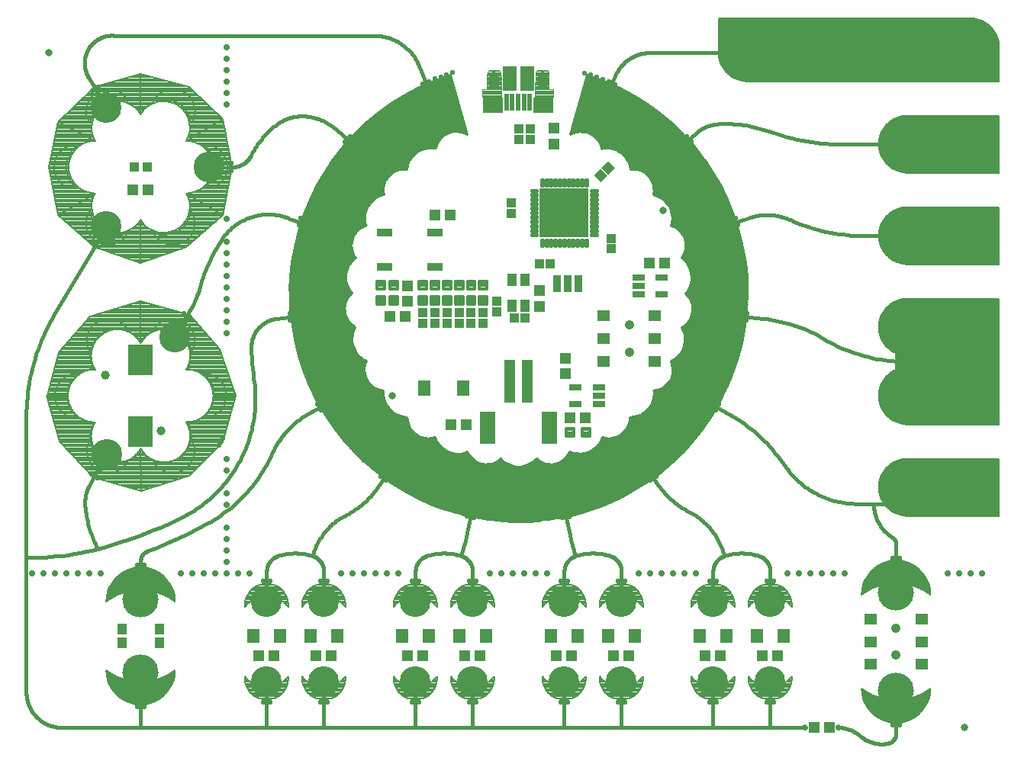
<source format=gts>
G75*
%MOIN*%
%OFA0B0*%
%FSLAX25Y25*%
%IPPOS*%
%LPD*%
%AMOC8*
5,1,8,0,0,1.08239X$1,22.5*
%
%ADD10C,0.00800*%
%ADD11C,0.02300*%
%ADD12C,0.01600*%
%ADD13C,0.02800*%
%ADD14C,0.00500*%
%ADD15R,0.05524X0.02965*%
%ADD16C,0.01421*%
%ADD17R,0.05131X0.04737*%
%ADD18R,0.05328X0.04737*%
%ADD19C,0.04146*%
%ADD20R,0.06800X0.03800*%
%ADD21R,0.04737X0.05131*%
%ADD22R,0.04343X0.04146*%
%ADD23R,0.04146X0.04343*%
%ADD24R,0.03556X0.07493*%
%ADD25C,0.03300*%
%ADD26R,0.05800X0.06587*%
%ADD27C,0.01684*%
%ADD28R,0.21666X0.21666*%
%ADD29C,0.16800*%
%ADD30R,0.02375X0.07690*%
%ADD31R,0.08674X0.06548*%
%ADD32R,0.06410X0.10643*%
%ADD33C,0.04737*%
%ADD34C,0.05131*%
%ADD35C,0.03556*%
%ADD36C,0.00400*%
%ADD37C,0.03398*%
%ADD38R,0.04737X0.18910*%
%ADD39R,0.07099X0.14186*%
%ADD40C,0.01000*%
%ADD41C,0.13461*%
%ADD42R,0.10643X0.13398*%
%ADD43C,0.03950*%
%ADD44R,0.03950X0.03950*%
%ADD45R,0.05524X0.06312*%
%ADD46C,0.15800*%
%ADD47R,0.04343X0.04737*%
%ADD48R,0.04343X0.05524*%
D10*
X0146077Y0301016D02*
X0147196Y0300127D01*
X0148437Y0299419D01*
X0149772Y0298909D01*
X0151169Y0298609D01*
X0152595Y0298526D01*
X0154022Y0298609D01*
X0155419Y0298909D01*
X0156754Y0299419D01*
X0157995Y0300127D01*
X0159113Y0301016D01*
X0160082Y0302066D01*
X0160880Y0303252D01*
X0161486Y0304546D01*
X0161888Y0305917D01*
X0162075Y0307334D01*
X0162044Y0308762D01*
X0160940Y0307491D01*
X0159667Y0306389D01*
X0158251Y0305480D01*
X0156719Y0304781D01*
X0155103Y0304307D01*
X0153437Y0304068D01*
X0151753Y0304068D01*
X0150087Y0304307D01*
X0148471Y0304781D01*
X0146940Y0305480D01*
X0145523Y0306389D01*
X0144250Y0307491D01*
X0143146Y0308762D01*
X0143115Y0307334D01*
X0143302Y0305917D01*
X0143704Y0304546D01*
X0144311Y0303252D01*
X0145108Y0302066D01*
X0146077Y0301016D01*
X0146440Y0300728D02*
X0158750Y0300728D01*
X0159584Y0301526D02*
X0145607Y0301526D01*
X0144934Y0302325D02*
X0160256Y0302325D01*
X0160793Y0303123D02*
X0144397Y0303123D01*
X0143997Y0303922D02*
X0161194Y0303922D01*
X0161537Y0304720D02*
X0156511Y0304720D01*
X0158311Y0305519D02*
X0161771Y0305519D01*
X0161941Y0306317D02*
X0159555Y0306317D01*
X0160507Y0307116D02*
X0162047Y0307116D01*
X0162063Y0307914D02*
X0161308Y0307914D01*
X0162001Y0308713D02*
X0162045Y0308713D01*
X0168145Y0308713D02*
X0168189Y0308713D01*
X0168146Y0308762D02*
X0169250Y0307491D01*
X0170523Y0306389D01*
X0171940Y0305480D01*
X0173471Y0304781D01*
X0175087Y0304307D01*
X0176753Y0304068D01*
X0178437Y0304068D01*
X0180103Y0304307D01*
X0181719Y0304781D01*
X0183251Y0305480D01*
X0184667Y0306389D01*
X0185940Y0307491D01*
X0187044Y0308762D01*
X0187075Y0307334D01*
X0186888Y0305917D01*
X0186486Y0304546D01*
X0185880Y0303252D01*
X0185082Y0302066D01*
X0184113Y0301016D01*
X0182995Y0300127D01*
X0181754Y0299419D01*
X0180419Y0298909D01*
X0179022Y0298609D01*
X0177595Y0298526D01*
X0176169Y0298609D01*
X0174772Y0298909D01*
X0173437Y0299419D01*
X0172196Y0300127D01*
X0171077Y0301016D01*
X0170108Y0302066D01*
X0169311Y0303252D01*
X0168704Y0304546D01*
X0168302Y0305917D01*
X0168115Y0307334D01*
X0168146Y0308762D01*
X0168128Y0307914D02*
X0168882Y0307914D01*
X0168144Y0307116D02*
X0169683Y0307116D01*
X0170635Y0306317D02*
X0168249Y0306317D01*
X0168419Y0305519D02*
X0171879Y0305519D01*
X0173679Y0304720D02*
X0168653Y0304720D01*
X0168997Y0303922D02*
X0186194Y0303922D01*
X0186537Y0304720D02*
X0181511Y0304720D01*
X0183311Y0305519D02*
X0186771Y0305519D01*
X0186941Y0306317D02*
X0184555Y0306317D01*
X0185507Y0307116D02*
X0187047Y0307116D01*
X0187063Y0307914D02*
X0186308Y0307914D01*
X0187001Y0308713D02*
X0187045Y0308713D01*
X0185793Y0303123D02*
X0169397Y0303123D01*
X0169934Y0302325D02*
X0185256Y0302325D01*
X0184584Y0301526D02*
X0170607Y0301526D01*
X0171440Y0300728D02*
X0183750Y0300728D01*
X0182648Y0299929D02*
X0172542Y0299929D01*
X0174191Y0299130D02*
X0180999Y0299130D01*
X0157648Y0299929D02*
X0147542Y0299929D01*
X0149191Y0299130D02*
X0155999Y0299130D01*
X0148679Y0304720D02*
X0143653Y0304720D01*
X0143419Y0305519D02*
X0146879Y0305519D01*
X0145635Y0306317D02*
X0143249Y0306317D01*
X0143144Y0307116D02*
X0144683Y0307116D01*
X0143882Y0307914D02*
X0143128Y0307914D01*
X0143145Y0308713D02*
X0143189Y0308713D01*
X0143146Y0339038D02*
X0144250Y0340309D01*
X0145523Y0341411D01*
X0146940Y0342320D01*
X0148471Y0343019D01*
X0150087Y0343493D01*
X0151753Y0343732D01*
X0153437Y0343732D01*
X0155103Y0343493D01*
X0156719Y0343019D01*
X0158251Y0342320D01*
X0159667Y0341411D01*
X0160940Y0340309D01*
X0162044Y0339038D01*
X0162075Y0340466D01*
X0161888Y0341883D01*
X0161486Y0343254D01*
X0160880Y0344548D01*
X0160082Y0345734D01*
X0159113Y0346784D01*
X0157995Y0347673D01*
X0156754Y0348381D01*
X0155419Y0348891D01*
X0154022Y0349191D01*
X0152595Y0349274D01*
X0151169Y0349191D01*
X0149772Y0348891D01*
X0148437Y0348381D01*
X0147196Y0347673D01*
X0146077Y0346784D01*
X0145108Y0345734D01*
X0144311Y0344548D01*
X0143704Y0343254D01*
X0143302Y0341883D01*
X0143115Y0340466D01*
X0143146Y0339038D01*
X0143146Y0339056D02*
X0143162Y0339056D01*
X0143128Y0339855D02*
X0143855Y0339855D01*
X0143140Y0340653D02*
X0144647Y0340653D01*
X0145586Y0341452D02*
X0143245Y0341452D01*
X0143410Y0342250D02*
X0146831Y0342250D01*
X0148573Y0343049D02*
X0143644Y0343049D01*
X0143982Y0343847D02*
X0161208Y0343847D01*
X0161547Y0343049D02*
X0156618Y0343049D01*
X0158360Y0342250D02*
X0161780Y0342250D01*
X0161945Y0341452D02*
X0159604Y0341452D01*
X0160543Y0340653D02*
X0162051Y0340653D01*
X0162062Y0339855D02*
X0161335Y0339855D01*
X0162028Y0339056D02*
X0162044Y0339056D01*
X0160814Y0344646D02*
X0144376Y0344646D01*
X0144913Y0345444D02*
X0160277Y0345444D01*
X0159613Y0346243D02*
X0145578Y0346243D01*
X0146401Y0347041D02*
X0158790Y0347041D01*
X0157703Y0347840D02*
X0147487Y0347840D01*
X0149109Y0348638D02*
X0156081Y0348638D01*
X0168704Y0343254D02*
X0168302Y0341883D01*
X0168115Y0340466D01*
X0168146Y0339038D01*
X0169250Y0340309D01*
X0170523Y0341411D01*
X0171940Y0342320D01*
X0173471Y0343019D01*
X0175087Y0343493D01*
X0176753Y0343732D01*
X0178437Y0343732D01*
X0180103Y0343493D01*
X0181719Y0343019D01*
X0183251Y0342320D01*
X0184667Y0341411D01*
X0185940Y0340309D01*
X0187044Y0339038D01*
X0187075Y0340466D01*
X0186888Y0341883D01*
X0186486Y0343254D01*
X0185880Y0344548D01*
X0185082Y0345734D01*
X0184113Y0346784D01*
X0182995Y0347673D01*
X0181754Y0348381D01*
X0180419Y0348891D01*
X0179022Y0349191D01*
X0177595Y0349274D01*
X0176169Y0349191D01*
X0174772Y0348891D01*
X0173437Y0348381D01*
X0172196Y0347673D01*
X0171077Y0346784D01*
X0170108Y0345734D01*
X0169311Y0344548D01*
X0168704Y0343254D01*
X0168644Y0343049D02*
X0173573Y0343049D01*
X0171831Y0342250D02*
X0168410Y0342250D01*
X0168245Y0341452D02*
X0170586Y0341452D01*
X0169647Y0340653D02*
X0168140Y0340653D01*
X0168128Y0339855D02*
X0168855Y0339855D01*
X0168162Y0339056D02*
X0168146Y0339056D01*
X0168982Y0343847D02*
X0186208Y0343847D01*
X0186547Y0343049D02*
X0181618Y0343049D01*
X0183360Y0342250D02*
X0186780Y0342250D01*
X0186945Y0341452D02*
X0184604Y0341452D01*
X0185543Y0340653D02*
X0187051Y0340653D01*
X0187062Y0339855D02*
X0186335Y0339855D01*
X0187028Y0339056D02*
X0187044Y0339056D01*
X0185814Y0344646D02*
X0169376Y0344646D01*
X0169913Y0345444D02*
X0185277Y0345444D01*
X0184613Y0346243D02*
X0170578Y0346243D01*
X0171401Y0347041D02*
X0183790Y0347041D01*
X0182703Y0347840D02*
X0172487Y0347840D01*
X0174109Y0348638D02*
X0181081Y0348638D01*
X0208302Y0341883D02*
X0208115Y0340466D01*
X0208146Y0339038D01*
X0209250Y0340309D01*
X0210523Y0341411D01*
X0211940Y0342320D01*
X0213471Y0343019D01*
X0215087Y0343493D01*
X0216753Y0343732D01*
X0218437Y0343732D01*
X0220103Y0343493D01*
X0221719Y0343019D01*
X0223251Y0342320D01*
X0224667Y0341411D01*
X0225940Y0340309D01*
X0227044Y0339038D01*
X0227075Y0340466D01*
X0226888Y0341883D01*
X0226486Y0343254D01*
X0225880Y0344548D01*
X0225082Y0345734D01*
X0224113Y0346784D01*
X0222995Y0347673D01*
X0221754Y0348381D01*
X0220419Y0348891D01*
X0219022Y0349191D01*
X0217595Y0349274D01*
X0216169Y0349191D01*
X0214772Y0348891D01*
X0213437Y0348381D01*
X0212196Y0347673D01*
X0211077Y0346784D01*
X0210108Y0345734D01*
X0209311Y0344548D01*
X0208704Y0343254D01*
X0208302Y0341883D01*
X0208410Y0342250D02*
X0211831Y0342250D01*
X0210586Y0341452D02*
X0208245Y0341452D01*
X0208140Y0340653D02*
X0209647Y0340653D01*
X0208855Y0339855D02*
X0208128Y0339855D01*
X0208146Y0339056D02*
X0208162Y0339056D01*
X0208644Y0343049D02*
X0213573Y0343049D01*
X0209913Y0345444D02*
X0225277Y0345444D01*
X0225814Y0344646D02*
X0209376Y0344646D01*
X0208982Y0343847D02*
X0226208Y0343847D01*
X0226547Y0343049D02*
X0221618Y0343049D01*
X0223360Y0342250D02*
X0226780Y0342250D01*
X0226945Y0341452D02*
X0224604Y0341452D01*
X0225543Y0340653D02*
X0227051Y0340653D01*
X0227062Y0339855D02*
X0226335Y0339855D01*
X0227028Y0339056D02*
X0227044Y0339056D01*
X0224613Y0346243D02*
X0210578Y0346243D01*
X0211401Y0347041D02*
X0223790Y0347041D01*
X0222703Y0347840D02*
X0212487Y0347840D01*
X0214109Y0348638D02*
X0221081Y0348638D01*
X0233704Y0343254D02*
X0233302Y0341883D01*
X0233115Y0340466D01*
X0233146Y0339038D01*
X0234250Y0340309D01*
X0235523Y0341411D01*
X0236940Y0342320D01*
X0238471Y0343019D01*
X0240087Y0343493D01*
X0241753Y0343732D01*
X0243437Y0343732D01*
X0245103Y0343493D01*
X0246719Y0343019D01*
X0248251Y0342320D01*
X0249667Y0341411D01*
X0250940Y0340309D01*
X0252044Y0339038D01*
X0252075Y0340466D01*
X0251888Y0341883D01*
X0251486Y0343254D01*
X0250880Y0344548D01*
X0250082Y0345734D01*
X0249113Y0346784D01*
X0247995Y0347673D01*
X0246754Y0348381D01*
X0245419Y0348891D01*
X0244022Y0349191D01*
X0242595Y0349274D01*
X0241169Y0349191D01*
X0239772Y0348891D01*
X0238437Y0348381D01*
X0237196Y0347673D01*
X0236077Y0346784D01*
X0235108Y0345734D01*
X0234311Y0344548D01*
X0233704Y0343254D01*
X0233644Y0343049D02*
X0238573Y0343049D01*
X0236831Y0342250D02*
X0233410Y0342250D01*
X0233245Y0341452D02*
X0235586Y0341452D01*
X0234647Y0340653D02*
X0233140Y0340653D01*
X0233128Y0339855D02*
X0233855Y0339855D01*
X0233162Y0339056D02*
X0233146Y0339056D01*
X0233982Y0343847D02*
X0251208Y0343847D01*
X0251547Y0343049D02*
X0246618Y0343049D01*
X0248360Y0342250D02*
X0251780Y0342250D01*
X0251945Y0341452D02*
X0249604Y0341452D01*
X0250543Y0340653D02*
X0252051Y0340653D01*
X0252062Y0339855D02*
X0251335Y0339855D01*
X0252028Y0339056D02*
X0252044Y0339056D01*
X0250814Y0344646D02*
X0234376Y0344646D01*
X0234913Y0345444D02*
X0250277Y0345444D01*
X0249613Y0346243D02*
X0235578Y0346243D01*
X0236401Y0347041D02*
X0248790Y0347041D01*
X0247703Y0347840D02*
X0237487Y0347840D01*
X0239109Y0348638D02*
X0246081Y0348638D01*
X0245269Y0380024D02*
X0246813Y0380342D01*
X0248287Y0380897D01*
X0249657Y0381676D01*
X0250888Y0382659D01*
X0251950Y0383823D01*
X0252817Y0385139D01*
X0253467Y0386574D01*
X0253885Y0388093D01*
X0254849Y0403988D01*
X0253706Y0403080D01*
X0252432Y0402366D01*
X0251062Y0401864D01*
X0249628Y0401587D01*
X0248169Y0401543D01*
X0246722Y0401731D01*
X0245322Y0402148D01*
X0244008Y0402782D01*
X0242811Y0403618D01*
X0241763Y0404634D01*
X0240890Y0405804D01*
X0240215Y0407099D01*
X0234630Y0392186D01*
X0234394Y0390628D01*
X0234404Y0389053D01*
X0234661Y0387498D01*
X0235158Y0386003D01*
X0235883Y0384603D01*
X0236817Y0383335D01*
X0237938Y0382228D01*
X0239219Y0381310D01*
X0240628Y0380604D01*
X0242129Y0380127D01*
X0243695Y0379952D01*
X0245269Y0380024D01*
X0247442Y0380579D02*
X0240708Y0380579D01*
X0239126Y0381377D02*
X0249132Y0381377D01*
X0250283Y0382176D02*
X0238012Y0382176D01*
X0237182Y0382974D02*
X0251175Y0382974D01*
X0251904Y0383773D02*
X0236495Y0383773D01*
X0235906Y0384571D02*
X0252443Y0384571D01*
X0252921Y0385370D02*
X0235486Y0385370D01*
X0235103Y0386168D02*
X0253283Y0386168D01*
X0253575Y0386967D02*
X0234838Y0386967D01*
X0234617Y0387765D02*
X0253795Y0387765D01*
X0253914Y0388564D02*
X0234485Y0388564D01*
X0234402Y0389362D02*
X0253962Y0389362D01*
X0254010Y0390161D02*
X0234397Y0390161D01*
X0234444Y0390959D02*
X0254059Y0390959D01*
X0254107Y0391758D02*
X0234565Y0391758D01*
X0234769Y0392556D02*
X0254156Y0392556D01*
X0254204Y0393355D02*
X0235068Y0393355D01*
X0235367Y0394153D02*
X0254253Y0394153D01*
X0254301Y0394952D02*
X0235666Y0394952D01*
X0235965Y0395750D02*
X0254349Y0395750D01*
X0254398Y0396549D02*
X0236264Y0396549D01*
X0236563Y0397347D02*
X0254446Y0397347D01*
X0254495Y0398146D02*
X0236862Y0398146D01*
X0237161Y0398944D02*
X0254543Y0398944D01*
X0254591Y0399743D02*
X0237460Y0399743D01*
X0237759Y0400541D02*
X0254640Y0400541D01*
X0254688Y0401340D02*
X0238058Y0401340D01*
X0238357Y0402138D02*
X0245354Y0402138D01*
X0243786Y0402937D02*
X0238656Y0402937D01*
X0238956Y0403735D02*
X0242690Y0403735D01*
X0241866Y0404534D02*
X0239255Y0404534D01*
X0239554Y0405332D02*
X0241242Y0405332D01*
X0240720Y0406131D02*
X0239853Y0406131D01*
X0240152Y0406930D02*
X0240303Y0406930D01*
X0251810Y0402138D02*
X0254737Y0402138D01*
X0254785Y0402937D02*
X0253450Y0402937D01*
X0254530Y0403735D02*
X0254833Y0403735D01*
X0270341Y0403988D02*
X0271305Y0388093D01*
X0271723Y0386574D01*
X0272373Y0385139D01*
X0273240Y0383823D01*
X0274302Y0382659D01*
X0275533Y0381676D01*
X0276903Y0380897D01*
X0278378Y0380342D01*
X0279921Y0380024D01*
X0281495Y0379952D01*
X0283061Y0380127D01*
X0284562Y0380604D01*
X0285971Y0381310D01*
X0287252Y0382228D01*
X0288373Y0383335D01*
X0289308Y0384604D01*
X0290032Y0386003D01*
X0290529Y0387498D01*
X0290786Y0389053D01*
X0290796Y0390628D01*
X0290560Y0392186D01*
X0284975Y0407099D01*
X0284300Y0405804D01*
X0283427Y0404634D01*
X0282379Y0403618D01*
X0281183Y0402782D01*
X0279868Y0402148D01*
X0278469Y0401731D01*
X0277021Y0401543D01*
X0275562Y0401587D01*
X0274129Y0401864D01*
X0272758Y0402366D01*
X0271485Y0403080D01*
X0270341Y0403988D01*
X0270357Y0403735D02*
X0270660Y0403735D01*
X0270405Y0402937D02*
X0271740Y0402937D01*
X0270454Y0402138D02*
X0273380Y0402138D01*
X0270502Y0401340D02*
X0287132Y0401340D01*
X0286833Y0402138D02*
X0279837Y0402138D01*
X0281404Y0402937D02*
X0286534Y0402937D01*
X0286235Y0403735D02*
X0282500Y0403735D01*
X0283324Y0404534D02*
X0285936Y0404534D01*
X0285637Y0405332D02*
X0283948Y0405332D01*
X0284471Y0406131D02*
X0285338Y0406131D01*
X0285039Y0406930D02*
X0284887Y0406930D01*
X0287431Y0400541D02*
X0270550Y0400541D01*
X0270599Y0399743D02*
X0287730Y0399743D01*
X0288029Y0398944D02*
X0270647Y0398944D01*
X0270696Y0398146D02*
X0288328Y0398146D01*
X0288627Y0397347D02*
X0270744Y0397347D01*
X0270792Y0396549D02*
X0288926Y0396549D01*
X0289225Y0395750D02*
X0270841Y0395750D01*
X0270889Y0394952D02*
X0289524Y0394952D01*
X0289823Y0394153D02*
X0270938Y0394153D01*
X0270986Y0393355D02*
X0290122Y0393355D01*
X0290421Y0392556D02*
X0271035Y0392556D01*
X0271083Y0391758D02*
X0290625Y0391758D01*
X0290746Y0390959D02*
X0271131Y0390959D01*
X0271180Y0390161D02*
X0290793Y0390161D01*
X0290788Y0389362D02*
X0271228Y0389362D01*
X0271277Y0388564D02*
X0290705Y0388564D01*
X0290573Y0387765D02*
X0271395Y0387765D01*
X0271615Y0386967D02*
X0290352Y0386967D01*
X0290087Y0386168D02*
X0271907Y0386168D01*
X0272269Y0385370D02*
X0289704Y0385370D01*
X0289284Y0384571D02*
X0272747Y0384571D01*
X0273286Y0383773D02*
X0288696Y0383773D01*
X0288008Y0382974D02*
X0274015Y0382974D01*
X0274907Y0382176D02*
X0287178Y0382176D01*
X0286064Y0381377D02*
X0276058Y0381377D01*
X0277748Y0380579D02*
X0284482Y0380579D01*
X0306736Y0398944D02*
X0322547Y0398944D01*
X0322625Y0399039D02*
X0323421Y0400399D01*
X0323996Y0401866D01*
X0324333Y0403405D01*
X0324426Y0404978D01*
X0324272Y0406546D01*
X0323874Y0408070D01*
X0323243Y0409514D01*
X0322394Y0410841D01*
X0311226Y0422193D01*
X0311136Y0420736D01*
X0310814Y0419312D01*
X0310270Y0417958D01*
X0309517Y0416707D01*
X0308574Y0415593D01*
X0307465Y0414643D01*
X0306219Y0413882D01*
X0304868Y0413330D01*
X0303446Y0413000D01*
X0301990Y0412901D01*
X0300536Y0413035D01*
X0299123Y0413400D01*
X0306468Y0399271D01*
X0307468Y0398053D01*
X0308646Y0397006D01*
X0309973Y0396157D01*
X0311416Y0395525D01*
X0312941Y0395128D01*
X0314509Y0394973D01*
X0316082Y0395066D01*
X0317621Y0395404D01*
X0319088Y0395978D01*
X0320447Y0396775D01*
X0321625Y0397821D01*
X0322625Y0399039D01*
X0323037Y0399743D02*
X0306222Y0399743D01*
X0305807Y0400541D02*
X0323477Y0400541D01*
X0323790Y0401340D02*
X0305392Y0401340D01*
X0304977Y0402138D02*
X0324056Y0402138D01*
X0324231Y0402937D02*
X0304562Y0402937D01*
X0304147Y0403735D02*
X0324353Y0403735D01*
X0324400Y0404534D02*
X0303732Y0404534D01*
X0303317Y0405332D02*
X0324391Y0405332D01*
X0324313Y0406131D02*
X0302901Y0406131D01*
X0302486Y0406930D02*
X0324172Y0406930D01*
X0323964Y0407728D02*
X0302071Y0407728D01*
X0301656Y0408527D02*
X0323675Y0408527D01*
X0323326Y0409325D02*
X0301241Y0409325D01*
X0300826Y0410124D02*
X0322853Y0410124D01*
X0322314Y0410922D02*
X0300411Y0410922D01*
X0299995Y0411721D02*
X0321529Y0411721D01*
X0320743Y0412519D02*
X0299580Y0412519D01*
X0299440Y0413318D02*
X0299165Y0413318D01*
X0304816Y0413318D02*
X0319957Y0413318D01*
X0319172Y0414116D02*
X0306602Y0414116D01*
X0307782Y0414915D02*
X0318386Y0414915D01*
X0317601Y0415713D02*
X0308676Y0415713D01*
X0309351Y0416512D02*
X0316815Y0416512D01*
X0316030Y0417310D02*
X0309880Y0417310D01*
X0310331Y0418109D02*
X0315244Y0418109D01*
X0314459Y0418907D02*
X0310652Y0418907D01*
X0310903Y0419706D02*
X0313673Y0419706D01*
X0312888Y0420504D02*
X0311083Y0420504D01*
X0311171Y0421303D02*
X0312102Y0421303D01*
X0311316Y0422101D02*
X0311220Y0422101D01*
X0321591Y0433698D02*
X0334048Y0423779D01*
X0335456Y0423073D01*
X0336958Y0422596D01*
X0338516Y0422359D01*
X0340091Y0422370D01*
X0341646Y0422627D01*
X0343141Y0423123D01*
X0344541Y0423848D01*
X0345809Y0424782D01*
X0346916Y0425904D01*
X0347834Y0427184D01*
X0348484Y0428620D01*
X0348902Y0430139D01*
X0349077Y0431705D01*
X0349005Y0433279D01*
X0348687Y0434822D01*
X0348132Y0436297D01*
X0347353Y0437666D01*
X0346370Y0438898D01*
X0345206Y0439960D01*
X0343890Y0440826D01*
X0329071Y0446655D01*
X0329581Y0445287D01*
X0329867Y0443855D01*
X0329920Y0442397D01*
X0329741Y0440948D01*
X0329333Y0439546D01*
X0328706Y0438228D01*
X0327878Y0437026D01*
X0326868Y0435972D01*
X0325703Y0435092D01*
X0324413Y0434409D01*
X0323030Y0433940D01*
X0321591Y0433698D01*
X0322116Y0433280D02*
X0349004Y0433280D01*
X0349041Y0432482D02*
X0323118Y0432482D01*
X0324121Y0431683D02*
X0349074Y0431683D01*
X0348985Y0430885D02*
X0325124Y0430885D01*
X0326127Y0430086D02*
X0348887Y0430086D01*
X0348668Y0429288D02*
X0327129Y0429288D01*
X0328132Y0428489D02*
X0348425Y0428489D01*
X0348063Y0427691D02*
X0329135Y0427691D01*
X0330138Y0426892D02*
X0347624Y0426892D01*
X0347052Y0426094D02*
X0331140Y0426094D01*
X0332143Y0425295D02*
X0346315Y0425295D01*
X0345422Y0424497D02*
X0333146Y0424497D01*
X0334208Y0423698D02*
X0344252Y0423698D01*
X0342468Y0422900D02*
X0336001Y0422900D01*
X0326476Y0435676D02*
X0348366Y0435676D01*
X0348666Y0434877D02*
X0325298Y0434877D01*
X0323439Y0434079D02*
X0348840Y0434079D01*
X0348031Y0436474D02*
X0327349Y0436474D01*
X0328048Y0437273D02*
X0347577Y0437273D01*
X0347030Y0438071D02*
X0328598Y0438071D01*
X0329011Y0438870D02*
X0346392Y0438870D01*
X0345525Y0439668D02*
X0329368Y0439668D01*
X0329601Y0440467D02*
X0344436Y0440467D01*
X0342774Y0441266D02*
X0329780Y0441266D01*
X0329879Y0442064D02*
X0340744Y0442064D01*
X0338713Y0442863D02*
X0329903Y0442863D01*
X0329874Y0443661D02*
X0336683Y0443661D01*
X0334653Y0444460D02*
X0329746Y0444460D01*
X0329587Y0445258D02*
X0332622Y0445258D01*
X0330592Y0446057D02*
X0329294Y0446057D01*
X0340651Y0459631D02*
X0356898Y0459631D01*
X0356683Y0459435D02*
X0357847Y0460497D01*
X0358830Y0461728D01*
X0359609Y0463097D01*
X0360164Y0464572D01*
X0360481Y0466115D01*
X0360492Y0467691D01*
X0360255Y0469249D01*
X0359778Y0470750D01*
X0359072Y0472159D01*
X0358154Y0473440D01*
X0357048Y0474561D01*
X0355779Y0475496D01*
X0354380Y0476220D01*
X0352885Y0476717D01*
X0351330Y0476974D01*
X0335421Y0476271D01*
X0336444Y0475229D01*
X0337287Y0474037D01*
X0337930Y0472726D01*
X0338355Y0471330D01*
X0338552Y0469883D01*
X0338516Y0468424D01*
X0338248Y0466989D01*
X0337754Y0465615D01*
X0337048Y0464338D01*
X0336147Y0463189D01*
X0335074Y0462199D01*
X0333858Y0461392D01*
X0349272Y0457397D01*
X0350846Y0457325D01*
X0352412Y0457500D01*
X0353932Y0457918D01*
X0355367Y0458568D01*
X0356683Y0459435D01*
X0355769Y0458833D02*
X0343732Y0458833D01*
X0346813Y0458034D02*
X0354189Y0458034D01*
X0357773Y0460430D02*
X0337571Y0460430D01*
X0335753Y0462825D02*
X0359454Y0462825D01*
X0359807Y0463624D02*
X0336488Y0463624D01*
X0337095Y0464422D02*
X0360108Y0464422D01*
X0360297Y0465221D02*
X0337536Y0465221D01*
X0337899Y0466019D02*
X0360462Y0466019D01*
X0360486Y0466818D02*
X0338186Y0466818D01*
X0338365Y0467616D02*
X0360491Y0467616D01*
X0360382Y0468415D02*
X0338514Y0468415D01*
X0338535Y0469213D02*
X0360261Y0469213D01*
X0360013Y0470012D02*
X0338534Y0470012D01*
X0338426Y0470810D02*
X0359748Y0470810D01*
X0359348Y0471609D02*
X0338270Y0471609D01*
X0338027Y0472407D02*
X0358894Y0472407D01*
X0358322Y0473206D02*
X0337694Y0473206D01*
X0337303Y0474004D02*
X0357597Y0474004D01*
X0356720Y0474803D02*
X0336745Y0474803D01*
X0336078Y0475601D02*
X0355575Y0475601D01*
X0353839Y0476400D02*
X0338344Y0476400D01*
X0334815Y0462027D02*
X0359000Y0462027D01*
X0358431Y0461228D02*
X0334490Y0461228D01*
X0333797Y0491676D02*
X0349504Y0494296D01*
X0350972Y0494870D01*
X0352331Y0495667D01*
X0353549Y0496667D01*
X0354595Y0497845D01*
X0355445Y0499172D01*
X0356076Y0500615D01*
X0356474Y0502140D01*
X0356629Y0503708D01*
X0356536Y0505281D01*
X0356198Y0506820D01*
X0355567Y0508263D01*
X0354717Y0509590D01*
X0353670Y0510768D01*
X0352452Y0511768D01*
X0351093Y0512564D01*
X0349626Y0513139D01*
X0348087Y0513477D01*
X0346514Y0513569D01*
X0344946Y0513415D01*
X0343421Y0513017D01*
X0329174Y0505904D01*
X0330532Y0505368D01*
X0331787Y0504623D01*
X0332907Y0503687D01*
X0333863Y0502584D01*
X0334632Y0501343D01*
X0335193Y0499995D01*
X0335531Y0498575D01*
X0335639Y0497119D01*
X0335513Y0495664D01*
X0335158Y0494249D01*
X0334581Y0492908D01*
X0333797Y0491676D01*
X0334239Y0492370D02*
X0337959Y0492370D01*
X0335036Y0493967D02*
X0347534Y0493967D01*
X0350705Y0494766D02*
X0335288Y0494766D01*
X0335488Y0495564D02*
X0352156Y0495564D01*
X0353179Y0496363D02*
X0335574Y0496363D01*
X0335636Y0497161D02*
X0353988Y0497161D01*
X0354669Y0497960D02*
X0335577Y0497960D01*
X0335487Y0498758D02*
X0355180Y0498758D01*
X0355613Y0499557D02*
X0335297Y0499557D01*
X0335042Y0500355D02*
X0355963Y0500355D01*
X0356217Y0501154D02*
X0334710Y0501154D01*
X0334254Y0501952D02*
X0356425Y0501952D01*
X0356534Y0502751D02*
X0333718Y0502751D01*
X0333026Y0503549D02*
X0356613Y0503549D01*
X0356591Y0504348D02*
X0332116Y0504348D01*
X0330905Y0505146D02*
X0356544Y0505146D01*
X0356390Y0505945D02*
X0329255Y0505945D01*
X0330855Y0506743D02*
X0356215Y0506743D01*
X0355882Y0507542D02*
X0332454Y0507542D01*
X0334053Y0508340D02*
X0355517Y0508340D01*
X0355006Y0509139D02*
X0335653Y0509139D01*
X0337252Y0509937D02*
X0354409Y0509937D01*
X0353699Y0510736D02*
X0338852Y0510736D01*
X0340451Y0511534D02*
X0352737Y0511534D01*
X0351488Y0512333D02*
X0342050Y0512333D01*
X0343859Y0513132D02*
X0349645Y0513132D01*
X0342747Y0493169D02*
X0334693Y0493169D01*
X0321438Y0519317D02*
X0334721Y0528099D01*
X0335828Y0529221D01*
X0336746Y0530502D01*
X0337452Y0531910D01*
X0337929Y0533412D01*
X0338165Y0534970D01*
X0338155Y0536545D01*
X0337898Y0538100D01*
X0337401Y0539595D01*
X0336677Y0540994D01*
X0335742Y0542263D01*
X0334578Y0543325D01*
X0333263Y0544192D01*
X0331827Y0544842D01*
X0330308Y0545260D01*
X0328742Y0545435D01*
X0327168Y0545363D01*
X0325625Y0545045D01*
X0324150Y0544490D01*
X0322781Y0543712D01*
X0321550Y0542728D01*
X0311427Y0530435D01*
X0312886Y0530498D01*
X0314335Y0530327D01*
X0315739Y0529927D01*
X0317062Y0529309D01*
X0318268Y0528488D01*
X0319329Y0527484D01*
X0320216Y0526325D01*
X0320907Y0525039D01*
X0321383Y0523659D01*
X0321634Y0522221D01*
X0321652Y0520761D01*
X0321438Y0519317D01*
X0321468Y0519520D02*
X0321744Y0519520D01*
X0321586Y0520318D02*
X0322952Y0520318D01*
X0324159Y0521117D02*
X0321648Y0521117D01*
X0321638Y0521915D02*
X0325367Y0521915D01*
X0326575Y0522714D02*
X0321548Y0522714D01*
X0321409Y0523512D02*
X0327783Y0523512D01*
X0328991Y0524311D02*
X0321158Y0524311D01*
X0320869Y0525109D02*
X0330198Y0525109D01*
X0331406Y0525908D02*
X0320440Y0525908D01*
X0319924Y0526706D02*
X0332614Y0526706D01*
X0333822Y0527505D02*
X0319307Y0527505D01*
X0318463Y0528303D02*
X0334923Y0528303D01*
X0335711Y0529102D02*
X0317366Y0529102D01*
X0315797Y0529900D02*
X0336315Y0529900D01*
X0336845Y0530699D02*
X0311644Y0530699D01*
X0312302Y0531497D02*
X0337245Y0531497D01*
X0337574Y0532296D02*
X0312959Y0532296D01*
X0313617Y0533094D02*
X0337828Y0533094D01*
X0338002Y0533893D02*
X0314274Y0533893D01*
X0314932Y0534691D02*
X0338123Y0534691D01*
X0338162Y0535490D02*
X0315589Y0535490D01*
X0316247Y0536288D02*
X0338157Y0536288D01*
X0338065Y0537087D02*
X0316904Y0537087D01*
X0317562Y0537885D02*
X0337934Y0537885D01*
X0337704Y0538684D02*
X0318219Y0538684D01*
X0318877Y0539482D02*
X0337439Y0539482D01*
X0337046Y0540281D02*
X0319534Y0540281D01*
X0320192Y0541079D02*
X0336614Y0541079D01*
X0336026Y0541878D02*
X0320849Y0541878D01*
X0321507Y0542676D02*
X0335289Y0542676D01*
X0334351Y0543475D02*
X0322484Y0543475D01*
X0323769Y0544273D02*
X0333082Y0544273D01*
X0330991Y0545072D02*
X0325755Y0545072D01*
X0308012Y0554440D02*
X0308330Y0555983D01*
X0308402Y0557557D01*
X0308227Y0559123D01*
X0307809Y0560642D01*
X0307159Y0562078D01*
X0306292Y0563393D01*
X0305230Y0564557D01*
X0303999Y0565541D01*
X0302629Y0566320D01*
X0301134Y0566817D01*
X0299579Y0567073D01*
X0298004Y0567083D01*
X0296446Y0566847D01*
X0294944Y0566370D01*
X0293536Y0565664D01*
X0292255Y0564746D01*
X0291133Y0563640D01*
X0290199Y0562371D01*
X0289474Y0560972D01*
X0285227Y0545625D01*
X0286534Y0546275D01*
X0287928Y0546709D01*
X0289373Y0546915D01*
X0290832Y0546888D01*
X0292269Y0546628D01*
X0293646Y0546143D01*
X0294928Y0545444D01*
X0296082Y0544550D01*
X0297078Y0543484D01*
X0297892Y0542272D01*
X0298503Y0540946D01*
X0298894Y0539540D01*
X0307457Y0552965D01*
X0308012Y0554440D01*
X0308056Y0554654D02*
X0287726Y0554654D01*
X0287505Y0553856D02*
X0307792Y0553856D01*
X0307492Y0553057D02*
X0287284Y0553057D01*
X0287063Y0552259D02*
X0307006Y0552259D01*
X0306497Y0551460D02*
X0286842Y0551460D01*
X0286621Y0550662D02*
X0305988Y0550662D01*
X0305479Y0549863D02*
X0286400Y0549863D01*
X0286179Y0549065D02*
X0304969Y0549065D01*
X0304460Y0548266D02*
X0285958Y0548266D01*
X0285737Y0547468D02*
X0303951Y0547468D01*
X0303441Y0546669D02*
X0292042Y0546669D01*
X0294145Y0545870D02*
X0302932Y0545870D01*
X0302423Y0545072D02*
X0295408Y0545072D01*
X0296340Y0544273D02*
X0301913Y0544273D01*
X0301404Y0543475D02*
X0297084Y0543475D01*
X0297621Y0542676D02*
X0300895Y0542676D01*
X0300385Y0541878D02*
X0298074Y0541878D01*
X0298441Y0541079D02*
X0299876Y0541079D01*
X0299367Y0540281D02*
X0298688Y0540281D01*
X0308220Y0555453D02*
X0287947Y0555453D01*
X0288168Y0556251D02*
X0308342Y0556251D01*
X0308378Y0557050D02*
X0288389Y0557050D01*
X0288610Y0557848D02*
X0308369Y0557848D01*
X0308280Y0558647D02*
X0288831Y0558647D01*
X0289052Y0559445D02*
X0308138Y0559445D01*
X0307919Y0560244D02*
X0289273Y0560244D01*
X0289510Y0561042D02*
X0307628Y0561042D01*
X0307266Y0561841D02*
X0289924Y0561841D01*
X0290396Y0562639D02*
X0306789Y0562639D01*
X0306251Y0563438D02*
X0290985Y0563438D01*
X0291738Y0564236D02*
X0305523Y0564236D01*
X0304632Y0565035D02*
X0292657Y0565035D01*
X0293873Y0565833D02*
X0303485Y0565833D01*
X0301690Y0566632D02*
X0295768Y0566632D01*
X0287800Y0546669D02*
X0285516Y0546669D01*
X0285721Y0545870D02*
X0285295Y0545870D01*
X0239964Y0545625D02*
X0235716Y0560972D01*
X0234992Y0562371D01*
X0234057Y0563640D01*
X0232936Y0564746D01*
X0231655Y0565664D01*
X0230246Y0566370D01*
X0228745Y0566847D01*
X0227187Y0567084D01*
X0225611Y0567073D01*
X0224056Y0566817D01*
X0222561Y0566320D01*
X0221192Y0565541D01*
X0219961Y0564557D01*
X0218899Y0563393D01*
X0218032Y0562078D01*
X0217382Y0560642D01*
X0216964Y0559123D01*
X0216789Y0557557D01*
X0216861Y0555983D01*
X0217178Y0554440D01*
X0217733Y0552965D01*
X0226296Y0539540D01*
X0226687Y0540946D01*
X0227298Y0542272D01*
X0228112Y0543484D01*
X0229109Y0544550D01*
X0230263Y0545444D01*
X0231545Y0546143D01*
X0232921Y0546628D01*
X0234358Y0546888D01*
X0235817Y0546915D01*
X0237263Y0546709D01*
X0238657Y0546275D01*
X0239964Y0545625D01*
X0239895Y0545870D02*
X0239469Y0545870D01*
X0239674Y0546669D02*
X0237390Y0546669D01*
X0239454Y0547468D02*
X0221240Y0547468D01*
X0220730Y0548266D02*
X0239233Y0548266D01*
X0239012Y0549065D02*
X0220221Y0549065D01*
X0219712Y0549863D02*
X0238791Y0549863D01*
X0238570Y0550662D02*
X0219202Y0550662D01*
X0218693Y0551460D02*
X0238349Y0551460D01*
X0238128Y0552259D02*
X0218184Y0552259D01*
X0217698Y0553057D02*
X0237907Y0553057D01*
X0237686Y0553856D02*
X0217398Y0553856D01*
X0217134Y0554654D02*
X0237465Y0554654D01*
X0237244Y0555453D02*
X0216970Y0555453D01*
X0216849Y0556251D02*
X0237023Y0556251D01*
X0236802Y0557050D02*
X0216812Y0557050D01*
X0216821Y0557848D02*
X0236581Y0557848D01*
X0236360Y0558647D02*
X0216910Y0558647D01*
X0217052Y0559445D02*
X0236139Y0559445D01*
X0235918Y0560244D02*
X0217272Y0560244D01*
X0217563Y0561042D02*
X0235680Y0561042D01*
X0235266Y0561841D02*
X0217925Y0561841D01*
X0218402Y0562639D02*
X0234794Y0562639D01*
X0234206Y0563438D02*
X0218939Y0563438D01*
X0219668Y0564236D02*
X0233453Y0564236D01*
X0232533Y0565035D02*
X0220558Y0565035D01*
X0221705Y0565833D02*
X0231318Y0565833D01*
X0229423Y0566632D02*
X0223500Y0566632D01*
X0221749Y0546669D02*
X0233148Y0546669D01*
X0231045Y0545870D02*
X0222258Y0545870D01*
X0222768Y0545072D02*
X0229782Y0545072D01*
X0228850Y0544273D02*
X0223277Y0544273D01*
X0223786Y0543475D02*
X0228106Y0543475D01*
X0227569Y0542676D02*
X0224296Y0542676D01*
X0224805Y0541878D02*
X0227116Y0541878D01*
X0226749Y0541079D02*
X0225314Y0541079D01*
X0225823Y0540281D02*
X0226502Y0540281D01*
X0213763Y0530435D02*
X0203641Y0542728D01*
X0202410Y0543712D01*
X0201040Y0544490D01*
X0199565Y0545045D01*
X0198022Y0545363D01*
X0196448Y0545435D01*
X0194882Y0545260D01*
X0193363Y0544842D01*
X0191928Y0544192D01*
X0190612Y0543325D01*
X0189448Y0542263D01*
X0188513Y0540994D01*
X0187789Y0539595D01*
X0187292Y0538100D01*
X0187036Y0536545D01*
X0187025Y0534970D01*
X0187261Y0533412D01*
X0187738Y0531910D01*
X0188445Y0530502D01*
X0189362Y0529221D01*
X0190469Y0528099D01*
X0203753Y0519317D01*
X0203538Y0520761D01*
X0203556Y0522221D01*
X0203807Y0523659D01*
X0204284Y0525039D01*
X0204974Y0526325D01*
X0205861Y0527484D01*
X0206922Y0528488D01*
X0208129Y0529309D01*
X0209451Y0529927D01*
X0210855Y0530327D01*
X0212305Y0530498D01*
X0213763Y0530435D01*
X0213546Y0530699D02*
X0188346Y0530699D01*
X0187945Y0531497D02*
X0212889Y0531497D01*
X0212231Y0532296D02*
X0187616Y0532296D01*
X0187362Y0533094D02*
X0211574Y0533094D01*
X0210916Y0533893D02*
X0187189Y0533893D01*
X0187067Y0534691D02*
X0210259Y0534691D01*
X0209601Y0535490D02*
X0187029Y0535490D01*
X0187034Y0536288D02*
X0208944Y0536288D01*
X0208286Y0537087D02*
X0187125Y0537087D01*
X0187257Y0537885D02*
X0207628Y0537885D01*
X0206971Y0538684D02*
X0187486Y0538684D01*
X0187751Y0539482D02*
X0206313Y0539482D01*
X0205656Y0540281D02*
X0188144Y0540281D01*
X0188576Y0541079D02*
X0204998Y0541079D01*
X0204341Y0541878D02*
X0189164Y0541878D01*
X0189901Y0542676D02*
X0203683Y0542676D01*
X0202706Y0543475D02*
X0190839Y0543475D01*
X0192108Y0544273D02*
X0201422Y0544273D01*
X0199436Y0545072D02*
X0194199Y0545072D01*
X0188875Y0529900D02*
X0209393Y0529900D01*
X0207824Y0529102D02*
X0189480Y0529102D01*
X0190268Y0528303D02*
X0206727Y0528303D01*
X0205883Y0527505D02*
X0191368Y0527505D01*
X0192576Y0526706D02*
X0205266Y0526706D01*
X0204750Y0525908D02*
X0193784Y0525908D01*
X0194992Y0525109D02*
X0204322Y0525109D01*
X0204032Y0524311D02*
X0196200Y0524311D01*
X0197407Y0523512D02*
X0203781Y0523512D01*
X0203642Y0522714D02*
X0198615Y0522714D01*
X0199823Y0521915D02*
X0203552Y0521915D01*
X0203542Y0521117D02*
X0201031Y0521117D01*
X0202239Y0520318D02*
X0203604Y0520318D01*
X0203723Y0519520D02*
X0203447Y0519520D01*
X0196016Y0505904D02*
X0181769Y0513017D01*
X0180244Y0513415D01*
X0178676Y0513570D01*
X0177103Y0513477D01*
X0175564Y0513139D01*
X0174097Y0512565D01*
X0172738Y0511768D01*
X0171520Y0510768D01*
X0170473Y0509590D01*
X0169624Y0508263D01*
X0168992Y0506820D01*
X0168655Y0505281D01*
X0168562Y0503708D01*
X0168716Y0502140D01*
X0169114Y0500615D01*
X0169746Y0499172D01*
X0170595Y0497845D01*
X0171641Y0496667D01*
X0172859Y0495667D01*
X0174219Y0494870D01*
X0175686Y0494296D01*
X0191393Y0491676D01*
X0190610Y0492908D01*
X0190033Y0494249D01*
X0189677Y0495664D01*
X0189551Y0497119D01*
X0189659Y0498575D01*
X0189998Y0499995D01*
X0190558Y0501343D01*
X0191327Y0502584D01*
X0192283Y0503687D01*
X0193403Y0504623D01*
X0194658Y0505368D01*
X0196016Y0505904D01*
X0195935Y0505945D02*
X0168800Y0505945D01*
X0168647Y0505146D02*
X0194285Y0505146D01*
X0193075Y0504348D02*
X0168600Y0504348D01*
X0168577Y0503549D02*
X0192164Y0503549D01*
X0191472Y0502751D02*
X0168656Y0502751D01*
X0168765Y0501952D02*
X0190936Y0501952D01*
X0190480Y0501154D02*
X0168974Y0501154D01*
X0169228Y0500355D02*
X0190148Y0500355D01*
X0189893Y0499557D02*
X0169577Y0499557D01*
X0170010Y0498758D02*
X0189703Y0498758D01*
X0189614Y0497960D02*
X0170521Y0497960D01*
X0171202Y0497161D02*
X0189554Y0497161D01*
X0189617Y0496363D02*
X0172012Y0496363D01*
X0173035Y0495564D02*
X0189702Y0495564D01*
X0189903Y0494766D02*
X0174486Y0494766D01*
X0177656Y0493967D02*
X0190154Y0493967D01*
X0190497Y0493169D02*
X0182444Y0493169D01*
X0187231Y0492370D02*
X0190952Y0492370D01*
X0194336Y0506743D02*
X0168975Y0506743D01*
X0169308Y0507542D02*
X0192736Y0507542D01*
X0191137Y0508340D02*
X0169673Y0508340D01*
X0170184Y0509139D02*
X0189537Y0509139D01*
X0187938Y0509937D02*
X0170782Y0509937D01*
X0171491Y0510736D02*
X0186339Y0510736D01*
X0184739Y0511534D02*
X0172453Y0511534D01*
X0173702Y0512333D02*
X0183140Y0512333D01*
X0181332Y0513132D02*
X0175545Y0513132D01*
X0173860Y0476974D02*
X0172306Y0476717D01*
X0170810Y0476220D01*
X0169411Y0475496D01*
X0168143Y0474561D01*
X0167036Y0473440D01*
X0166118Y0472159D01*
X0165412Y0470751D01*
X0164935Y0469249D01*
X0164699Y0467691D01*
X0164709Y0466115D01*
X0165026Y0464572D01*
X0165581Y0463097D01*
X0166360Y0461728D01*
X0167344Y0460497D01*
X0168508Y0459435D01*
X0169824Y0458568D01*
X0171259Y0457918D01*
X0172778Y0457500D01*
X0174344Y0457325D01*
X0175918Y0457397D01*
X0191333Y0461392D01*
X0190116Y0462199D01*
X0189043Y0463189D01*
X0188142Y0464338D01*
X0187436Y0465615D01*
X0186943Y0466989D01*
X0186674Y0468424D01*
X0186638Y0469883D01*
X0186836Y0471330D01*
X0187261Y0472726D01*
X0187903Y0474037D01*
X0188746Y0475229D01*
X0189769Y0476271D01*
X0173860Y0476974D01*
X0171351Y0476400D02*
X0186847Y0476400D01*
X0188445Y0474803D02*
X0168471Y0474803D01*
X0167593Y0474004D02*
X0187887Y0474004D01*
X0187496Y0473206D02*
X0166868Y0473206D01*
X0166296Y0472407D02*
X0187164Y0472407D01*
X0186920Y0471609D02*
X0165842Y0471609D01*
X0165442Y0470810D02*
X0186765Y0470810D01*
X0186656Y0470012D02*
X0165177Y0470012D01*
X0164929Y0469213D02*
X0186655Y0469213D01*
X0186676Y0468415D02*
X0164808Y0468415D01*
X0164699Y0467616D02*
X0186825Y0467616D01*
X0187004Y0466818D02*
X0164704Y0466818D01*
X0164729Y0466019D02*
X0187291Y0466019D01*
X0187654Y0465221D02*
X0164893Y0465221D01*
X0165083Y0464422D02*
X0188096Y0464422D01*
X0188702Y0463624D02*
X0165383Y0463624D01*
X0165736Y0462825D02*
X0189437Y0462825D01*
X0190375Y0462027D02*
X0166190Y0462027D01*
X0166759Y0461228D02*
X0190700Y0461228D01*
X0187620Y0460430D02*
X0167417Y0460430D01*
X0168293Y0459631D02*
X0184539Y0459631D01*
X0181458Y0458833D02*
X0169422Y0458833D01*
X0171002Y0458034D02*
X0178377Y0458034D01*
X0184447Y0442064D02*
X0195311Y0442064D01*
X0195270Y0442397D02*
X0195323Y0443855D01*
X0195609Y0445287D01*
X0196119Y0446655D01*
X0181300Y0440826D01*
X0179984Y0439960D01*
X0178820Y0438898D01*
X0177837Y0437667D01*
X0177058Y0436297D01*
X0176503Y0434822D01*
X0176186Y0433279D01*
X0176113Y0431705D01*
X0176288Y0430139D01*
X0176706Y0428620D01*
X0177356Y0427184D01*
X0178274Y0425904D01*
X0179381Y0424782D01*
X0180650Y0423848D01*
X0182049Y0423123D01*
X0183544Y0422627D01*
X0185099Y0422370D01*
X0186674Y0422360D01*
X0188232Y0422596D01*
X0189734Y0423073D01*
X0191143Y0423779D01*
X0203600Y0433698D01*
X0202160Y0433940D01*
X0200777Y0434409D01*
X0199487Y0435092D01*
X0198322Y0435972D01*
X0197313Y0437026D01*
X0196484Y0438228D01*
X0195858Y0439546D01*
X0195449Y0440948D01*
X0195270Y0442397D01*
X0195287Y0442863D02*
X0186477Y0442863D01*
X0188507Y0443661D02*
X0195316Y0443661D01*
X0195444Y0444460D02*
X0190538Y0444460D01*
X0192568Y0445258D02*
X0195603Y0445258D01*
X0195896Y0446057D02*
X0194598Y0446057D01*
X0195410Y0441266D02*
X0182416Y0441266D01*
X0180754Y0440467D02*
X0195589Y0440467D01*
X0195822Y0439668D02*
X0179665Y0439668D01*
X0178798Y0438870D02*
X0196179Y0438870D01*
X0196592Y0438071D02*
X0178160Y0438071D01*
X0177613Y0437273D02*
X0197142Y0437273D01*
X0197841Y0436474D02*
X0177159Y0436474D01*
X0176824Y0435676D02*
X0198714Y0435676D01*
X0199892Y0434877D02*
X0176524Y0434877D01*
X0176350Y0434079D02*
X0201752Y0434079D01*
X0203075Y0433280D02*
X0176186Y0433280D01*
X0176149Y0432482D02*
X0202072Y0432482D01*
X0201069Y0431683D02*
X0176116Y0431683D01*
X0176205Y0430885D02*
X0200066Y0430885D01*
X0199064Y0430086D02*
X0176303Y0430086D01*
X0176522Y0429288D02*
X0198061Y0429288D01*
X0197058Y0428489D02*
X0176765Y0428489D01*
X0177127Y0427691D02*
X0196055Y0427691D01*
X0195053Y0426892D02*
X0177566Y0426892D01*
X0178138Y0426094D02*
X0194050Y0426094D01*
X0193047Y0425295D02*
X0178875Y0425295D01*
X0179769Y0424497D02*
X0192044Y0424497D01*
X0190982Y0423698D02*
X0180939Y0423698D01*
X0182722Y0422900D02*
X0189189Y0422900D01*
X0202797Y0410841D02*
X0201947Y0409514D01*
X0201316Y0408071D01*
X0200918Y0406546D01*
X0200764Y0404978D01*
X0200857Y0403405D01*
X0201194Y0401866D01*
X0201769Y0400399D01*
X0202565Y0399039D01*
X0203565Y0397821D01*
X0204743Y0396775D01*
X0206102Y0395978D01*
X0207569Y0395404D01*
X0209108Y0395066D01*
X0210681Y0394973D01*
X0212249Y0395128D01*
X0213774Y0395526D01*
X0215218Y0396157D01*
X0216545Y0397006D01*
X0217723Y0398053D01*
X0218722Y0399271D01*
X0226068Y0413400D01*
X0224654Y0413035D01*
X0223200Y0412901D01*
X0221744Y0413000D01*
X0220322Y0413330D01*
X0218971Y0413882D01*
X0217725Y0414643D01*
X0216616Y0415593D01*
X0215673Y0416707D01*
X0214920Y0417958D01*
X0214376Y0419312D01*
X0214054Y0420736D01*
X0213964Y0422193D01*
X0202797Y0410841D01*
X0202876Y0410922D02*
X0224780Y0410922D01*
X0225195Y0411721D02*
X0203662Y0411721D01*
X0204447Y0412519D02*
X0225610Y0412519D01*
X0225750Y0413318D02*
X0226025Y0413318D01*
X0224364Y0410124D02*
X0202337Y0410124D01*
X0201865Y0409325D02*
X0223949Y0409325D01*
X0223534Y0408527D02*
X0201515Y0408527D01*
X0201227Y0407728D02*
X0223119Y0407728D01*
X0222704Y0406930D02*
X0201018Y0406930D01*
X0200877Y0406131D02*
X0222289Y0406131D01*
X0221874Y0405332D02*
X0200799Y0405332D01*
X0200790Y0404534D02*
X0221459Y0404534D01*
X0221043Y0403735D02*
X0200837Y0403735D01*
X0200959Y0402937D02*
X0220628Y0402937D01*
X0220213Y0402138D02*
X0201135Y0402138D01*
X0201400Y0401340D02*
X0219798Y0401340D01*
X0219383Y0400541D02*
X0201713Y0400541D01*
X0202153Y0399743D02*
X0218968Y0399743D01*
X0218454Y0398944D02*
X0202643Y0398944D01*
X0203299Y0398146D02*
X0217799Y0398146D01*
X0216929Y0397347D02*
X0204098Y0397347D01*
X0205128Y0396549D02*
X0215830Y0396549D01*
X0214288Y0395750D02*
X0206684Y0395750D01*
X0205233Y0413318D02*
X0220374Y0413318D01*
X0218588Y0414116D02*
X0206018Y0414116D01*
X0206804Y0414915D02*
X0217408Y0414915D01*
X0216515Y0415713D02*
X0207589Y0415713D01*
X0208375Y0416512D02*
X0215839Y0416512D01*
X0215310Y0417310D02*
X0209161Y0417310D01*
X0209946Y0418109D02*
X0214859Y0418109D01*
X0214539Y0418907D02*
X0210732Y0418907D01*
X0211517Y0419706D02*
X0214287Y0419706D01*
X0214107Y0420504D02*
X0212303Y0420504D01*
X0213088Y0421303D02*
X0214019Y0421303D01*
X0213970Y0422101D02*
X0213874Y0422101D01*
X0189112Y0475601D02*
X0169615Y0475601D01*
X0137489Y0436474D02*
X0128571Y0436474D01*
X0128308Y0436474D02*
X0133581Y0436474D01*
X0133396Y0436800D02*
X0132507Y0437918D01*
X0131457Y0438887D01*
X0130271Y0439684D01*
X0128977Y0440291D01*
X0127606Y0440693D01*
X0126189Y0440880D01*
X0124760Y0440849D01*
X0126032Y0439745D01*
X0127134Y0438472D01*
X0128043Y0437055D01*
X0128742Y0435524D01*
X0129216Y0433908D01*
X0129455Y0432242D01*
X0129455Y0430558D01*
X0129216Y0428892D01*
X0128742Y0427276D01*
X0128043Y0425745D01*
X0127134Y0424328D01*
X0126032Y0423055D01*
X0124760Y0421951D01*
X0126189Y0421920D01*
X0127606Y0422107D01*
X0128977Y0422509D01*
X0130271Y0423116D01*
X0131457Y0423913D01*
X0132507Y0424882D01*
X0133396Y0426000D01*
X0134104Y0427242D01*
X0134614Y0428576D01*
X0134914Y0429973D01*
X0134997Y0431400D01*
X0134914Y0432827D01*
X0134614Y0434224D01*
X0134104Y0435558D01*
X0133396Y0436800D01*
X0133020Y0437273D02*
X0127903Y0437273D01*
X0128012Y0437273D02*
X0137214Y0437273D01*
X0136939Y0438071D02*
X0127453Y0438071D01*
X0127391Y0438071D02*
X0132340Y0438071D01*
X0131475Y0438870D02*
X0126789Y0438870D01*
X0126894Y0438870D02*
X0136664Y0438870D01*
X0136389Y0439668D02*
X0126334Y0439668D01*
X0126335Y0439668D02*
X0122398Y0442424D01*
X0118068Y0443211D01*
X0119249Y0446361D01*
X0119642Y0451085D01*
X0117674Y0455809D01*
X0113737Y0459746D01*
X0108619Y0460928D01*
X0102320Y0459746D01*
X0097595Y0455416D01*
X0097625Y0472617D01*
X0119222Y0466727D01*
X0132185Y0451870D01*
X0139182Y0431560D01*
X0129485Y0431400D01*
X0129091Y0435731D01*
X0126335Y0439668D01*
X0126098Y0439668D02*
X0130295Y0439668D01*
X0128377Y0440467D02*
X0125200Y0440467D01*
X0125193Y0440467D02*
X0136114Y0440467D01*
X0135839Y0441266D02*
X0124053Y0441266D01*
X0122912Y0442064D02*
X0135563Y0442064D01*
X0135288Y0442863D02*
X0119984Y0442863D01*
X0118236Y0443661D02*
X0135013Y0443661D01*
X0134738Y0444460D02*
X0118536Y0444460D01*
X0118835Y0445258D02*
X0134463Y0445258D01*
X0134188Y0446057D02*
X0119135Y0446057D01*
X0119290Y0446855D02*
X0133913Y0446855D01*
X0133638Y0447654D02*
X0119356Y0447654D01*
X0119423Y0448452D02*
X0133363Y0448452D01*
X0133088Y0449251D02*
X0119490Y0449251D01*
X0119556Y0450049D02*
X0132812Y0450049D01*
X0132537Y0450848D02*
X0119623Y0450848D01*
X0119765Y0450848D02*
X0119232Y0450848D01*
X0119361Y0450181D02*
X0119041Y0451834D01*
X0118489Y0453424D01*
X0117717Y0454920D01*
X0116740Y0456291D01*
X0115577Y0457509D01*
X0114254Y0458550D01*
X0112796Y0459392D01*
X0111233Y0460018D01*
X0109597Y0460415D01*
X0107921Y0460576D01*
X0106240Y0460497D01*
X0104586Y0460179D01*
X0102995Y0459630D01*
X0103682Y0460883D01*
X0104553Y0462016D01*
X0105586Y0463003D01*
X0106758Y0463820D01*
X0108042Y0464448D01*
X0109406Y0464873D01*
X0110819Y0465084D01*
X0112248Y0465076D01*
X0113659Y0464851D01*
X0115019Y0464412D01*
X0116296Y0463770D01*
X0117490Y0462985D01*
X0118550Y0462027D01*
X0119451Y0460918D01*
X0120172Y0459684D01*
X0120696Y0458355D01*
X0121010Y0456961D01*
X0121107Y0455535D01*
X0120986Y0454111D01*
X0120648Y0452723D01*
X0120102Y0451403D01*
X0119361Y0450181D01*
X0119409Y0451646D02*
X0132262Y0451646D01*
X0131684Y0452445D02*
X0119076Y0452445D01*
X0118829Y0452445D02*
X0120533Y0452445D01*
X0120775Y0453243D02*
X0118552Y0453243D01*
X0118743Y0453243D02*
X0130987Y0453243D01*
X0130290Y0454042D02*
X0118410Y0454042D01*
X0118170Y0454042D02*
X0120969Y0454042D01*
X0121048Y0454840D02*
X0117758Y0454840D01*
X0118078Y0454840D02*
X0129594Y0454840D01*
X0128897Y0455639D02*
X0117745Y0455639D01*
X0117205Y0455639D02*
X0121100Y0455639D01*
X0121046Y0456437D02*
X0116600Y0456437D01*
X0117046Y0456437D02*
X0128200Y0456437D01*
X0127503Y0457236D02*
X0116248Y0457236D01*
X0115839Y0457236D02*
X0120948Y0457236D01*
X0120768Y0458034D02*
X0114910Y0458034D01*
X0115449Y0458034D02*
X0126807Y0458034D01*
X0126110Y0458833D02*
X0114651Y0458833D01*
X0113764Y0458833D02*
X0120507Y0458833D01*
X0120193Y0459631D02*
X0112198Y0459631D01*
X0110776Y0460430D02*
X0124717Y0460430D01*
X0125413Y0459631D02*
X0113852Y0459631D01*
X0109444Y0460430D02*
X0119736Y0460430D01*
X0119199Y0461228D02*
X0103947Y0461228D01*
X0103434Y0460430D02*
X0105891Y0460430D01*
X0105964Y0460430D02*
X0097604Y0460430D01*
X0097580Y0460430D02*
X0090702Y0460430D01*
X0090509Y0460534D02*
X0084209Y0460534D01*
X0079091Y0457384D01*
X0076335Y0453447D01*
X0075548Y0449510D01*
X0076335Y0444786D01*
X0077123Y0443211D01*
X0073579Y0442817D01*
X0069642Y0440455D01*
X0066493Y0436518D01*
X0065312Y0431400D01*
X0056728Y0431460D01*
X0061788Y0450557D01*
X0075465Y0466190D01*
X0097545Y0472677D01*
X0097595Y0455022D01*
X0095627Y0457778D01*
X0090509Y0460534D01*
X0090604Y0460219D02*
X0092195Y0459669D01*
X0091508Y0460922D01*
X0090638Y0462055D01*
X0089604Y0463042D01*
X0088432Y0463859D01*
X0087149Y0464487D01*
X0085784Y0464912D01*
X0084371Y0465123D01*
X0082942Y0465116D01*
X0081531Y0464890D01*
X0080171Y0464451D01*
X0078894Y0463810D01*
X0077700Y0463025D01*
X0076640Y0462066D01*
X0075739Y0460957D01*
X0075019Y0459724D01*
X0074495Y0458394D01*
X0074180Y0457000D01*
X0074083Y0455575D01*
X0074204Y0454151D01*
X0074542Y0452762D01*
X0075088Y0451442D01*
X0075830Y0450220D01*
X0076150Y0451873D01*
X0076701Y0453464D01*
X0077474Y0454960D01*
X0078451Y0456331D01*
X0079613Y0457549D01*
X0080936Y0458589D01*
X0082394Y0459431D01*
X0083957Y0460057D01*
X0085593Y0460454D01*
X0087269Y0460615D01*
X0088951Y0460536D01*
X0090604Y0460219D01*
X0089504Y0460430D02*
X0091778Y0460430D01*
X0092185Y0459631D02*
X0097582Y0459631D01*
X0097602Y0459631D02*
X0102194Y0459631D01*
X0102996Y0459631D02*
X0102999Y0459631D01*
X0101323Y0458833D02*
X0097601Y0458833D01*
X0097584Y0458833D02*
X0093668Y0458833D01*
X0095151Y0458034D02*
X0097587Y0458034D01*
X0097600Y0458034D02*
X0100452Y0458034D01*
X0099581Y0457236D02*
X0097598Y0457236D01*
X0097589Y0457236D02*
X0096014Y0457236D01*
X0096584Y0456437D02*
X0097591Y0456437D01*
X0097597Y0456437D02*
X0098709Y0456437D01*
X0097838Y0455639D02*
X0097596Y0455639D01*
X0097593Y0455639D02*
X0097155Y0455639D01*
X0097578Y0461228D02*
X0071124Y0461228D01*
X0070426Y0460430D02*
X0084040Y0460430D01*
X0082894Y0459631D02*
X0074982Y0459631D01*
X0074668Y0458833D02*
X0081358Y0458833D01*
X0081445Y0458833D02*
X0069028Y0458833D01*
X0068330Y0458034D02*
X0080147Y0458034D01*
X0080230Y0458034D02*
X0074414Y0458034D01*
X0074234Y0457236D02*
X0079314Y0457236D01*
X0078987Y0457236D02*
X0067631Y0457236D01*
X0066933Y0456437D02*
X0078428Y0456437D01*
X0078552Y0456437D02*
X0074142Y0456437D01*
X0074087Y0455639D02*
X0077957Y0455639D01*
X0077869Y0455639D02*
X0066234Y0455639D01*
X0065535Y0454840D02*
X0077310Y0454840D01*
X0077412Y0454840D02*
X0074145Y0454840D01*
X0074231Y0454042D02*
X0077000Y0454042D01*
X0076751Y0454042D02*
X0064837Y0454042D01*
X0064138Y0453243D02*
X0076294Y0453243D01*
X0076625Y0453243D02*
X0074425Y0453243D01*
X0074673Y0452445D02*
X0076348Y0452445D01*
X0076135Y0452445D02*
X0063439Y0452445D01*
X0062741Y0451646D02*
X0075975Y0451646D01*
X0076106Y0451646D02*
X0075004Y0451646D01*
X0075449Y0450848D02*
X0075951Y0450848D01*
X0075815Y0450848D02*
X0062042Y0450848D01*
X0061653Y0450049D02*
X0075656Y0450049D01*
X0075591Y0449251D02*
X0061442Y0449251D01*
X0061230Y0448452D02*
X0075724Y0448452D01*
X0075857Y0447654D02*
X0061019Y0447654D01*
X0060807Y0446855D02*
X0075990Y0446855D01*
X0076123Y0446057D02*
X0060596Y0446057D01*
X0060384Y0445258D02*
X0076257Y0445258D01*
X0076498Y0444460D02*
X0060172Y0444460D01*
X0059961Y0443661D02*
X0076898Y0443661D01*
X0073986Y0442863D02*
X0059749Y0442863D01*
X0059538Y0442064D02*
X0072324Y0442064D01*
X0070993Y0441266D02*
X0059326Y0441266D01*
X0059115Y0440467D02*
X0069662Y0440467D01*
X0069990Y0440467D02*
X0066814Y0440467D01*
X0066213Y0440291D02*
X0067585Y0440693D01*
X0069001Y0440880D01*
X0070430Y0440849D01*
X0069158Y0439745D01*
X0068057Y0438472D01*
X0067147Y0437055D01*
X0066449Y0435524D01*
X0065975Y0433908D01*
X0065735Y0432242D01*
X0065735Y0430558D01*
X0065975Y0428892D01*
X0066449Y0427276D01*
X0067147Y0425745D01*
X0068057Y0424328D01*
X0069158Y0423055D01*
X0070430Y0421951D01*
X0069001Y0421920D01*
X0067585Y0422107D01*
X0066213Y0422509D01*
X0064920Y0423116D01*
X0063734Y0423913D01*
X0062684Y0424882D01*
X0061794Y0426000D01*
X0061086Y0427242D01*
X0060576Y0428576D01*
X0060276Y0429973D01*
X0060194Y0431400D01*
X0060276Y0432827D01*
X0060576Y0434224D01*
X0061086Y0435558D01*
X0061794Y0436800D01*
X0062684Y0437918D01*
X0063734Y0438887D01*
X0064920Y0439684D01*
X0066213Y0440291D01*
X0064896Y0439668D02*
X0069092Y0439668D01*
X0069013Y0439668D02*
X0058903Y0439668D01*
X0058691Y0438870D02*
X0068374Y0438870D01*
X0068401Y0438870D02*
X0063715Y0438870D01*
X0062850Y0438071D02*
X0067800Y0438071D01*
X0067735Y0438071D02*
X0058480Y0438071D01*
X0058268Y0437273D02*
X0067097Y0437273D01*
X0067287Y0437273D02*
X0062171Y0437273D01*
X0061609Y0436474D02*
X0066882Y0436474D01*
X0066483Y0436474D02*
X0058057Y0436474D01*
X0057845Y0435676D02*
X0066298Y0435676D01*
X0066518Y0435676D02*
X0061153Y0435676D01*
X0060826Y0434877D02*
X0066259Y0434877D01*
X0066114Y0434877D02*
X0057634Y0434877D01*
X0057422Y0434079D02*
X0065930Y0434079D01*
X0066025Y0434079D02*
X0060545Y0434079D01*
X0060374Y0433280D02*
X0065885Y0433280D01*
X0065746Y0433280D02*
X0057210Y0433280D01*
X0056999Y0432482D02*
X0065561Y0432482D01*
X0065770Y0432482D02*
X0060256Y0432482D01*
X0060210Y0431683D02*
X0065735Y0431683D01*
X0065377Y0431683D02*
X0056787Y0431683D01*
X0056548Y0431450D02*
X0065312Y0431400D01*
X0066493Y0425888D01*
X0069642Y0422345D01*
X0073579Y0419983D01*
X0077123Y0419589D01*
X0075548Y0414865D01*
X0075942Y0410140D01*
X0078698Y0405416D01*
X0083028Y0402660D01*
X0087753Y0401872D01*
X0092083Y0403054D01*
X0096020Y0405416D01*
X0097595Y0407778D01*
X0097655Y0389893D01*
X0076918Y0395773D01*
X0062065Y0411470D01*
X0056548Y0431450D01*
X0056704Y0430885D02*
X0065422Y0430885D01*
X0065735Y0430885D02*
X0060223Y0430885D01*
X0060270Y0430086D02*
X0065803Y0430086D01*
X0065593Y0430086D02*
X0056925Y0430086D01*
X0057145Y0429288D02*
X0065764Y0429288D01*
X0065918Y0429288D02*
X0060424Y0429288D01*
X0060610Y0428489D02*
X0066093Y0428489D01*
X0065935Y0428489D02*
X0057366Y0428489D01*
X0057586Y0427691D02*
X0066106Y0427691D01*
X0066327Y0427691D02*
X0060915Y0427691D01*
X0061285Y0426892D02*
X0066624Y0426892D01*
X0066278Y0426892D02*
X0057807Y0426892D01*
X0058027Y0426094D02*
X0066449Y0426094D01*
X0066988Y0426094D02*
X0061741Y0426094D01*
X0062355Y0425295D02*
X0067436Y0425295D01*
X0067020Y0425295D02*
X0058248Y0425295D01*
X0058468Y0424497D02*
X0067730Y0424497D01*
X0067948Y0424497D02*
X0063101Y0424497D01*
X0064053Y0423698D02*
X0068602Y0423698D01*
X0068439Y0423698D02*
X0058689Y0423698D01*
X0058909Y0422900D02*
X0069149Y0422900D01*
X0069337Y0422900D02*
X0065380Y0422900D01*
X0067629Y0422101D02*
X0070257Y0422101D01*
X0070048Y0422101D02*
X0059130Y0422101D01*
X0059350Y0421303D02*
X0071379Y0421303D01*
X0072710Y0420504D02*
X0059571Y0420504D01*
X0059791Y0419706D02*
X0076072Y0419706D01*
X0076895Y0418907D02*
X0060012Y0418907D01*
X0060232Y0418109D02*
X0076629Y0418109D01*
X0076363Y0417310D02*
X0060453Y0417310D01*
X0060673Y0416512D02*
X0076097Y0416512D01*
X0075831Y0415713D02*
X0060893Y0415713D01*
X0061114Y0414915D02*
X0075565Y0414915D01*
X0075610Y0414116D02*
X0061334Y0414116D01*
X0061555Y0413318D02*
X0075677Y0413318D01*
X0075830Y0412580D02*
X0076150Y0410927D01*
X0076701Y0409336D01*
X0077474Y0407840D01*
X0078451Y0406469D01*
X0079613Y0405251D01*
X0080936Y0404211D01*
X0082394Y0403369D01*
X0083957Y0402743D01*
X0085593Y0402346D01*
X0087269Y0402185D01*
X0088951Y0402264D01*
X0090604Y0402581D01*
X0092195Y0403131D01*
X0091508Y0401878D01*
X0090638Y0400745D01*
X0089604Y0399758D01*
X0088432Y0398941D01*
X0087149Y0398313D01*
X0085784Y0397888D01*
X0084371Y0397677D01*
X0082942Y0397684D01*
X0081531Y0397910D01*
X0080171Y0398349D01*
X0078894Y0398990D01*
X0077700Y0399775D01*
X0076640Y0400734D01*
X0075739Y0401843D01*
X0075019Y0403076D01*
X0074495Y0404406D01*
X0074180Y0405800D01*
X0074083Y0407225D01*
X0074204Y0408649D01*
X0074542Y0410038D01*
X0075088Y0411358D01*
X0075830Y0412580D01*
X0075841Y0412519D02*
X0075793Y0412519D01*
X0075743Y0412519D02*
X0061775Y0412519D01*
X0061996Y0411721D02*
X0075810Y0411721D01*
X0075996Y0411721D02*
X0075308Y0411721D01*
X0074908Y0410922D02*
X0076151Y0410922D01*
X0075876Y0410922D02*
X0062584Y0410922D01*
X0063339Y0410124D02*
X0075951Y0410124D01*
X0076428Y0410124D02*
X0074578Y0410124D01*
X0074369Y0409325D02*
X0076707Y0409325D01*
X0076417Y0409325D02*
X0064095Y0409325D01*
X0064850Y0408527D02*
X0076883Y0408527D01*
X0077119Y0408527D02*
X0074194Y0408527D01*
X0074126Y0407728D02*
X0077554Y0407728D01*
X0077349Y0407728D02*
X0065606Y0407728D01*
X0066361Y0406930D02*
X0077814Y0406930D01*
X0078123Y0406930D02*
X0074103Y0406930D01*
X0074158Y0406131D02*
X0078773Y0406131D01*
X0078280Y0406131D02*
X0067117Y0406131D01*
X0067873Y0405332D02*
X0078828Y0405332D01*
X0079535Y0405332D02*
X0074286Y0405332D01*
X0074466Y0404534D02*
X0080525Y0404534D01*
X0080083Y0404534D02*
X0068628Y0404534D01*
X0069384Y0403735D02*
X0081338Y0403735D01*
X0081759Y0403735D02*
X0074759Y0403735D01*
X0075100Y0402937D02*
X0083473Y0402937D01*
X0082593Y0402937D02*
X0070139Y0402937D01*
X0070895Y0402138D02*
X0086157Y0402138D01*
X0088728Y0402138D02*
X0097614Y0402138D01*
X0097615Y0402138D02*
X0124401Y0402138D01*
X0123590Y0401340D02*
X0097618Y0401340D01*
X0097617Y0401340D02*
X0071650Y0401340D01*
X0072406Y0400541D02*
X0097619Y0400541D01*
X0097620Y0400541D02*
X0122779Y0400541D01*
X0121968Y0399743D02*
X0097623Y0399743D01*
X0097622Y0399743D02*
X0073162Y0399743D01*
X0073917Y0398944D02*
X0097625Y0398944D01*
X0121157Y0398944D01*
X0120347Y0398146D02*
X0097628Y0398146D01*
X0097627Y0398146D02*
X0074673Y0398146D01*
X0075428Y0397347D02*
X0097630Y0397347D01*
X0097631Y0397347D02*
X0119536Y0397347D01*
X0118725Y0396549D02*
X0097633Y0396549D01*
X0076184Y0396549D01*
X0076998Y0395750D02*
X0097635Y0395750D01*
X0097636Y0395750D02*
X0116340Y0395750D01*
X0118655Y0396480D02*
X0097655Y0389863D01*
X0097595Y0408172D01*
X0100351Y0404235D01*
X0105469Y0402266D01*
X0110194Y0402266D01*
X0115312Y0404235D01*
X0117674Y0407384D01*
X0119642Y0412896D01*
X0118855Y0418408D01*
X0118068Y0419589D01*
X0122005Y0420376D01*
X0125942Y0422739D01*
X0128698Y0426676D01*
X0129879Y0431400D01*
X0139142Y0431540D01*
X0133452Y0411053D01*
X0118655Y0396480D01*
X0116296Y0398990D02*
X0117490Y0399775D01*
X0118550Y0400734D01*
X0119451Y0401843D01*
X0120172Y0403076D01*
X0120696Y0404406D01*
X0121010Y0405800D01*
X0121107Y0407225D01*
X0120986Y0408649D01*
X0120648Y0410038D01*
X0120102Y0411358D01*
X0119361Y0412580D01*
X0119041Y0410927D01*
X0118489Y0409336D01*
X0117717Y0407840D01*
X0116740Y0406469D01*
X0115577Y0405251D01*
X0114254Y0404211D01*
X0112796Y0403369D01*
X0111233Y0402743D01*
X0109597Y0402346D01*
X0107921Y0402185D01*
X0106240Y0402264D01*
X0104586Y0402581D01*
X0102995Y0403131D01*
X0103682Y0401878D01*
X0104553Y0400745D01*
X0105586Y0399758D01*
X0106758Y0398941D01*
X0108042Y0398313D01*
X0109406Y0397888D01*
X0110819Y0397677D01*
X0112248Y0397684D01*
X0113659Y0397910D01*
X0115019Y0398349D01*
X0116296Y0398990D01*
X0116204Y0398944D02*
X0106753Y0398944D01*
X0105608Y0399743D02*
X0117441Y0399743D01*
X0118337Y0400541D02*
X0104766Y0400541D01*
X0104095Y0401340D02*
X0119042Y0401340D01*
X0119624Y0402138D02*
X0103539Y0402138D01*
X0103556Y0402937D02*
X0103101Y0402937D01*
X0103725Y0402937D02*
X0097612Y0402937D01*
X0097611Y0402937D02*
X0091656Y0402937D01*
X0091634Y0402937D02*
X0092089Y0402937D01*
X0091651Y0402138D02*
X0075567Y0402138D01*
X0076148Y0401340D02*
X0091095Y0401340D01*
X0090425Y0400541D02*
X0076853Y0400541D01*
X0077750Y0399743D02*
X0089582Y0399743D01*
X0088437Y0398944D02*
X0078986Y0398944D01*
X0080800Y0398146D02*
X0086613Y0398146D01*
X0085446Y0393355D02*
X0097644Y0393355D01*
X0108737Y0393355D01*
X0106203Y0392556D02*
X0097646Y0392556D01*
X0088262Y0392556D01*
X0091078Y0391758D02*
X0097649Y0391758D01*
X0103669Y0391758D01*
X0101135Y0390959D02*
X0097652Y0390959D01*
X0093894Y0390959D01*
X0096711Y0390161D02*
X0097654Y0390161D01*
X0098600Y0390161D01*
X0097641Y0394153D02*
X0111271Y0394153D01*
X0113805Y0394952D02*
X0097638Y0394952D01*
X0079814Y0394952D01*
X0082630Y0394153D02*
X0097641Y0394153D01*
X0097609Y0403735D02*
X0093220Y0403735D01*
X0094551Y0404534D02*
X0097606Y0404534D01*
X0097607Y0404534D02*
X0100142Y0404534D01*
X0099583Y0405332D02*
X0097604Y0405332D01*
X0097603Y0405332D02*
X0095882Y0405332D01*
X0096497Y0406131D02*
X0097601Y0406131D01*
X0097602Y0406131D02*
X0099024Y0406131D01*
X0098465Y0406930D02*
X0097599Y0406930D01*
X0097598Y0406930D02*
X0097030Y0406930D01*
X0097562Y0407728D02*
X0097595Y0407728D01*
X0097597Y0407728D02*
X0097906Y0407728D01*
X0097610Y0403735D02*
X0101649Y0403735D01*
X0108577Y0398146D02*
X0114390Y0398146D01*
X0111938Y0402937D02*
X0125211Y0402937D01*
X0126022Y0403735D02*
X0114014Y0403735D01*
X0113431Y0403735D02*
X0120431Y0403735D01*
X0120724Y0404534D02*
X0114665Y0404534D01*
X0115536Y0404534D02*
X0126833Y0404534D01*
X0127644Y0405332D02*
X0116135Y0405332D01*
X0115655Y0405332D02*
X0120905Y0405332D01*
X0121033Y0406131D02*
X0116417Y0406131D01*
X0116734Y0406131D02*
X0128455Y0406131D01*
X0129265Y0406930D02*
X0117333Y0406930D01*
X0117068Y0406930D02*
X0121087Y0406930D01*
X0121065Y0407728D02*
X0117637Y0407728D01*
X0117797Y0407728D02*
X0130076Y0407728D01*
X0130887Y0408527D02*
X0118082Y0408527D01*
X0118071Y0408527D02*
X0120996Y0408527D01*
X0120822Y0409325D02*
X0118483Y0409325D01*
X0118367Y0409325D02*
X0131698Y0409325D01*
X0132509Y0410124D02*
X0118652Y0410124D01*
X0118762Y0410124D02*
X0120613Y0410124D01*
X0120283Y0410922D02*
X0119039Y0410922D01*
X0118937Y0410922D02*
X0133319Y0410922D01*
X0133638Y0411721D02*
X0119223Y0411721D01*
X0119194Y0411721D02*
X0119882Y0411721D01*
X0119508Y0412519D02*
X0133859Y0412519D01*
X0134081Y0413318D02*
X0119582Y0413318D01*
X0119468Y0414116D02*
X0134303Y0414116D01*
X0134525Y0414915D02*
X0119354Y0414915D01*
X0119240Y0415713D02*
X0134747Y0415713D01*
X0134968Y0416512D02*
X0119126Y0416512D01*
X0119012Y0417310D02*
X0135190Y0417310D01*
X0135412Y0418109D02*
X0118898Y0418109D01*
X0118522Y0418907D02*
X0135634Y0418907D01*
X0135855Y0419706D02*
X0118651Y0419706D01*
X0122218Y0420504D02*
X0136077Y0420504D01*
X0136299Y0421303D02*
X0123548Y0421303D01*
X0124879Y0422101D02*
X0136521Y0422101D01*
X0136743Y0422900D02*
X0126054Y0422900D01*
X0125853Y0422900D02*
X0129811Y0422900D01*
X0131137Y0423698D02*
X0126589Y0423698D01*
X0126613Y0423698D02*
X0136964Y0423698D01*
X0137186Y0424497D02*
X0127172Y0424497D01*
X0127242Y0424497D02*
X0132089Y0424497D01*
X0132835Y0425295D02*
X0127754Y0425295D01*
X0127731Y0425295D02*
X0137408Y0425295D01*
X0137630Y0426094D02*
X0128290Y0426094D01*
X0128202Y0426094D02*
X0133449Y0426094D01*
X0133905Y0426892D02*
X0128566Y0426892D01*
X0128752Y0426892D02*
X0137851Y0426892D01*
X0138073Y0427691D02*
X0128951Y0427691D01*
X0128863Y0427691D02*
X0134276Y0427691D01*
X0134581Y0428489D02*
X0129097Y0428489D01*
X0129151Y0428489D02*
X0138295Y0428489D01*
X0138517Y0429288D02*
X0129351Y0429288D01*
X0129272Y0429288D02*
X0134767Y0429288D01*
X0134920Y0430086D02*
X0129387Y0430086D01*
X0129550Y0430086D02*
X0138738Y0430086D01*
X0138960Y0430885D02*
X0129750Y0430885D01*
X0129455Y0430885D02*
X0134967Y0430885D01*
X0134980Y0431683D02*
X0129455Y0431683D01*
X0129459Y0431683D02*
X0139140Y0431683D01*
X0138865Y0432482D02*
X0129387Y0432482D01*
X0129420Y0432482D02*
X0134934Y0432482D01*
X0134816Y0433280D02*
X0129306Y0433280D01*
X0129314Y0433280D02*
X0138590Y0433280D01*
X0138314Y0434079D02*
X0129241Y0434079D01*
X0129165Y0434079D02*
X0134645Y0434079D01*
X0134364Y0434877D02*
X0128931Y0434877D01*
X0129169Y0434877D02*
X0138039Y0434877D01*
X0137764Y0435676D02*
X0129096Y0435676D01*
X0128672Y0435676D02*
X0134037Y0435676D01*
X0127561Y0422101D02*
X0124933Y0422101D01*
X0119397Y0412519D02*
X0119349Y0412519D01*
X0120090Y0402937D02*
X0111718Y0402937D01*
X0097596Y0408486D02*
X0097729Y0408241D01*
X0097868Y0407998D01*
X0098013Y0407759D01*
X0098164Y0407523D01*
X0098321Y0407291D01*
X0098483Y0407063D01*
X0098650Y0406840D01*
X0098823Y0406620D01*
X0099002Y0406404D01*
X0099185Y0406193D01*
X0099374Y0405987D01*
X0099568Y0405785D01*
X0099766Y0405588D01*
X0099969Y0405396D01*
X0100177Y0405209D01*
X0100390Y0405027D01*
X0100607Y0404850D01*
X0100828Y0404678D01*
X0101053Y0404512D01*
X0101282Y0404352D01*
X0101515Y0404197D01*
X0101752Y0404048D01*
X0101992Y0403905D01*
X0102235Y0403768D01*
X0102482Y0403636D01*
X0102732Y0403511D01*
X0102986Y0403392D01*
X0103241Y0403279D01*
X0103500Y0403172D01*
X0103761Y0403072D01*
X0104025Y0402978D01*
X0104290Y0402890D01*
X0104558Y0402809D01*
X0104828Y0402735D01*
X0105099Y0402667D01*
X0105372Y0402606D01*
X0105646Y0402551D01*
X0105922Y0402504D01*
X0106199Y0402463D01*
X0106476Y0402428D01*
X0106755Y0402401D01*
X0107033Y0402380D01*
X0107313Y0402366D01*
X0107592Y0402359D01*
X0107872Y0402359D01*
X0108152Y0402365D01*
X0108431Y0402379D01*
X0108710Y0402399D01*
X0108989Y0402426D01*
X0109266Y0402460D01*
X0109543Y0402500D01*
X0109819Y0402547D01*
X0110093Y0402601D01*
X0110366Y0402662D01*
X0110638Y0402729D01*
X0110907Y0402803D01*
X0111175Y0402884D01*
X0111441Y0402971D01*
X0111705Y0403064D01*
X0111966Y0403164D01*
X0112225Y0403270D01*
X0112481Y0403383D01*
X0112734Y0403502D01*
X0112985Y0403626D01*
X0113232Y0403757D01*
X0113476Y0403894D01*
X0113716Y0404037D01*
X0113953Y0404186D01*
X0114186Y0404340D01*
X0114416Y0404500D01*
X0114641Y0404666D01*
X0114863Y0404837D01*
X0115080Y0405013D01*
X0115293Y0405195D01*
X0115501Y0405381D01*
X0115704Y0405573D01*
X0115903Y0405770D01*
X0116097Y0405971D01*
X0116286Y0406177D01*
X0116470Y0406388D01*
X0116649Y0406603D01*
X0116823Y0406823D01*
X0116991Y0407046D01*
X0117153Y0407274D01*
X0117310Y0407505D01*
X0117462Y0407741D01*
X0117607Y0407979D01*
X0117747Y0408222D01*
X0117880Y0408468D01*
X0118008Y0408716D01*
X0118129Y0408968D01*
X0118245Y0409223D01*
X0118354Y0409481D01*
X0118457Y0409741D01*
X0118553Y0410004D01*
X0118643Y0410268D01*
X0118727Y0410535D01*
X0118803Y0410804D01*
X0118874Y0411075D01*
X0118938Y0411347D01*
X0118995Y0411621D01*
X0119045Y0411896D01*
X0119089Y0412173D01*
X0119125Y0412450D01*
X0119156Y0412728D01*
X0119179Y0413007D01*
X0119195Y0413286D01*
X0119205Y0413565D01*
X0119208Y0413845D01*
X0119204Y0414125D01*
X0119193Y0414404D01*
X0119176Y0414684D01*
X0119151Y0414962D01*
X0119120Y0415240D01*
X0119082Y0415517D01*
X0119037Y0415793D01*
X0118986Y0416068D01*
X0118928Y0416342D01*
X0118863Y0416614D01*
X0118792Y0416885D01*
X0118714Y0417153D01*
X0118629Y0417420D01*
X0118538Y0417684D01*
X0118441Y0417946D01*
X0118337Y0418206D01*
X0118227Y0418463D01*
X0118111Y0418718D01*
X0117988Y0418969D01*
X0117860Y0419218D01*
X0117725Y0419463D01*
X0117584Y0419705D01*
X0117438Y0419943D01*
X0117437Y0419943D02*
X0117719Y0419937D01*
X0118000Y0419937D01*
X0118281Y0419944D01*
X0118562Y0419958D01*
X0118842Y0419979D01*
X0119122Y0420007D01*
X0119401Y0420042D01*
X0119680Y0420084D01*
X0119957Y0420132D01*
X0120233Y0420187D01*
X0120507Y0420249D01*
X0120780Y0420318D01*
X0121051Y0420393D01*
X0121320Y0420475D01*
X0121587Y0420563D01*
X0121852Y0420658D01*
X0122114Y0420759D01*
X0122374Y0420867D01*
X0122631Y0420981D01*
X0122885Y0421102D01*
X0123136Y0421228D01*
X0123384Y0421361D01*
X0123629Y0421500D01*
X0123870Y0421644D01*
X0124108Y0421795D01*
X0124342Y0421951D01*
X0124572Y0422113D01*
X0124798Y0422281D01*
X0125019Y0422454D01*
X0125237Y0422632D01*
X0125450Y0422816D01*
X0125658Y0423005D01*
X0125862Y0423199D01*
X0126061Y0423398D01*
X0126255Y0423601D01*
X0126444Y0423810D01*
X0126628Y0424023D01*
X0126806Y0424240D01*
X0126979Y0424462D01*
X0127147Y0424688D01*
X0127309Y0424917D01*
X0127466Y0425151D01*
X0127616Y0425389D01*
X0127761Y0425630D01*
X0127900Y0425875D01*
X0128033Y0426123D01*
X0128159Y0426374D01*
X0128280Y0426628D01*
X0128394Y0426885D01*
X0128502Y0427145D01*
X0128603Y0427407D01*
X0128698Y0427672D01*
X0128787Y0427939D01*
X0128869Y0428208D01*
X0128944Y0428479D01*
X0129013Y0428752D01*
X0129075Y0429026D01*
X0129130Y0429302D01*
X0129179Y0429579D01*
X0129220Y0429857D01*
X0129255Y0430136D01*
X0129283Y0430416D01*
X0129304Y0430697D01*
X0129319Y0430977D01*
X0129326Y0431259D01*
X0129326Y0431540D01*
X0129320Y0431821D01*
X0129307Y0432102D01*
X0129286Y0432383D01*
X0129259Y0432663D01*
X0129226Y0432942D01*
X0129185Y0433220D01*
X0129137Y0433497D01*
X0129083Y0433773D01*
X0129022Y0434048D01*
X0128954Y0434321D01*
X0128880Y0434592D01*
X0128799Y0434862D01*
X0128711Y0435129D01*
X0128617Y0435394D01*
X0128516Y0435657D01*
X0128409Y0435917D01*
X0128296Y0436174D01*
X0128177Y0436429D01*
X0128051Y0436680D01*
X0127919Y0436929D01*
X0127781Y0437174D01*
X0127637Y0437416D01*
X0127487Y0437654D01*
X0127331Y0437888D01*
X0127170Y0438118D01*
X0127003Y0438345D01*
X0126831Y0438567D01*
X0126653Y0438785D01*
X0126470Y0438999D01*
X0126282Y0439208D01*
X0126088Y0439412D01*
X0125890Y0439612D01*
X0125687Y0439806D01*
X0125479Y0439996D01*
X0125267Y0440180D01*
X0125050Y0440359D01*
X0124829Y0440533D01*
X0124604Y0440702D01*
X0124374Y0440864D01*
X0124141Y0441022D01*
X0123904Y0441173D01*
X0123663Y0441318D01*
X0123419Y0441458D01*
X0123171Y0441591D01*
X0122921Y0441719D01*
X0122667Y0441840D01*
X0122410Y0441955D01*
X0122151Y0442064D01*
X0121889Y0442166D01*
X0121624Y0442262D01*
X0121357Y0442351D01*
X0121089Y0442434D01*
X0120818Y0442510D01*
X0120545Y0442580D01*
X0120271Y0442643D01*
X0119995Y0442699D01*
X0119719Y0442748D01*
X0119440Y0442790D01*
X0119161Y0442826D01*
X0118882Y0442855D01*
X0118601Y0442877D01*
X0118320Y0442892D01*
X0118039Y0442900D01*
X0117758Y0442902D01*
X0117477Y0442896D01*
X0119077Y0451646D02*
X0120203Y0451646D01*
X0124020Y0461228D02*
X0097605Y0461228D01*
X0097607Y0462027D02*
X0123323Y0462027D01*
X0122627Y0462825D02*
X0097608Y0462825D01*
X0097573Y0462825D02*
X0072521Y0462825D01*
X0071823Y0462027D02*
X0097575Y0462027D01*
X0097571Y0463624D02*
X0073220Y0463624D01*
X0073919Y0464422D02*
X0097569Y0464422D01*
X0097611Y0464422D02*
X0121233Y0464422D01*
X0121930Y0463624D02*
X0097609Y0463624D01*
X0097612Y0465221D02*
X0120536Y0465221D01*
X0119840Y0466019D02*
X0097614Y0466019D01*
X0097564Y0466019D02*
X0075316Y0466019D01*
X0074617Y0465221D02*
X0097566Y0465221D01*
X0097562Y0466818D02*
X0077602Y0466818D01*
X0080320Y0467616D02*
X0097559Y0467616D01*
X0097616Y0467616D02*
X0115961Y0467616D01*
X0113033Y0468415D02*
X0097618Y0468415D01*
X0097557Y0468415D02*
X0083038Y0468415D01*
X0085756Y0469213D02*
X0097555Y0469213D01*
X0097619Y0469213D02*
X0110106Y0469213D01*
X0107178Y0470012D02*
X0097621Y0470012D01*
X0097553Y0470012D02*
X0088474Y0470012D01*
X0091192Y0470810D02*
X0097550Y0470810D01*
X0097622Y0470810D02*
X0104250Y0470810D01*
X0101322Y0471609D02*
X0097623Y0471609D01*
X0097548Y0471609D02*
X0093909Y0471609D01*
X0096627Y0472407D02*
X0097546Y0472407D01*
X0097625Y0472407D02*
X0098394Y0472407D01*
X0097615Y0466818D02*
X0118889Y0466818D01*
X0116519Y0463624D02*
X0106477Y0463624D01*
X0105400Y0462825D02*
X0117667Y0462825D01*
X0118550Y0462027D02*
X0104564Y0462027D01*
X0107989Y0464422D02*
X0114987Y0464422D01*
X0097595Y0454353D02*
X0097728Y0454599D01*
X0097867Y0454843D01*
X0098012Y0455082D01*
X0098163Y0455319D01*
X0098320Y0455551D01*
X0098482Y0455780D01*
X0098649Y0456005D01*
X0098822Y0456225D01*
X0099001Y0456441D01*
X0099184Y0456653D01*
X0099373Y0456860D01*
X0099567Y0457063D01*
X0099766Y0457260D01*
X0099969Y0457453D01*
X0100177Y0457641D01*
X0100390Y0457824D01*
X0100607Y0458001D01*
X0100828Y0458173D01*
X0101053Y0458340D01*
X0101283Y0458501D01*
X0101516Y0458656D01*
X0101753Y0458806D01*
X0101993Y0458950D01*
X0102237Y0459088D01*
X0102485Y0459220D01*
X0102735Y0459346D01*
X0102988Y0459465D01*
X0103245Y0459579D01*
X0103504Y0459686D01*
X0103765Y0459787D01*
X0104029Y0459882D01*
X0104295Y0459970D01*
X0104563Y0460051D01*
X0104833Y0460126D01*
X0105105Y0460194D01*
X0105379Y0460256D01*
X0105654Y0460311D01*
X0105930Y0460359D01*
X0106207Y0460401D01*
X0106485Y0460435D01*
X0106764Y0460463D01*
X0107043Y0460484D01*
X0107323Y0460498D01*
X0107603Y0460506D01*
X0107884Y0460506D01*
X0108164Y0460500D01*
X0108444Y0460487D01*
X0108724Y0460467D01*
X0109003Y0460440D01*
X0109281Y0460407D01*
X0109558Y0460366D01*
X0109834Y0460319D01*
X0110110Y0460266D01*
X0110383Y0460205D01*
X0110655Y0460138D01*
X0110926Y0460064D01*
X0111194Y0459984D01*
X0111461Y0459897D01*
X0111725Y0459803D01*
X0111987Y0459704D01*
X0112246Y0459597D01*
X0112503Y0459485D01*
X0112757Y0459366D01*
X0113008Y0459241D01*
X0113256Y0459110D01*
X0113500Y0458973D01*
X0113741Y0458830D01*
X0113979Y0458682D01*
X0114213Y0458527D01*
X0114443Y0458367D01*
X0114669Y0458201D01*
X0114891Y0458030D01*
X0115108Y0457854D01*
X0115322Y0457672D01*
X0115531Y0457485D01*
X0115735Y0457293D01*
X0115934Y0457096D01*
X0116129Y0456894D01*
X0116318Y0456688D01*
X0116503Y0456477D01*
X0116682Y0456261D01*
X0116856Y0456042D01*
X0117025Y0455818D01*
X0117188Y0455590D01*
X0117345Y0455358D01*
X0117497Y0455122D01*
X0117643Y0454883D01*
X0117783Y0454640D01*
X0117917Y0454394D01*
X0118045Y0454145D01*
X0118167Y0453892D01*
X0118283Y0453637D01*
X0118392Y0453379D01*
X0118495Y0453118D01*
X0118592Y0452855D01*
X0118682Y0452590D01*
X0118766Y0452322D01*
X0118843Y0452053D01*
X0118914Y0451782D01*
X0118978Y0451509D01*
X0119035Y0451234D01*
X0119086Y0450959D01*
X0119130Y0450682D01*
X0119167Y0450404D01*
X0119197Y0450125D01*
X0119221Y0449846D01*
X0119237Y0449566D01*
X0119247Y0449286D01*
X0119250Y0449006D01*
X0119246Y0448726D01*
X0119235Y0448446D01*
X0119218Y0448166D01*
X0119194Y0447887D01*
X0119162Y0447608D01*
X0119124Y0447330D01*
X0119080Y0447054D01*
X0119028Y0446778D01*
X0118970Y0446504D01*
X0118905Y0446231D01*
X0118834Y0445960D01*
X0118756Y0445691D01*
X0118671Y0445424D01*
X0118580Y0445159D01*
X0118482Y0444896D01*
X0118378Y0444636D01*
X0118268Y0444378D01*
X0118152Y0444123D01*
X0118029Y0443871D01*
X0117900Y0443622D01*
X0117765Y0443377D01*
X0117624Y0443134D01*
X0117478Y0442895D01*
X0091273Y0461228D02*
X0075960Y0461228D01*
X0075431Y0460430D02*
X0085492Y0460430D01*
X0082743Y0459631D02*
X0069727Y0459631D01*
X0076608Y0462027D02*
X0090660Y0462027D01*
X0089831Y0462825D02*
X0077480Y0462825D01*
X0078612Y0463624D02*
X0088769Y0463624D01*
X0087281Y0464422D02*
X0080114Y0464422D01*
X0097595Y0454353D02*
X0097459Y0454599D01*
X0097318Y0454842D01*
X0097170Y0455081D01*
X0097017Y0455317D01*
X0096858Y0455549D01*
X0096693Y0455777D01*
X0096523Y0456000D01*
X0096348Y0456220D01*
X0096167Y0456435D01*
X0095981Y0456646D01*
X0095790Y0456852D01*
X0095594Y0457053D01*
X0095393Y0457250D01*
X0095187Y0457441D01*
X0094976Y0457628D01*
X0094762Y0457809D01*
X0094542Y0457985D01*
X0094319Y0458155D01*
X0094091Y0458320D01*
X0093860Y0458480D01*
X0093624Y0458633D01*
X0093385Y0458781D01*
X0093143Y0458923D01*
X0092897Y0459059D01*
X0092648Y0459189D01*
X0092395Y0459313D01*
X0092140Y0459430D01*
X0091882Y0459542D01*
X0091621Y0459647D01*
X0091358Y0459745D01*
X0091092Y0459837D01*
X0090825Y0459923D01*
X0090555Y0460002D01*
X0090283Y0460074D01*
X0090010Y0460140D01*
X0089735Y0460199D01*
X0089459Y0460252D01*
X0089182Y0460297D01*
X0088903Y0460336D01*
X0088624Y0460368D01*
X0088344Y0460393D01*
X0088063Y0460411D01*
X0087783Y0460422D01*
X0087502Y0460427D01*
X0087220Y0460425D01*
X0086940Y0460415D01*
X0086659Y0460399D01*
X0086379Y0460376D01*
X0086099Y0460346D01*
X0085821Y0460310D01*
X0085543Y0460266D01*
X0085266Y0460216D01*
X0084991Y0460159D01*
X0084717Y0460096D01*
X0084445Y0460025D01*
X0084175Y0459948D01*
X0083906Y0459865D01*
X0083640Y0459775D01*
X0083376Y0459678D01*
X0083115Y0459575D01*
X0082856Y0459466D01*
X0082600Y0459350D01*
X0082346Y0459228D01*
X0082096Y0459100D01*
X0081849Y0458966D01*
X0081605Y0458826D01*
X0081365Y0458680D01*
X0081129Y0458528D01*
X0080896Y0458370D01*
X0080667Y0458207D01*
X0080442Y0458038D01*
X0080222Y0457864D01*
X0080006Y0457684D01*
X0079794Y0457500D01*
X0079587Y0457310D01*
X0079384Y0457115D01*
X0079187Y0456915D01*
X0078994Y0456710D01*
X0078806Y0456501D01*
X0078624Y0456287D01*
X0078446Y0456069D01*
X0078275Y0455846D01*
X0078108Y0455620D01*
X0077948Y0455389D01*
X0077793Y0455155D01*
X0077643Y0454917D01*
X0077500Y0454675D01*
X0077362Y0454430D01*
X0077231Y0454181D01*
X0077106Y0453930D01*
X0076987Y0453675D01*
X0076874Y0453418D01*
X0076767Y0453158D01*
X0076667Y0452895D01*
X0076573Y0452630D01*
X0076486Y0452363D01*
X0076406Y0452093D01*
X0076332Y0451822D01*
X0076264Y0451549D01*
X0076203Y0451275D01*
X0076150Y0450999D01*
X0076102Y0450722D01*
X0076062Y0450444D01*
X0076028Y0450165D01*
X0076002Y0449885D01*
X0075982Y0449605D01*
X0075969Y0449324D01*
X0075963Y0449043D01*
X0075963Y0448762D01*
X0075971Y0448481D01*
X0075985Y0448200D01*
X0076007Y0447920D01*
X0076035Y0447640D01*
X0076070Y0447361D01*
X0076111Y0447083D01*
X0076160Y0446806D01*
X0076215Y0446531D01*
X0076277Y0446257D01*
X0076346Y0445984D01*
X0076422Y0445713D01*
X0076503Y0445444D01*
X0076592Y0445178D01*
X0076687Y0444913D01*
X0076788Y0444651D01*
X0076896Y0444391D01*
X0077010Y0444135D01*
X0077131Y0443881D01*
X0077257Y0443630D01*
X0077390Y0443382D01*
X0077529Y0443137D01*
X0077673Y0442896D01*
X0077674Y0442896D02*
X0077392Y0442901D01*
X0077110Y0442899D01*
X0076829Y0442889D01*
X0076548Y0442873D01*
X0076267Y0442851D01*
X0075987Y0442821D01*
X0075708Y0442784D01*
X0075429Y0442741D01*
X0075152Y0442691D01*
X0074877Y0442634D01*
X0074602Y0442570D01*
X0074330Y0442500D01*
X0074059Y0442423D01*
X0073790Y0442339D01*
X0073523Y0442249D01*
X0073258Y0442152D01*
X0072996Y0442049D01*
X0072737Y0441940D01*
X0072480Y0441824D01*
X0072226Y0441702D01*
X0071976Y0441574D01*
X0071728Y0441440D01*
X0071484Y0441299D01*
X0071243Y0441153D01*
X0071006Y0441001D01*
X0070773Y0440843D01*
X0070543Y0440680D01*
X0070318Y0440511D01*
X0070097Y0440336D01*
X0069880Y0440157D01*
X0069668Y0439972D01*
X0069460Y0439781D01*
X0069257Y0439586D01*
X0069059Y0439386D01*
X0068866Y0439181D01*
X0068678Y0438972D01*
X0068495Y0438758D01*
X0068317Y0438539D01*
X0068145Y0438316D01*
X0067978Y0438089D01*
X0067817Y0437858D01*
X0067662Y0437624D01*
X0067512Y0437385D01*
X0067368Y0437143D01*
X0067230Y0436897D01*
X0067098Y0436649D01*
X0066973Y0436397D01*
X0066853Y0436142D01*
X0066740Y0435884D01*
X0066633Y0435623D01*
X0066532Y0435360D01*
X0066438Y0435095D01*
X0066351Y0434827D01*
X0066270Y0434557D01*
X0066195Y0434286D01*
X0066128Y0434012D01*
X0066067Y0433737D01*
X0066013Y0433461D01*
X0065965Y0433183D01*
X0065924Y0432905D01*
X0065890Y0432625D01*
X0065863Y0432345D01*
X0065843Y0432064D01*
X0065830Y0431783D01*
X0065824Y0431501D01*
X0065824Y0431219D01*
X0065831Y0430938D01*
X0065846Y0430657D01*
X0065867Y0430376D01*
X0065895Y0430096D01*
X0065930Y0429816D01*
X0065971Y0429538D01*
X0066020Y0429260D01*
X0066075Y0428984D01*
X0066137Y0428709D01*
X0066205Y0428436D01*
X0066281Y0428165D01*
X0066363Y0427895D01*
X0066451Y0427628D01*
X0066546Y0427363D01*
X0066647Y0427100D01*
X0066755Y0426840D01*
X0066869Y0426583D01*
X0066990Y0426328D01*
X0067116Y0426076D01*
X0067249Y0425828D01*
X0067388Y0425583D01*
X0067532Y0425341D01*
X0067683Y0425103D01*
X0067839Y0424869D01*
X0068001Y0424639D01*
X0068169Y0424412D01*
X0068342Y0424190D01*
X0068520Y0423972D01*
X0068704Y0423759D01*
X0068893Y0423550D01*
X0069087Y0423346D01*
X0069286Y0423146D01*
X0069489Y0422952D01*
X0069698Y0422762D01*
X0069910Y0422578D01*
X0070128Y0422399D01*
X0070349Y0422225D01*
X0070575Y0422057D01*
X0070805Y0421894D01*
X0071039Y0421737D01*
X0071277Y0421586D01*
X0071518Y0421441D01*
X0071762Y0421301D01*
X0072010Y0421168D01*
X0072262Y0421041D01*
X0072516Y0420919D01*
X0072773Y0420805D01*
X0073033Y0420696D01*
X0073295Y0420594D01*
X0073560Y0420498D01*
X0073827Y0420409D01*
X0074096Y0420326D01*
X0074368Y0420250D01*
X0074641Y0420181D01*
X0074915Y0420118D01*
X0075191Y0420062D01*
X0075468Y0420013D01*
X0075747Y0419970D01*
X0076026Y0419935D01*
X0076306Y0419906D01*
X0076587Y0419884D01*
X0076868Y0419869D01*
X0077150Y0419861D01*
X0077431Y0419859D01*
X0077713Y0419865D01*
X0077713Y0419864D02*
X0077567Y0419626D01*
X0077428Y0419383D01*
X0077294Y0419138D01*
X0077166Y0418889D01*
X0077045Y0418637D01*
X0076929Y0418382D01*
X0076820Y0418124D01*
X0076717Y0417864D01*
X0076621Y0417602D01*
X0076531Y0417337D01*
X0076447Y0417070D01*
X0076370Y0416801D01*
X0076300Y0416530D01*
X0076236Y0416258D01*
X0076179Y0415984D01*
X0076128Y0415709D01*
X0076085Y0415433D01*
X0076048Y0415156D01*
X0076018Y0414877D01*
X0075994Y0414599D01*
X0075978Y0414320D01*
X0075968Y0414040D01*
X0075965Y0413760D01*
X0075969Y0413481D01*
X0075980Y0413201D01*
X0075997Y0412922D01*
X0076022Y0412643D01*
X0076053Y0412365D01*
X0076091Y0412088D01*
X0076135Y0411812D01*
X0076187Y0411537D01*
X0076245Y0411263D01*
X0076309Y0410991D01*
X0076381Y0410721D01*
X0076459Y0410452D01*
X0076543Y0410186D01*
X0076634Y0409921D01*
X0076731Y0409659D01*
X0076835Y0409399D01*
X0076945Y0409142D01*
X0077062Y0408888D01*
X0077184Y0408636D01*
X0077313Y0408388D01*
X0077447Y0408142D01*
X0077588Y0407901D01*
X0077734Y0407662D01*
X0077886Y0407427D01*
X0078044Y0407197D01*
X0078207Y0406970D01*
X0078376Y0406747D01*
X0078551Y0406528D01*
X0078730Y0406313D01*
X0078915Y0406103D01*
X0079105Y0405898D01*
X0079300Y0405697D01*
X0079499Y0405501D01*
X0079704Y0405310D01*
X0079913Y0405124D01*
X0080126Y0404944D01*
X0080344Y0404768D01*
X0080566Y0404598D01*
X0080792Y0404433D01*
X0081022Y0404274D01*
X0081256Y0404121D01*
X0081493Y0403973D01*
X0081734Y0403831D01*
X0081979Y0403695D01*
X0082227Y0403565D01*
X0082477Y0403441D01*
X0082731Y0403323D01*
X0082988Y0403212D01*
X0083247Y0403107D01*
X0083508Y0403008D01*
X0083772Y0402916D01*
X0084039Y0402830D01*
X0084307Y0402750D01*
X0084577Y0402677D01*
X0084849Y0402611D01*
X0085122Y0402551D01*
X0085397Y0402498D01*
X0085672Y0402452D01*
X0085949Y0402413D01*
X0086227Y0402380D01*
X0086506Y0402354D01*
X0086785Y0402335D01*
X0087064Y0402323D01*
X0087344Y0402317D01*
X0087624Y0402319D01*
X0087903Y0402327D01*
X0088182Y0402342D01*
X0088461Y0402364D01*
X0088740Y0402392D01*
X0089017Y0402428D01*
X0089294Y0402470D01*
X0089569Y0402519D01*
X0089843Y0402574D01*
X0090116Y0402637D01*
X0090387Y0402705D01*
X0090656Y0402781D01*
X0090924Y0402863D01*
X0091189Y0402952D01*
X0091452Y0403047D01*
X0091713Y0403148D01*
X0091971Y0403256D01*
X0092226Y0403370D01*
X0092479Y0403490D01*
X0092728Y0403616D01*
X0092975Y0403748D01*
X0093218Y0403887D01*
X0093458Y0404031D01*
X0093694Y0404181D01*
X0093926Y0404337D01*
X0094155Y0404498D01*
X0094379Y0404665D01*
X0094599Y0404837D01*
X0094815Y0405015D01*
X0095027Y0405198D01*
X0095234Y0405386D01*
X0095437Y0405579D01*
X0095634Y0405777D01*
X0095827Y0405979D01*
X0096015Y0406187D01*
X0096198Y0406398D01*
X0096375Y0406614D01*
X0096548Y0406835D01*
X0096714Y0407059D01*
X0096876Y0407288D01*
X0097031Y0407521D01*
X0097181Y0407757D01*
X0097325Y0407996D01*
X0097463Y0408240D01*
X0097595Y0408486D01*
X0097595Y0489444D02*
X0117595Y0496400D01*
X0133595Y0510422D01*
X0117514Y0519900D01*
X0118231Y0518424D01*
X0118730Y0516861D01*
X0119002Y0515243D01*
X0119041Y0513603D01*
X0118847Y0511974D01*
X0118422Y0510389D01*
X0117776Y0508880D01*
X0116922Y0507479D01*
X0115877Y0506214D01*
X0114663Y0505110D01*
X0113304Y0504191D01*
X0111829Y0503474D01*
X0110266Y0502974D01*
X0108648Y0502702D01*
X0107007Y0502663D01*
X0105378Y0502858D01*
X0103793Y0503282D01*
X0102285Y0503928D01*
X0100884Y0504782D01*
X0099619Y0505827D01*
X0098515Y0507041D01*
X0097595Y0508400D01*
X0097595Y0489444D01*
X0097595Y0508400D01*
X0096675Y0507041D01*
X0095572Y0505827D01*
X0094306Y0504782D01*
X0092905Y0503928D01*
X0091397Y0503282D01*
X0089812Y0502858D01*
X0088183Y0502663D01*
X0086543Y0502702D01*
X0084925Y0502974D01*
X0083362Y0503474D01*
X0081886Y0504191D01*
X0080527Y0505110D01*
X0079313Y0506214D01*
X0078268Y0507479D01*
X0077414Y0508880D01*
X0076768Y0510389D01*
X0076344Y0511974D01*
X0076149Y0513603D01*
X0076188Y0515243D01*
X0076460Y0516861D01*
X0076960Y0518424D01*
X0077677Y0519900D01*
X0061595Y0510422D01*
X0077595Y0496400D01*
X0097595Y0489444D01*
X0097595Y0489975D02*
X0099121Y0489975D01*
X0097595Y0489975D02*
X0096069Y0489975D01*
X0097595Y0490773D02*
X0101417Y0490773D01*
X0103713Y0491572D02*
X0097595Y0491572D01*
X0091477Y0491572D01*
X0089182Y0492370D02*
X0097595Y0492370D01*
X0106009Y0492370D01*
X0108305Y0493169D02*
X0097595Y0493169D01*
X0086886Y0493169D01*
X0084590Y0493967D02*
X0097595Y0493967D01*
X0110600Y0493967D01*
X0112896Y0494766D02*
X0097595Y0494766D01*
X0082294Y0494766D01*
X0079998Y0495564D02*
X0097595Y0495564D01*
X0115192Y0495564D01*
X0113895Y0497520D02*
X0115255Y0497959D01*
X0116532Y0498600D01*
X0117726Y0499385D01*
X0118786Y0500343D01*
X0119687Y0501452D01*
X0120408Y0502686D01*
X0120932Y0504016D01*
X0121246Y0505410D01*
X0121344Y0506835D01*
X0121222Y0508259D01*
X0120884Y0509647D01*
X0120338Y0510968D01*
X0119597Y0512189D01*
X0119277Y0510536D01*
X0118725Y0508946D01*
X0117953Y0507450D01*
X0116976Y0506079D01*
X0115814Y0504861D01*
X0114490Y0503820D01*
X0113032Y0502979D01*
X0111469Y0502353D01*
X0109833Y0501955D01*
X0108158Y0501795D01*
X0106476Y0501874D01*
X0104823Y0502191D01*
X0103231Y0502741D01*
X0103918Y0501488D01*
X0104789Y0500355D01*
X0105822Y0499368D01*
X0106995Y0498551D01*
X0108278Y0497922D01*
X0109642Y0497498D01*
X0111056Y0497287D01*
X0112484Y0497294D01*
X0113895Y0497520D01*
X0115258Y0497960D02*
X0108202Y0497960D01*
X0106697Y0498758D02*
X0116773Y0498758D01*
X0117916Y0499557D02*
X0105624Y0499557D01*
X0104788Y0500355D02*
X0118796Y0500355D01*
X0119445Y0501154D02*
X0104175Y0501154D01*
X0103663Y0501952D02*
X0106066Y0501952D01*
X0106272Y0502751D02*
X0097595Y0502751D01*
X0088918Y0502751D01*
X0089124Y0501952D02*
X0091527Y0501952D01*
X0091272Y0501488D02*
X0091959Y0502741D01*
X0090368Y0502191D01*
X0088714Y0501874D01*
X0087033Y0501795D01*
X0085357Y0501955D01*
X0083721Y0502353D01*
X0082158Y0502979D01*
X0080700Y0503820D01*
X0079377Y0504861D01*
X0078214Y0506079D01*
X0077237Y0507450D01*
X0076465Y0508946D01*
X0075913Y0510536D01*
X0075593Y0512189D01*
X0074852Y0510968D01*
X0074306Y0509647D01*
X0073968Y0508259D01*
X0073847Y0506835D01*
X0073944Y0505410D01*
X0074259Y0504016D01*
X0074782Y0502686D01*
X0075503Y0501452D01*
X0076404Y0500343D01*
X0077464Y0499385D01*
X0078658Y0498600D01*
X0079935Y0497959D01*
X0081295Y0497520D01*
X0082706Y0497294D01*
X0084135Y0497287D01*
X0085548Y0497498D01*
X0086912Y0497922D01*
X0088196Y0498551D01*
X0089368Y0499368D01*
X0090401Y0500355D01*
X0091272Y0501488D01*
X0091016Y0501154D02*
X0075746Y0501154D01*
X0075211Y0501952D02*
X0085388Y0501952D01*
X0086252Y0502751D02*
X0070348Y0502751D01*
X0069437Y0503549D02*
X0083206Y0503549D01*
X0082727Y0502751D02*
X0074757Y0502751D01*
X0074442Y0503549D02*
X0081169Y0503549D01*
X0081654Y0504348D02*
X0068526Y0504348D01*
X0067615Y0505146D02*
X0080487Y0505146D01*
X0080029Y0504348D02*
X0074184Y0504348D01*
X0074003Y0505146D02*
X0079104Y0505146D01*
X0079609Y0505945D02*
X0066704Y0505945D01*
X0065793Y0506743D02*
X0078876Y0506743D01*
X0078342Y0505945D02*
X0073907Y0505945D01*
X0073853Y0506743D02*
X0077741Y0506743D01*
X0078230Y0507542D02*
X0064881Y0507542D01*
X0063970Y0508340D02*
X0077743Y0508340D01*
X0077303Y0509139D02*
X0063059Y0509139D01*
X0062148Y0509937D02*
X0076962Y0509937D01*
X0076121Y0509937D02*
X0074426Y0509937D01*
X0074182Y0509139D02*
X0076398Y0509139D01*
X0076778Y0508340D02*
X0073988Y0508340D01*
X0073907Y0507542D02*
X0077190Y0507542D01*
X0076675Y0510736D02*
X0062128Y0510736D01*
X0061535Y0510736D01*
X0061595Y0510422D02*
X0077677Y0519900D01*
X0076040Y0520017D01*
X0074437Y0520366D01*
X0072899Y0520939D01*
X0071459Y0521726D01*
X0070146Y0522709D01*
X0068985Y0523869D01*
X0068002Y0525183D01*
X0067216Y0526623D01*
X0066642Y0528160D01*
X0066294Y0529763D01*
X0066177Y0531400D01*
X0066294Y0533037D01*
X0066642Y0534640D01*
X0067216Y0536177D01*
X0068002Y0537617D01*
X0068985Y0538931D01*
X0070146Y0540091D01*
X0071459Y0541074D01*
X0072899Y0541861D01*
X0074437Y0542434D01*
X0076040Y0542783D01*
X0077677Y0542900D01*
X0061595Y0551128D01*
X0057595Y0531400D01*
X0061595Y0510422D01*
X0061383Y0511534D02*
X0063483Y0511534D01*
X0076461Y0511534D01*
X0075720Y0511534D02*
X0075196Y0511534D01*
X0074756Y0510736D02*
X0075875Y0510736D01*
X0076301Y0512333D02*
X0064838Y0512333D01*
X0061231Y0512333D01*
X0061078Y0513132D02*
X0066192Y0513132D01*
X0076205Y0513132D01*
X0076157Y0513930D02*
X0067547Y0513930D01*
X0060926Y0513930D01*
X0060774Y0514729D02*
X0068902Y0514729D01*
X0076176Y0514729D01*
X0076236Y0515527D02*
X0070257Y0515527D01*
X0060622Y0515527D01*
X0060469Y0516326D02*
X0071612Y0516326D01*
X0076370Y0516326D01*
X0076544Y0517124D02*
X0072967Y0517124D01*
X0060317Y0517124D01*
X0060165Y0517923D02*
X0074321Y0517923D01*
X0076799Y0517923D01*
X0077104Y0518721D02*
X0075676Y0518721D01*
X0060013Y0518721D01*
X0059860Y0519520D02*
X0077031Y0519520D01*
X0077492Y0519520D01*
X0074656Y0520318D02*
X0059708Y0520318D01*
X0059556Y0521117D02*
X0072574Y0521117D01*
X0071206Y0521915D02*
X0059404Y0521915D01*
X0059251Y0522714D02*
X0070141Y0522714D01*
X0069957Y0521951D02*
X0068686Y0523055D01*
X0067584Y0524328D01*
X0066675Y0525745D01*
X0065976Y0527276D01*
X0065502Y0528892D01*
X0065263Y0530558D01*
X0065263Y0532242D01*
X0065502Y0533908D01*
X0065976Y0535524D01*
X0066675Y0537055D01*
X0067584Y0538472D01*
X0068686Y0539745D01*
X0069957Y0540849D01*
X0068529Y0540880D01*
X0067112Y0540693D01*
X0065741Y0540291D01*
X0064447Y0539684D01*
X0063261Y0538887D01*
X0062211Y0537918D01*
X0061322Y0536800D01*
X0060614Y0535558D01*
X0060104Y0534224D01*
X0059804Y0532827D01*
X0059721Y0531400D01*
X0059804Y0529973D01*
X0060104Y0528576D01*
X0060614Y0527242D01*
X0061322Y0526000D01*
X0062211Y0524882D01*
X0063261Y0523913D01*
X0064447Y0523116D01*
X0065741Y0522509D01*
X0067112Y0522107D01*
X0068529Y0521920D01*
X0069957Y0521951D01*
X0069079Y0522714D02*
X0065304Y0522714D01*
X0063857Y0523512D02*
X0068290Y0523512D01*
X0068655Y0524311D02*
X0058947Y0524311D01*
X0058795Y0525109D02*
X0068057Y0525109D01*
X0067606Y0525908D02*
X0058642Y0525908D01*
X0058490Y0526706D02*
X0067185Y0526706D01*
X0066887Y0527505D02*
X0058338Y0527505D01*
X0058186Y0528303D02*
X0066611Y0528303D01*
X0066438Y0529102D02*
X0058033Y0529102D01*
X0057881Y0529900D02*
X0066284Y0529900D01*
X0066227Y0530699D02*
X0057729Y0530699D01*
X0057615Y0531497D02*
X0066183Y0531497D01*
X0066241Y0532296D02*
X0057777Y0532296D01*
X0057939Y0533094D02*
X0066306Y0533094D01*
X0066480Y0533893D02*
X0058101Y0533893D01*
X0058262Y0534691D02*
X0066662Y0534691D01*
X0066959Y0535490D02*
X0058424Y0535490D01*
X0058586Y0536288D02*
X0067276Y0536288D01*
X0067712Y0537087D02*
X0058748Y0537087D01*
X0058910Y0537885D02*
X0068203Y0537885D01*
X0067768Y0538684D02*
X0063041Y0538684D01*
X0062185Y0537885D02*
X0067208Y0537885D01*
X0066695Y0537087D02*
X0061550Y0537087D01*
X0061030Y0536288D02*
X0066325Y0536288D01*
X0065966Y0535490D02*
X0060588Y0535490D01*
X0060283Y0534691D02*
X0065732Y0534691D01*
X0065500Y0533893D02*
X0060033Y0533893D01*
X0059861Y0533094D02*
X0065385Y0533094D01*
X0065271Y0532296D02*
X0059773Y0532296D01*
X0059727Y0531497D02*
X0065263Y0531497D01*
X0065263Y0530699D02*
X0059762Y0530699D01*
X0059820Y0529900D02*
X0065357Y0529900D01*
X0065472Y0529102D02*
X0059991Y0529102D01*
X0060208Y0528303D02*
X0065675Y0528303D01*
X0065909Y0527505D02*
X0060513Y0527505D01*
X0060919Y0526706D02*
X0066236Y0526706D01*
X0066601Y0525908D02*
X0061396Y0525908D01*
X0062031Y0525109D02*
X0067083Y0525109D01*
X0067599Y0524311D02*
X0062830Y0524311D01*
X0059099Y0523512D02*
X0069342Y0523512D01*
X0068801Y0538684D02*
X0059072Y0538684D01*
X0059234Y0539482D02*
X0069537Y0539482D01*
X0069303Y0540281D02*
X0065719Y0540281D01*
X0064147Y0539482D02*
X0068458Y0539482D01*
X0070399Y0540281D02*
X0059396Y0540281D01*
X0059558Y0541079D02*
X0071468Y0541079D01*
X0072945Y0541878D02*
X0059720Y0541878D01*
X0059882Y0542676D02*
X0075550Y0542676D01*
X0076553Y0543475D02*
X0077397Y0543475D01*
X0077677Y0542900D02*
X0076960Y0544376D01*
X0076460Y0545939D01*
X0076188Y0547557D01*
X0076149Y0549197D01*
X0076344Y0550826D01*
X0076768Y0552411D01*
X0077414Y0553920D01*
X0078268Y0555321D01*
X0079313Y0556586D01*
X0080527Y0557690D01*
X0081886Y0558609D01*
X0083362Y0559326D01*
X0084925Y0559826D01*
X0086543Y0560098D01*
X0088183Y0560137D01*
X0089812Y0559942D01*
X0091397Y0559518D01*
X0092905Y0558872D01*
X0094306Y0558018D01*
X0095572Y0556973D01*
X0096675Y0555759D01*
X0097595Y0554400D01*
X0097595Y0572106D01*
X0077595Y0566400D01*
X0061595Y0551128D01*
X0077677Y0542900D01*
X0076553Y0543475D02*
X0060043Y0543475D01*
X0060205Y0544273D02*
X0074992Y0544273D01*
X0077009Y0544273D01*
X0076737Y0545072D02*
X0073431Y0545072D01*
X0060367Y0545072D01*
X0060529Y0545870D02*
X0071871Y0545870D01*
X0076482Y0545870D01*
X0076337Y0546669D02*
X0070310Y0546669D01*
X0060691Y0546669D01*
X0060853Y0547468D02*
X0068749Y0547468D01*
X0076203Y0547468D01*
X0076171Y0548266D02*
X0067189Y0548266D01*
X0061015Y0548266D01*
X0061177Y0549065D02*
X0065628Y0549065D01*
X0076152Y0549065D01*
X0076228Y0549863D02*
X0064067Y0549863D01*
X0061339Y0549863D01*
X0061501Y0550662D02*
X0062507Y0550662D01*
X0076324Y0550662D01*
X0075603Y0550662D02*
X0075562Y0550662D01*
X0075593Y0550611D02*
X0075913Y0552264D01*
X0076465Y0553854D01*
X0077237Y0555350D01*
X0078214Y0556721D01*
X0079377Y0557939D01*
X0080700Y0558980D01*
X0082158Y0559821D01*
X0083721Y0560447D01*
X0085357Y0560845D01*
X0087033Y0561005D01*
X0088714Y0560926D01*
X0090368Y0560609D01*
X0091959Y0560059D01*
X0091272Y0561312D01*
X0090401Y0562445D01*
X0089368Y0563432D01*
X0088196Y0564249D01*
X0086912Y0564878D01*
X0085548Y0565302D01*
X0084135Y0565513D01*
X0082706Y0565506D01*
X0081295Y0565280D01*
X0079935Y0564841D01*
X0078658Y0564200D01*
X0077464Y0563415D01*
X0076404Y0562457D01*
X0075503Y0561348D01*
X0074782Y0560114D01*
X0074259Y0558784D01*
X0073944Y0557390D01*
X0073847Y0555965D01*
X0073968Y0554541D01*
X0074306Y0553153D01*
X0074852Y0551832D01*
X0075593Y0550611D01*
X0075758Y0551460D02*
X0075078Y0551460D01*
X0074675Y0552259D02*
X0075912Y0552259D01*
X0076727Y0552259D02*
X0062780Y0552259D01*
X0063616Y0553057D02*
X0077045Y0553057D01*
X0076189Y0553057D02*
X0074345Y0553057D01*
X0074135Y0553856D02*
X0076466Y0553856D01*
X0076878Y0554654D02*
X0073958Y0554654D01*
X0073890Y0555453D02*
X0077310Y0555453D01*
X0077862Y0554654D02*
X0065289Y0554654D01*
X0064453Y0553856D02*
X0077387Y0553856D01*
X0078377Y0555453D02*
X0066126Y0555453D01*
X0066962Y0556251D02*
X0079036Y0556251D01*
X0078528Y0557050D02*
X0073921Y0557050D01*
X0073866Y0556251D02*
X0077880Y0556251D01*
X0079823Y0557050D02*
X0067799Y0557050D01*
X0068636Y0557848D02*
X0080761Y0557848D01*
X0080277Y0558647D02*
X0074227Y0558647D01*
X0074047Y0557848D02*
X0079290Y0557848D01*
X0081506Y0559445D02*
X0074519Y0559445D01*
X0074858Y0560244D02*
X0083212Y0560244D01*
X0083734Y0559445D02*
X0070309Y0559445D01*
X0071145Y0560244D02*
X0097595Y0560244D01*
X0125321Y0560244D01*
X0124481Y0561042D02*
X0097595Y0561042D01*
X0071982Y0561042D01*
X0072819Y0561841D02*
X0097595Y0561841D01*
X0123641Y0561841D01*
X0122801Y0562639D02*
X0097595Y0562639D01*
X0073655Y0562639D01*
X0074492Y0563438D02*
X0097595Y0563438D01*
X0121961Y0563438D01*
X0121121Y0564236D02*
X0097595Y0564236D01*
X0075328Y0564236D01*
X0076165Y0565035D02*
X0097595Y0565035D01*
X0120281Y0565035D01*
X0119441Y0565833D02*
X0097595Y0565833D01*
X0077001Y0565833D01*
X0078408Y0566632D02*
X0097595Y0566632D01*
X0117982Y0566632D01*
X0118845Y0566400D02*
X0097595Y0572106D01*
X0097595Y0554400D01*
X0098515Y0555759D01*
X0099619Y0556973D01*
X0100884Y0558018D01*
X0102285Y0558872D01*
X0103793Y0559518D01*
X0105378Y0559942D01*
X0107007Y0560137D01*
X0108648Y0560098D01*
X0110266Y0559826D01*
X0111829Y0559326D01*
X0113304Y0558609D01*
X0114663Y0557690D01*
X0115877Y0556586D01*
X0116922Y0555321D01*
X0117776Y0553920D01*
X0118422Y0552411D01*
X0118847Y0550826D01*
X0119041Y0549197D01*
X0119002Y0547557D01*
X0118730Y0545939D01*
X0118231Y0544376D01*
X0117514Y0542900D01*
X0133595Y0552378D01*
X0118845Y0566400D01*
X0117691Y0563438D02*
X0105830Y0563438D01*
X0105822Y0563432D02*
X0104789Y0562445D01*
X0103918Y0561312D01*
X0103231Y0560059D01*
X0104823Y0560609D01*
X0106476Y0560926D01*
X0108158Y0561005D01*
X0109833Y0560845D01*
X0111469Y0560447D01*
X0113032Y0559821D01*
X0114490Y0558980D01*
X0115814Y0557939D01*
X0116976Y0556721D01*
X0117953Y0555350D01*
X0118725Y0553854D01*
X0119277Y0552264D01*
X0119597Y0550611D01*
X0120338Y0551832D01*
X0120884Y0553153D01*
X0121222Y0554541D01*
X0121344Y0555965D01*
X0121246Y0557390D01*
X0120932Y0558784D01*
X0120408Y0560114D01*
X0119687Y0561348D01*
X0118786Y0562457D01*
X0117726Y0563415D01*
X0116532Y0564200D01*
X0115255Y0564841D01*
X0113895Y0565280D01*
X0112484Y0565506D01*
X0111056Y0565513D01*
X0109642Y0565302D01*
X0108278Y0564878D01*
X0106995Y0564249D01*
X0105822Y0563432D01*
X0104992Y0562639D02*
X0118584Y0562639D01*
X0119286Y0561841D02*
X0104324Y0561841D01*
X0103770Y0561042D02*
X0119866Y0561042D01*
X0120332Y0560244D02*
X0111978Y0560244D01*
X0111456Y0559445D02*
X0126161Y0559445D01*
X0127001Y0558647D02*
X0113228Y0558647D01*
X0113684Y0559445D02*
X0120671Y0559445D01*
X0120963Y0558647D02*
X0114914Y0558647D01*
X0114429Y0557848D02*
X0127841Y0557848D01*
X0128681Y0557050D02*
X0115367Y0557050D01*
X0115900Y0557848D02*
X0121143Y0557848D01*
X0121269Y0557050D02*
X0116662Y0557050D01*
X0116154Y0556251D02*
X0129521Y0556251D01*
X0130361Y0555453D02*
X0116813Y0555453D01*
X0117311Y0556251D02*
X0121324Y0556251D01*
X0121300Y0555453D02*
X0117880Y0555453D01*
X0118312Y0554654D02*
X0121232Y0554654D01*
X0121055Y0553856D02*
X0118724Y0553856D01*
X0119002Y0553057D02*
X0120845Y0553057D01*
X0120515Y0552259D02*
X0119278Y0552259D01*
X0119432Y0551460D02*
X0120113Y0551460D01*
X0119628Y0550662D02*
X0119587Y0550662D01*
X0118866Y0550662D02*
X0130683Y0550662D01*
X0133922Y0550662D01*
X0133770Y0551460D02*
X0132038Y0551460D01*
X0118677Y0551460D01*
X0118463Y0552259D02*
X0133393Y0552259D01*
X0133618Y0552259D01*
X0133595Y0552378D02*
X0117514Y0542900D01*
X0119150Y0542783D01*
X0120754Y0542434D01*
X0122291Y0541861D01*
X0123731Y0541074D01*
X0125045Y0540091D01*
X0126205Y0538931D01*
X0127188Y0537617D01*
X0127975Y0536177D01*
X0128548Y0534640D01*
X0128897Y0533037D01*
X0129014Y0531400D01*
X0128897Y0529763D01*
X0128548Y0528160D01*
X0127975Y0526623D01*
X0127188Y0525183D01*
X0126205Y0523869D01*
X0125045Y0522709D01*
X0123731Y0521726D01*
X0122291Y0520939D01*
X0120754Y0520366D01*
X0119150Y0520017D01*
X0117514Y0519900D01*
X0133595Y0510422D01*
X0137595Y0531400D01*
X0133595Y0552378D01*
X0132881Y0553057D02*
X0118145Y0553057D01*
X0117803Y0553856D02*
X0132041Y0553856D01*
X0131201Y0554654D02*
X0117328Y0554654D01*
X0118962Y0549863D02*
X0129328Y0549863D01*
X0134075Y0549863D01*
X0134227Y0549065D02*
X0127973Y0549065D01*
X0119038Y0549065D01*
X0119019Y0548266D02*
X0126618Y0548266D01*
X0134379Y0548266D01*
X0134531Y0547468D02*
X0125263Y0547468D01*
X0118987Y0547468D01*
X0118853Y0546669D02*
X0123909Y0546669D01*
X0134684Y0546669D01*
X0134836Y0545870D02*
X0122554Y0545870D01*
X0118708Y0545870D01*
X0118453Y0545072D02*
X0121199Y0545072D01*
X0134988Y0545072D01*
X0135140Y0544273D02*
X0119844Y0544273D01*
X0118181Y0544273D01*
X0118489Y0543475D02*
X0117793Y0543475D01*
X0118489Y0543475D02*
X0135293Y0543475D01*
X0135445Y0542676D02*
X0119640Y0542676D01*
X0122245Y0541878D02*
X0135597Y0541878D01*
X0135750Y0541079D02*
X0123722Y0541079D01*
X0124791Y0540281D02*
X0135902Y0540281D01*
X0136054Y0539482D02*
X0125653Y0539482D01*
X0125887Y0540281D02*
X0129471Y0540281D01*
X0129449Y0540291D02*
X0128078Y0540693D01*
X0126662Y0540880D01*
X0125233Y0540849D01*
X0126504Y0539745D01*
X0127606Y0538472D01*
X0128515Y0537055D01*
X0129214Y0535524D01*
X0129688Y0533908D01*
X0129927Y0532242D01*
X0129927Y0530558D01*
X0129688Y0528892D01*
X0129214Y0527276D01*
X0128515Y0525745D01*
X0127606Y0524328D01*
X0126504Y0523055D01*
X0125233Y0521951D01*
X0126662Y0521920D01*
X0128078Y0522107D01*
X0129449Y0522509D01*
X0130743Y0523116D01*
X0131929Y0523913D01*
X0132979Y0524882D01*
X0133868Y0526000D01*
X0134576Y0527242D01*
X0135086Y0528576D01*
X0135386Y0529973D01*
X0135469Y0531400D01*
X0135386Y0532827D01*
X0135086Y0534224D01*
X0134576Y0535558D01*
X0133868Y0536800D01*
X0132979Y0537918D01*
X0131929Y0538887D01*
X0130743Y0539684D01*
X0129449Y0540291D01*
X0131044Y0539482D02*
X0126732Y0539482D01*
X0126390Y0538684D02*
X0136206Y0538684D01*
X0136359Y0537885D02*
X0126988Y0537885D01*
X0127423Y0538684D02*
X0132149Y0538684D01*
X0133005Y0537885D02*
X0127983Y0537885D01*
X0127478Y0537087D02*
X0136511Y0537087D01*
X0136663Y0536288D02*
X0127914Y0536288D01*
X0128231Y0535490D02*
X0136815Y0535490D01*
X0136968Y0534691D02*
X0128529Y0534691D01*
X0128710Y0533893D02*
X0137120Y0533893D01*
X0137272Y0533094D02*
X0128884Y0533094D01*
X0128950Y0532296D02*
X0137424Y0532296D01*
X0137577Y0531497D02*
X0129007Y0531497D01*
X0128964Y0530699D02*
X0137461Y0530699D01*
X0137309Y0529900D02*
X0128906Y0529900D01*
X0128753Y0529102D02*
X0137157Y0529102D01*
X0137005Y0528303D02*
X0128579Y0528303D01*
X0128303Y0527505D02*
X0136852Y0527505D01*
X0136700Y0526706D02*
X0128006Y0526706D01*
X0127584Y0525908D02*
X0136548Y0525908D01*
X0136396Y0525109D02*
X0127133Y0525109D01*
X0127591Y0524311D02*
X0132360Y0524311D01*
X0133160Y0525109D02*
X0128107Y0525109D01*
X0128590Y0525908D02*
X0133795Y0525908D01*
X0134271Y0526706D02*
X0128954Y0526706D01*
X0129281Y0527505D02*
X0134677Y0527505D01*
X0134982Y0528303D02*
X0129515Y0528303D01*
X0129718Y0529102D02*
X0135199Y0529102D01*
X0135371Y0529900D02*
X0129833Y0529900D01*
X0129927Y0530699D02*
X0135428Y0530699D01*
X0135464Y0531497D02*
X0129927Y0531497D01*
X0129920Y0532296D02*
X0135417Y0532296D01*
X0135329Y0533094D02*
X0129805Y0533094D01*
X0129690Y0533893D02*
X0135157Y0533893D01*
X0134908Y0534691D02*
X0129458Y0534691D01*
X0129224Y0535490D02*
X0134603Y0535490D01*
X0134160Y0536288D02*
X0128865Y0536288D01*
X0128495Y0537087D02*
X0133640Y0537087D01*
X0136243Y0524311D02*
X0126535Y0524311D01*
X0126900Y0523512D02*
X0131333Y0523512D01*
X0129886Y0522714D02*
X0126111Y0522714D01*
X0125848Y0523512D02*
X0136091Y0523512D01*
X0135939Y0522714D02*
X0125049Y0522714D01*
X0123984Y0521915D02*
X0135787Y0521915D01*
X0135634Y0521117D02*
X0122616Y0521117D01*
X0120534Y0520318D02*
X0135482Y0520318D01*
X0135330Y0519520D02*
X0118159Y0519520D01*
X0117699Y0519520D01*
X0118086Y0518721D02*
X0119514Y0518721D01*
X0135178Y0518721D01*
X0135025Y0517923D02*
X0120869Y0517923D01*
X0118391Y0517923D01*
X0118646Y0517124D02*
X0122224Y0517124D01*
X0134873Y0517124D01*
X0134721Y0516326D02*
X0123579Y0516326D01*
X0118820Y0516326D01*
X0118955Y0515527D02*
X0124933Y0515527D01*
X0134569Y0515527D01*
X0134416Y0514729D02*
X0126288Y0514729D01*
X0119015Y0514729D01*
X0119034Y0513930D02*
X0127643Y0513930D01*
X0134264Y0513930D01*
X0134112Y0513132D02*
X0128998Y0513132D01*
X0118985Y0513132D01*
X0118890Y0512333D02*
X0130353Y0512333D01*
X0133960Y0512333D01*
X0133807Y0511534D02*
X0131708Y0511534D01*
X0118729Y0511534D01*
X0119470Y0511534D02*
X0119994Y0511534D01*
X0120434Y0510736D02*
X0119316Y0510736D01*
X0118515Y0510736D02*
X0133062Y0510736D01*
X0133655Y0510736D01*
X0133042Y0509937D02*
X0118229Y0509937D01*
X0119069Y0509937D02*
X0120765Y0509937D01*
X0121008Y0509139D02*
X0118792Y0509139D01*
X0118413Y0508340D02*
X0121202Y0508340D01*
X0121283Y0507542D02*
X0118000Y0507542D01*
X0117449Y0506743D02*
X0121337Y0506743D01*
X0121283Y0505945D02*
X0116848Y0505945D01*
X0116314Y0506743D02*
X0129398Y0506743D01*
X0128487Y0505945D02*
X0115581Y0505945D01*
X0116086Y0505146D02*
X0121187Y0505146D01*
X0121007Y0504348D02*
X0115161Y0504348D01*
X0114703Y0505146D02*
X0127575Y0505146D01*
X0126664Y0504348D02*
X0113537Y0504348D01*
X0114021Y0503549D02*
X0120748Y0503549D01*
X0120433Y0502751D02*
X0112464Y0502751D01*
X0111984Y0503549D02*
X0125753Y0503549D01*
X0124842Y0502751D02*
X0108938Y0502751D01*
X0109803Y0501952D02*
X0119979Y0501952D01*
X0122108Y0500355D02*
X0097595Y0500355D01*
X0073082Y0500355D01*
X0073993Y0499557D02*
X0097595Y0499557D01*
X0121197Y0499557D01*
X0120286Y0498758D02*
X0097595Y0498758D01*
X0074904Y0498758D01*
X0075815Y0497960D02*
X0097595Y0497960D01*
X0119375Y0497960D01*
X0118464Y0497161D02*
X0097595Y0497161D01*
X0076726Y0497161D01*
X0077702Y0496363D02*
X0097595Y0496363D01*
X0117488Y0496363D01*
X0123020Y0501154D02*
X0097595Y0501154D01*
X0072171Y0501154D01*
X0071260Y0501952D02*
X0097595Y0501952D01*
X0123931Y0501952D01*
X0130309Y0507542D02*
X0116960Y0507542D01*
X0117447Y0508340D02*
X0131220Y0508340D01*
X0132131Y0509139D02*
X0117887Y0509139D01*
X0103170Y0503549D02*
X0097595Y0503549D01*
X0092020Y0503549D01*
X0093594Y0504348D02*
X0097595Y0504348D01*
X0101597Y0504348D01*
X0100443Y0505146D02*
X0097595Y0505146D01*
X0094747Y0505146D01*
X0095679Y0505945D02*
X0097595Y0505945D01*
X0099511Y0505945D01*
X0098785Y0506743D02*
X0097595Y0506743D01*
X0096405Y0506743D01*
X0097014Y0507542D02*
X0097595Y0507542D01*
X0098176Y0507542D01*
X0097635Y0508340D02*
X0097595Y0508340D01*
X0097555Y0508340D01*
X0090402Y0500355D02*
X0076394Y0500355D01*
X0077274Y0499557D02*
X0089566Y0499557D01*
X0088494Y0498758D02*
X0078417Y0498758D01*
X0079932Y0497960D02*
X0086989Y0497960D01*
X0093773Y0490773D02*
X0097595Y0490773D01*
X0097423Y0554654D02*
X0097595Y0554654D01*
X0097767Y0554654D01*
X0097595Y0555453D02*
X0096883Y0555453D01*
X0097595Y0555453D02*
X0098308Y0555453D01*
X0098962Y0556251D02*
X0097595Y0556251D01*
X0096228Y0556251D01*
X0095479Y0557050D02*
X0097595Y0557050D01*
X0099711Y0557050D01*
X0100679Y0557848D02*
X0097595Y0557848D01*
X0094512Y0557848D01*
X0093274Y0558647D02*
X0097595Y0558647D01*
X0101916Y0558647D01*
X0103624Y0559445D02*
X0097595Y0559445D01*
X0091566Y0559445D01*
X0091425Y0560244D02*
X0091858Y0560244D01*
X0091420Y0561042D02*
X0075325Y0561042D01*
X0075904Y0561841D02*
X0090866Y0561841D01*
X0090199Y0562639D02*
X0076606Y0562639D01*
X0077499Y0563438D02*
X0089360Y0563438D01*
X0088214Y0564236D02*
X0078730Y0564236D01*
X0080534Y0565035D02*
X0086407Y0565035D01*
X0084005Y0568229D02*
X0097595Y0568229D01*
X0112034Y0568229D01*
X0109061Y0569027D02*
X0097595Y0569027D01*
X0086804Y0569027D01*
X0089603Y0569826D02*
X0097595Y0569826D01*
X0106087Y0569826D01*
X0103113Y0570624D02*
X0097595Y0570624D01*
X0092402Y0570624D01*
X0095201Y0571423D02*
X0097595Y0571423D01*
X0100139Y0571423D01*
X0097595Y0567430D02*
X0081206Y0567430D01*
X0081963Y0558647D02*
X0069472Y0558647D01*
X0076513Y0551460D02*
X0061943Y0551460D01*
X0097595Y0567430D02*
X0115008Y0567430D01*
X0114656Y0565035D02*
X0108783Y0565035D01*
X0106976Y0564236D02*
X0116460Y0564236D01*
X0103765Y0560244D02*
X0103332Y0560244D01*
X0275108Y0345734D02*
X0274311Y0344548D01*
X0273704Y0343254D01*
X0273302Y0341883D01*
X0273115Y0340466D01*
X0273146Y0339038D01*
X0274250Y0340309D01*
X0275523Y0341411D01*
X0276940Y0342320D01*
X0278471Y0343019D01*
X0280087Y0343493D01*
X0281753Y0343732D01*
X0283437Y0343732D01*
X0285103Y0343493D01*
X0286719Y0343019D01*
X0288251Y0342320D01*
X0289667Y0341411D01*
X0290940Y0340309D01*
X0292044Y0339038D01*
X0292075Y0340466D01*
X0291888Y0341883D01*
X0291486Y0343254D01*
X0290880Y0344548D01*
X0290082Y0345734D01*
X0289113Y0346784D01*
X0287995Y0347673D01*
X0286754Y0348381D01*
X0285419Y0348891D01*
X0284022Y0349191D01*
X0282595Y0349274D01*
X0281169Y0349191D01*
X0279772Y0348891D01*
X0278437Y0348381D01*
X0277196Y0347673D01*
X0276077Y0346784D01*
X0275108Y0345734D01*
X0274913Y0345444D02*
X0290277Y0345444D01*
X0290814Y0344646D02*
X0274376Y0344646D01*
X0273982Y0343847D02*
X0291208Y0343847D01*
X0291547Y0343049D02*
X0286618Y0343049D01*
X0288360Y0342250D02*
X0291780Y0342250D01*
X0291945Y0341452D02*
X0289604Y0341452D01*
X0290543Y0340653D02*
X0292051Y0340653D01*
X0292062Y0339855D02*
X0291335Y0339855D01*
X0292028Y0339056D02*
X0292044Y0339056D01*
X0298146Y0339056D02*
X0298162Y0339056D01*
X0298146Y0339038D02*
X0299250Y0340309D01*
X0300523Y0341411D01*
X0301940Y0342320D01*
X0303471Y0343019D01*
X0305087Y0343493D01*
X0306753Y0343732D01*
X0308437Y0343732D01*
X0310103Y0343493D01*
X0311719Y0343019D01*
X0313251Y0342320D01*
X0314667Y0341411D01*
X0315940Y0340309D01*
X0317044Y0339038D01*
X0317075Y0340466D01*
X0316888Y0341883D01*
X0316486Y0343254D01*
X0315880Y0344548D01*
X0315082Y0345734D01*
X0314113Y0346784D01*
X0312995Y0347673D01*
X0311754Y0348381D01*
X0310419Y0348891D01*
X0309022Y0349191D01*
X0307595Y0349274D01*
X0306169Y0349191D01*
X0304772Y0348891D01*
X0303437Y0348381D01*
X0302196Y0347673D01*
X0301077Y0346784D01*
X0300108Y0345734D01*
X0299311Y0344548D01*
X0298704Y0343254D01*
X0298302Y0341883D01*
X0298115Y0340466D01*
X0298146Y0339038D01*
X0298128Y0339855D02*
X0298855Y0339855D01*
X0298140Y0340653D02*
X0299647Y0340653D01*
X0300586Y0341452D02*
X0298245Y0341452D01*
X0298410Y0342250D02*
X0301831Y0342250D01*
X0303573Y0343049D02*
X0298644Y0343049D01*
X0298982Y0343847D02*
X0316208Y0343847D01*
X0316547Y0343049D02*
X0311618Y0343049D01*
X0313360Y0342250D02*
X0316780Y0342250D01*
X0316945Y0341452D02*
X0314604Y0341452D01*
X0315543Y0340653D02*
X0317051Y0340653D01*
X0317062Y0339855D02*
X0316335Y0339855D01*
X0317028Y0339056D02*
X0317044Y0339056D01*
X0315814Y0344646D02*
X0299376Y0344646D01*
X0299913Y0345444D02*
X0315277Y0345444D01*
X0314613Y0346243D02*
X0300578Y0346243D01*
X0301401Y0347041D02*
X0313790Y0347041D01*
X0312703Y0347840D02*
X0302487Y0347840D01*
X0304109Y0348638D02*
X0311081Y0348638D01*
X0289613Y0346243D02*
X0275578Y0346243D01*
X0276401Y0347041D02*
X0288790Y0347041D01*
X0287703Y0347840D02*
X0277487Y0347840D01*
X0279109Y0348638D02*
X0286081Y0348638D01*
X0278573Y0343049D02*
X0273644Y0343049D01*
X0273410Y0342250D02*
X0276831Y0342250D01*
X0275586Y0341452D02*
X0273245Y0341452D01*
X0273140Y0340653D02*
X0274647Y0340653D01*
X0273855Y0339855D02*
X0273128Y0339855D01*
X0273146Y0339056D02*
X0273162Y0339056D01*
X0273146Y0308762D02*
X0274250Y0307491D01*
X0275523Y0306389D01*
X0276940Y0305480D01*
X0278471Y0304781D01*
X0280087Y0304307D01*
X0281753Y0304068D01*
X0283437Y0304068D01*
X0285103Y0304307D01*
X0286719Y0304781D01*
X0288251Y0305480D01*
X0289667Y0306389D01*
X0290940Y0307491D01*
X0292044Y0308762D01*
X0292075Y0307334D01*
X0291888Y0305917D01*
X0291486Y0304546D01*
X0290880Y0303252D01*
X0290082Y0302066D01*
X0289113Y0301016D01*
X0287995Y0300127D01*
X0286754Y0299419D01*
X0285419Y0298909D01*
X0284022Y0298609D01*
X0282595Y0298526D01*
X0281169Y0298609D01*
X0279772Y0298909D01*
X0278437Y0299419D01*
X0277196Y0300127D01*
X0276077Y0301016D01*
X0275108Y0302066D01*
X0274311Y0303252D01*
X0273704Y0304546D01*
X0273302Y0305917D01*
X0273115Y0307334D01*
X0273146Y0308762D01*
X0273145Y0308713D02*
X0273189Y0308713D01*
X0273128Y0307914D02*
X0273882Y0307914D01*
X0273144Y0307116D02*
X0274683Y0307116D01*
X0275635Y0306317D02*
X0273249Y0306317D01*
X0273419Y0305519D02*
X0276879Y0305519D01*
X0278679Y0304720D02*
X0273653Y0304720D01*
X0273997Y0303922D02*
X0291194Y0303922D01*
X0291537Y0304720D02*
X0286511Y0304720D01*
X0288311Y0305519D02*
X0291771Y0305519D01*
X0291941Y0306317D02*
X0289555Y0306317D01*
X0290507Y0307116D02*
X0292047Y0307116D01*
X0292063Y0307914D02*
X0291308Y0307914D01*
X0292001Y0308713D02*
X0292045Y0308713D01*
X0290793Y0303123D02*
X0274397Y0303123D01*
X0274934Y0302325D02*
X0290256Y0302325D01*
X0289584Y0301526D02*
X0275607Y0301526D01*
X0276440Y0300728D02*
X0288750Y0300728D01*
X0287648Y0299929D02*
X0277542Y0299929D01*
X0279191Y0299130D02*
X0285999Y0299130D01*
X0298704Y0304546D02*
X0298302Y0305917D01*
X0298115Y0307334D01*
X0298146Y0308762D01*
X0299250Y0307491D01*
X0300523Y0306389D01*
X0301940Y0305480D01*
X0303471Y0304781D01*
X0305087Y0304307D01*
X0306753Y0304068D01*
X0308437Y0304068D01*
X0310103Y0304307D01*
X0311719Y0304781D01*
X0313251Y0305480D01*
X0314667Y0306389D01*
X0315940Y0307491D01*
X0317044Y0308762D01*
X0317075Y0307334D01*
X0316888Y0305917D01*
X0316486Y0304546D01*
X0315880Y0303252D01*
X0315082Y0302066D01*
X0314113Y0301016D01*
X0312995Y0300127D01*
X0311754Y0299419D01*
X0310419Y0298909D01*
X0309022Y0298609D01*
X0307595Y0298526D01*
X0306169Y0298609D01*
X0304772Y0298909D01*
X0303437Y0299419D01*
X0302196Y0300127D01*
X0301077Y0301016D01*
X0300108Y0302066D01*
X0299311Y0303252D01*
X0298704Y0304546D01*
X0298653Y0304720D02*
X0303679Y0304720D01*
X0301879Y0305519D02*
X0298419Y0305519D01*
X0298249Y0306317D02*
X0300635Y0306317D01*
X0299683Y0307116D02*
X0298144Y0307116D01*
X0298128Y0307914D02*
X0298882Y0307914D01*
X0298189Y0308713D02*
X0298145Y0308713D01*
X0298997Y0303922D02*
X0316194Y0303922D01*
X0316537Y0304720D02*
X0311511Y0304720D01*
X0313311Y0305519D02*
X0316771Y0305519D01*
X0316941Y0306317D02*
X0314555Y0306317D01*
X0315507Y0307116D02*
X0317047Y0307116D01*
X0317063Y0307914D02*
X0316308Y0307914D01*
X0317001Y0308713D02*
X0317045Y0308713D01*
X0315793Y0303123D02*
X0299397Y0303123D01*
X0299934Y0302325D02*
X0315256Y0302325D01*
X0314584Y0301526D02*
X0300607Y0301526D01*
X0301440Y0300728D02*
X0313750Y0300728D01*
X0312648Y0299929D02*
X0302542Y0299929D01*
X0304191Y0299130D02*
X0310999Y0299130D01*
X0338302Y0305917D02*
X0338704Y0304546D01*
X0339311Y0303252D01*
X0340108Y0302066D01*
X0341077Y0301016D01*
X0342196Y0300127D01*
X0343437Y0299419D01*
X0344772Y0298909D01*
X0346169Y0298609D01*
X0347595Y0298526D01*
X0349022Y0298609D01*
X0350419Y0298909D01*
X0351754Y0299419D01*
X0352995Y0300127D01*
X0354113Y0301016D01*
X0355082Y0302066D01*
X0355880Y0303252D01*
X0356486Y0304546D01*
X0356888Y0305917D01*
X0357075Y0307334D01*
X0357044Y0308762D01*
X0355940Y0307491D01*
X0354667Y0306389D01*
X0353251Y0305480D01*
X0351719Y0304781D01*
X0350103Y0304307D01*
X0348437Y0304068D01*
X0346753Y0304068D01*
X0345087Y0304307D01*
X0343471Y0304781D01*
X0341940Y0305480D01*
X0340523Y0306389D01*
X0339250Y0307491D01*
X0338146Y0308762D01*
X0338115Y0307334D01*
X0338302Y0305917D01*
X0338249Y0306317D02*
X0340635Y0306317D01*
X0339683Y0307116D02*
X0338144Y0307116D01*
X0338128Y0307914D02*
X0338882Y0307914D01*
X0338189Y0308713D02*
X0338145Y0308713D01*
X0338419Y0305519D02*
X0341879Y0305519D01*
X0343679Y0304720D02*
X0338653Y0304720D01*
X0338997Y0303922D02*
X0356194Y0303922D01*
X0356537Y0304720D02*
X0351511Y0304720D01*
X0353311Y0305519D02*
X0356771Y0305519D01*
X0356941Y0306317D02*
X0354555Y0306317D01*
X0355507Y0307116D02*
X0357047Y0307116D01*
X0357063Y0307914D02*
X0356308Y0307914D01*
X0357001Y0308713D02*
X0357045Y0308713D01*
X0355793Y0303123D02*
X0339397Y0303123D01*
X0339934Y0302325D02*
X0355256Y0302325D01*
X0354584Y0301526D02*
X0340607Y0301526D01*
X0341440Y0300728D02*
X0353750Y0300728D01*
X0352648Y0299929D02*
X0342542Y0299929D01*
X0344191Y0299130D02*
X0350999Y0299130D01*
X0363704Y0304546D02*
X0364311Y0303252D01*
X0365108Y0302066D01*
X0366077Y0301016D01*
X0367196Y0300127D01*
X0368437Y0299419D01*
X0369772Y0298909D01*
X0371169Y0298609D01*
X0372595Y0298526D01*
X0374022Y0298609D01*
X0375419Y0298909D01*
X0376754Y0299419D01*
X0377995Y0300127D01*
X0379113Y0301016D01*
X0380082Y0302066D01*
X0380880Y0303252D01*
X0381486Y0304546D01*
X0381888Y0305917D01*
X0382075Y0307334D01*
X0382044Y0308762D01*
X0380940Y0307491D01*
X0379667Y0306389D01*
X0378251Y0305480D01*
X0376719Y0304781D01*
X0375103Y0304307D01*
X0373437Y0304068D01*
X0371753Y0304068D01*
X0370087Y0304307D01*
X0368471Y0304781D01*
X0366940Y0305480D01*
X0365523Y0306389D01*
X0364250Y0307491D01*
X0363146Y0308762D01*
X0363115Y0307334D01*
X0363302Y0305917D01*
X0363704Y0304546D01*
X0363653Y0304720D02*
X0368679Y0304720D01*
X0366879Y0305519D02*
X0363419Y0305519D01*
X0363249Y0306317D02*
X0365635Y0306317D01*
X0364683Y0307116D02*
X0363144Y0307116D01*
X0363128Y0307914D02*
X0363882Y0307914D01*
X0363189Y0308713D02*
X0363145Y0308713D01*
X0363997Y0303922D02*
X0381194Y0303922D01*
X0381537Y0304720D02*
X0376511Y0304720D01*
X0378311Y0305519D02*
X0381771Y0305519D01*
X0381941Y0306317D02*
X0379555Y0306317D01*
X0380507Y0307116D02*
X0382047Y0307116D01*
X0382063Y0307914D02*
X0381308Y0307914D01*
X0382001Y0308713D02*
X0382045Y0308713D01*
X0380793Y0303123D02*
X0364397Y0303123D01*
X0364934Y0302325D02*
X0380256Y0302325D01*
X0379584Y0301526D02*
X0365607Y0301526D01*
X0366440Y0300728D02*
X0378750Y0300728D01*
X0377648Y0299929D02*
X0367542Y0299929D01*
X0369191Y0299130D02*
X0375999Y0299130D01*
X0386801Y0286400D02*
X0386803Y0286461D01*
X0386809Y0286523D01*
X0386819Y0286583D01*
X0386833Y0286643D01*
X0386850Y0286702D01*
X0386872Y0286760D01*
X0386897Y0286816D01*
X0386926Y0286871D01*
X0386958Y0286923D01*
X0386993Y0286973D01*
X0387032Y0287021D01*
X0387074Y0287066D01*
X0387118Y0287109D01*
X0387166Y0287148D01*
X0387215Y0287185D01*
X0387267Y0287218D01*
X0387321Y0287247D01*
X0387377Y0287273D01*
X0387434Y0287296D01*
X0387493Y0287314D01*
X0387552Y0287329D01*
X0387613Y0287340D01*
X0387674Y0287347D01*
X0387736Y0287350D01*
X0387797Y0287349D01*
X0387858Y0287344D01*
X0387919Y0287335D01*
X0387979Y0287322D01*
X0388039Y0287305D01*
X0388097Y0287285D01*
X0388153Y0287261D01*
X0388208Y0287233D01*
X0388261Y0287201D01*
X0388312Y0287167D01*
X0388360Y0287129D01*
X0388406Y0287088D01*
X0388449Y0287044D01*
X0388490Y0286997D01*
X0388527Y0286948D01*
X0388561Y0286897D01*
X0388591Y0286844D01*
X0388618Y0286788D01*
X0388641Y0286731D01*
X0388661Y0286673D01*
X0388677Y0286614D01*
X0388689Y0286553D01*
X0388697Y0286492D01*
X0388701Y0286431D01*
X0388701Y0286369D01*
X0388697Y0286308D01*
X0388689Y0286247D01*
X0388677Y0286186D01*
X0388661Y0286127D01*
X0388641Y0286069D01*
X0388618Y0286012D01*
X0388591Y0285956D01*
X0388561Y0285903D01*
X0388527Y0285852D01*
X0388490Y0285803D01*
X0388449Y0285756D01*
X0388406Y0285712D01*
X0388360Y0285671D01*
X0388312Y0285633D01*
X0388261Y0285599D01*
X0388208Y0285567D01*
X0388153Y0285539D01*
X0388097Y0285515D01*
X0388039Y0285495D01*
X0387979Y0285478D01*
X0387919Y0285465D01*
X0387858Y0285456D01*
X0387797Y0285451D01*
X0387736Y0285450D01*
X0387674Y0285453D01*
X0387613Y0285460D01*
X0387552Y0285471D01*
X0387493Y0285486D01*
X0387434Y0285504D01*
X0387377Y0285527D01*
X0387321Y0285553D01*
X0387267Y0285582D01*
X0387215Y0285615D01*
X0387166Y0285652D01*
X0387118Y0285691D01*
X0387074Y0285734D01*
X0387032Y0285779D01*
X0386993Y0285827D01*
X0386958Y0285877D01*
X0386926Y0285929D01*
X0386897Y0285984D01*
X0386872Y0286040D01*
X0386850Y0286098D01*
X0386833Y0286157D01*
X0386819Y0286217D01*
X0386809Y0286277D01*
X0386803Y0286339D01*
X0386801Y0286400D01*
X0401489Y0286400D02*
X0401491Y0286461D01*
X0401497Y0286523D01*
X0401507Y0286583D01*
X0401521Y0286643D01*
X0401538Y0286702D01*
X0401560Y0286760D01*
X0401585Y0286816D01*
X0401614Y0286871D01*
X0401646Y0286923D01*
X0401681Y0286973D01*
X0401720Y0287021D01*
X0401762Y0287066D01*
X0401806Y0287109D01*
X0401854Y0287148D01*
X0401903Y0287185D01*
X0401955Y0287218D01*
X0402009Y0287247D01*
X0402065Y0287273D01*
X0402122Y0287296D01*
X0402181Y0287314D01*
X0402240Y0287329D01*
X0402301Y0287340D01*
X0402362Y0287347D01*
X0402424Y0287350D01*
X0402485Y0287349D01*
X0402546Y0287344D01*
X0402607Y0287335D01*
X0402667Y0287322D01*
X0402727Y0287305D01*
X0402785Y0287285D01*
X0402841Y0287261D01*
X0402896Y0287233D01*
X0402949Y0287201D01*
X0403000Y0287167D01*
X0403048Y0287129D01*
X0403094Y0287088D01*
X0403137Y0287044D01*
X0403178Y0286997D01*
X0403215Y0286948D01*
X0403249Y0286897D01*
X0403279Y0286844D01*
X0403306Y0286788D01*
X0403329Y0286731D01*
X0403349Y0286673D01*
X0403365Y0286614D01*
X0403377Y0286553D01*
X0403385Y0286492D01*
X0403389Y0286431D01*
X0403389Y0286369D01*
X0403385Y0286308D01*
X0403377Y0286247D01*
X0403365Y0286186D01*
X0403349Y0286127D01*
X0403329Y0286069D01*
X0403306Y0286012D01*
X0403279Y0285956D01*
X0403249Y0285903D01*
X0403215Y0285852D01*
X0403178Y0285803D01*
X0403137Y0285756D01*
X0403094Y0285712D01*
X0403048Y0285671D01*
X0403000Y0285633D01*
X0402949Y0285599D01*
X0402896Y0285567D01*
X0402841Y0285539D01*
X0402785Y0285515D01*
X0402727Y0285495D01*
X0402667Y0285478D01*
X0402607Y0285465D01*
X0402546Y0285456D01*
X0402485Y0285451D01*
X0402424Y0285450D01*
X0402362Y0285453D01*
X0402301Y0285460D01*
X0402240Y0285471D01*
X0402181Y0285486D01*
X0402122Y0285504D01*
X0402065Y0285527D01*
X0402009Y0285553D01*
X0401955Y0285582D01*
X0401903Y0285615D01*
X0401854Y0285652D01*
X0401806Y0285691D01*
X0401762Y0285734D01*
X0401720Y0285779D01*
X0401681Y0285827D01*
X0401646Y0285877D01*
X0401614Y0285929D01*
X0401585Y0285984D01*
X0401560Y0286040D01*
X0401538Y0286098D01*
X0401521Y0286157D01*
X0401507Y0286217D01*
X0401497Y0286277D01*
X0401491Y0286339D01*
X0401489Y0286400D01*
X0382044Y0339038D02*
X0380940Y0340309D01*
X0379667Y0341411D01*
X0378251Y0342320D01*
X0376719Y0343019D01*
X0375103Y0343493D01*
X0373437Y0343732D01*
X0371753Y0343732D01*
X0370087Y0343493D01*
X0368471Y0343019D01*
X0366940Y0342320D01*
X0365523Y0341411D01*
X0364250Y0340309D01*
X0363146Y0339038D01*
X0363115Y0340466D01*
X0363302Y0341883D01*
X0363704Y0343254D01*
X0364311Y0344548D01*
X0365108Y0345734D01*
X0366077Y0346784D01*
X0367196Y0347673D01*
X0368437Y0348381D01*
X0369772Y0348891D01*
X0371169Y0349191D01*
X0372595Y0349274D01*
X0374022Y0349191D01*
X0375419Y0348891D01*
X0376754Y0348381D01*
X0377995Y0347673D01*
X0379113Y0346784D01*
X0380082Y0345734D01*
X0380880Y0344548D01*
X0381486Y0343254D01*
X0381888Y0341883D01*
X0382075Y0340466D01*
X0382044Y0339038D01*
X0382044Y0339056D02*
X0382028Y0339056D01*
X0382062Y0339855D02*
X0381335Y0339855D01*
X0382051Y0340653D02*
X0380543Y0340653D01*
X0379604Y0341452D02*
X0381945Y0341452D01*
X0381780Y0342250D02*
X0378360Y0342250D01*
X0376618Y0343049D02*
X0381547Y0343049D01*
X0381208Y0343847D02*
X0363982Y0343847D01*
X0363644Y0343049D02*
X0368573Y0343049D01*
X0366831Y0342250D02*
X0363410Y0342250D01*
X0363245Y0341452D02*
X0365586Y0341452D01*
X0364647Y0340653D02*
X0363140Y0340653D01*
X0363128Y0339855D02*
X0363855Y0339855D01*
X0363162Y0339056D02*
X0363146Y0339056D01*
X0364376Y0344646D02*
X0380814Y0344646D01*
X0380277Y0345444D02*
X0364913Y0345444D01*
X0365578Y0346243D02*
X0379613Y0346243D01*
X0378790Y0347041D02*
X0366401Y0347041D01*
X0367487Y0347840D02*
X0377703Y0347840D01*
X0376081Y0348638D02*
X0369109Y0348638D01*
X0356486Y0343254D02*
X0355880Y0344548D01*
X0355082Y0345734D01*
X0354113Y0346784D01*
X0352995Y0347673D01*
X0351754Y0348381D01*
X0350419Y0348891D01*
X0349022Y0349191D01*
X0347595Y0349274D01*
X0346169Y0349191D01*
X0344772Y0348891D01*
X0343437Y0348381D01*
X0342196Y0347673D01*
X0341077Y0346784D01*
X0340108Y0345734D01*
X0339311Y0344548D01*
X0338704Y0343254D01*
X0338302Y0341883D01*
X0338115Y0340466D01*
X0338146Y0339038D01*
X0339250Y0340309D01*
X0340523Y0341411D01*
X0341940Y0342320D01*
X0343471Y0343019D01*
X0345087Y0343493D01*
X0346753Y0343732D01*
X0348437Y0343732D01*
X0350103Y0343493D01*
X0351719Y0343019D01*
X0353251Y0342320D01*
X0354667Y0341411D01*
X0355940Y0340309D01*
X0357044Y0339038D01*
X0357075Y0340466D01*
X0356888Y0341883D01*
X0356486Y0343254D01*
X0356547Y0343049D02*
X0351618Y0343049D01*
X0353360Y0342250D02*
X0356780Y0342250D01*
X0356945Y0341452D02*
X0354604Y0341452D01*
X0355543Y0340653D02*
X0357051Y0340653D01*
X0357062Y0339855D02*
X0356335Y0339855D01*
X0357028Y0339056D02*
X0357044Y0339056D01*
X0356208Y0343847D02*
X0338982Y0343847D01*
X0338644Y0343049D02*
X0343573Y0343049D01*
X0341831Y0342250D02*
X0338410Y0342250D01*
X0338245Y0341452D02*
X0340586Y0341452D01*
X0339647Y0340653D02*
X0338140Y0340653D01*
X0338128Y0339855D02*
X0338855Y0339855D01*
X0338162Y0339056D02*
X0338146Y0339056D01*
X0339376Y0344646D02*
X0355814Y0344646D01*
X0355277Y0345444D02*
X0339913Y0345444D01*
X0340578Y0346243D02*
X0354613Y0346243D01*
X0353790Y0347041D02*
X0341401Y0347041D01*
X0342487Y0347840D02*
X0352703Y0347840D01*
X0351081Y0348638D02*
X0344109Y0348638D01*
X0318507Y0395750D02*
X0310902Y0395750D01*
X0309360Y0396549D02*
X0320062Y0396549D01*
X0321092Y0397347D02*
X0308262Y0397347D01*
X0307391Y0398146D02*
X0321892Y0398146D01*
X0252044Y0308762D02*
X0250940Y0307491D01*
X0249667Y0306389D01*
X0248251Y0305480D01*
X0246719Y0304781D01*
X0245103Y0304307D01*
X0243437Y0304068D01*
X0241753Y0304068D01*
X0240087Y0304307D01*
X0238471Y0304781D01*
X0236940Y0305480D01*
X0235523Y0306389D01*
X0234250Y0307491D01*
X0233146Y0308762D01*
X0233115Y0307334D01*
X0233302Y0305917D01*
X0233704Y0304546D01*
X0234311Y0303252D01*
X0235108Y0302066D01*
X0236077Y0301016D01*
X0237196Y0300127D01*
X0238437Y0299419D01*
X0239772Y0298909D01*
X0241169Y0298609D01*
X0242595Y0298526D01*
X0244022Y0298609D01*
X0245419Y0298909D01*
X0246754Y0299419D01*
X0247995Y0300127D01*
X0249113Y0301016D01*
X0250082Y0302066D01*
X0250880Y0303252D01*
X0251486Y0304546D01*
X0251888Y0305917D01*
X0252075Y0307334D01*
X0252044Y0308762D01*
X0252045Y0308713D02*
X0252001Y0308713D01*
X0252063Y0307914D02*
X0251308Y0307914D01*
X0252047Y0307116D02*
X0250507Y0307116D01*
X0249555Y0306317D02*
X0251941Y0306317D01*
X0251771Y0305519D02*
X0248311Y0305519D01*
X0246511Y0304720D02*
X0251537Y0304720D01*
X0251194Y0303922D02*
X0233997Y0303922D01*
X0233653Y0304720D02*
X0238679Y0304720D01*
X0236879Y0305519D02*
X0233419Y0305519D01*
X0233249Y0306317D02*
X0235635Y0306317D01*
X0234683Y0307116D02*
X0233144Y0307116D01*
X0233128Y0307914D02*
X0233882Y0307914D01*
X0233189Y0308713D02*
X0233145Y0308713D01*
X0234397Y0303123D02*
X0250793Y0303123D01*
X0250256Y0302325D02*
X0234934Y0302325D01*
X0235607Y0301526D02*
X0249584Y0301526D01*
X0248750Y0300728D02*
X0236440Y0300728D01*
X0237542Y0299929D02*
X0247648Y0299929D01*
X0245999Y0299130D02*
X0239191Y0299130D01*
X0226486Y0304546D02*
X0226888Y0305917D01*
X0227075Y0307334D01*
X0227044Y0308762D01*
X0225940Y0307491D01*
X0224667Y0306389D01*
X0223251Y0305480D01*
X0221719Y0304781D01*
X0220103Y0304307D01*
X0218437Y0304068D01*
X0216753Y0304068D01*
X0215087Y0304307D01*
X0213471Y0304781D01*
X0211940Y0305480D01*
X0210523Y0306389D01*
X0209250Y0307491D01*
X0208146Y0308762D01*
X0208115Y0307334D01*
X0208302Y0305917D01*
X0208704Y0304546D01*
X0209311Y0303252D01*
X0210108Y0302066D01*
X0211077Y0301016D01*
X0212196Y0300127D01*
X0213437Y0299419D01*
X0214772Y0298909D01*
X0216169Y0298609D01*
X0217595Y0298526D01*
X0219022Y0298609D01*
X0220419Y0298909D01*
X0221754Y0299419D01*
X0222995Y0300127D01*
X0224113Y0301016D01*
X0225082Y0302066D01*
X0225880Y0303252D01*
X0226486Y0304546D01*
X0226537Y0304720D02*
X0221511Y0304720D01*
X0223311Y0305519D02*
X0226771Y0305519D01*
X0226941Y0306317D02*
X0224555Y0306317D01*
X0225507Y0307116D02*
X0227047Y0307116D01*
X0227063Y0307914D02*
X0226308Y0307914D01*
X0227001Y0308713D02*
X0227045Y0308713D01*
X0226194Y0303922D02*
X0208997Y0303922D01*
X0208653Y0304720D02*
X0213679Y0304720D01*
X0211879Y0305519D02*
X0208419Y0305519D01*
X0208249Y0306317D02*
X0210635Y0306317D01*
X0209683Y0307116D02*
X0208144Y0307116D01*
X0208128Y0307914D02*
X0208882Y0307914D01*
X0208189Y0308713D02*
X0208145Y0308713D01*
X0209397Y0303123D02*
X0225793Y0303123D01*
X0225256Y0302325D02*
X0209934Y0302325D01*
X0210607Y0301526D02*
X0224584Y0301526D01*
X0223750Y0300728D02*
X0211440Y0300728D01*
X0212542Y0299929D02*
X0222648Y0299929D01*
X0220999Y0299130D02*
X0214191Y0299130D01*
D11*
X0216025Y0297464D03*
X0219145Y0297474D03*
X0241035Y0297464D03*
X0244155Y0297464D03*
X0281025Y0297464D03*
X0284145Y0297464D03*
X0306025Y0297474D03*
X0309155Y0297474D03*
X0346015Y0297464D03*
X0349165Y0297474D03*
X0371015Y0297464D03*
X0374155Y0297464D03*
X0374155Y0350336D03*
X0371035Y0350326D03*
X0349145Y0350336D03*
X0346035Y0350316D03*
X0320305Y0394294D03*
X0322835Y0396124D03*
X0348755Y0424934D03*
X0350305Y0427614D03*
X0362235Y0464364D03*
X0362555Y0467484D03*
X0358495Y0506014D03*
X0357535Y0508974D03*
X0338215Y0542374D03*
X0336145Y0544664D03*
X0304935Y0567414D03*
X0302045Y0568694D03*
X0299345Y0569814D03*
X0296735Y0570794D03*
X0293985Y0571744D03*
X0291365Y0572563D03*
X0233895Y0572584D03*
X0231275Y0571764D03*
X0228695Y0570894D03*
X0226135Y0569944D03*
X0223585Y0568884D03*
X0220645Y0567604D03*
X0188995Y0544604D03*
X0186905Y0542324D03*
X0167625Y0508904D03*
X0166655Y0505944D03*
X0162645Y0467354D03*
X0162965Y0464254D03*
X0174865Y0427624D03*
X0176425Y0424924D03*
X0202415Y0396084D03*
X0204945Y0394244D03*
X0240105Y0378584D03*
X0243145Y0377934D03*
X0244155Y0350336D03*
X0241035Y0350346D03*
X0219165Y0350326D03*
X0215995Y0350306D03*
X0179165Y0350336D03*
X0176045Y0350356D03*
X0154165Y0350326D03*
X0150995Y0350326D03*
X0151035Y0297464D03*
X0154165Y0297464D03*
X0176035Y0297464D03*
X0179145Y0297474D03*
X0099165Y0295487D03*
X0096035Y0295507D03*
X0096035Y0357293D03*
X0099145Y0357293D03*
X0078755Y0395514D03*
X0076035Y0397004D03*
X0119135Y0465724D03*
X0116425Y0467294D03*
X0079178Y0496418D03*
X0076427Y0498007D03*
X0076517Y0564833D03*
X0079258Y0566362D03*
X0137070Y0532989D03*
X0137060Y0529801D03*
X0133495Y0412574D03*
X0131945Y0409894D03*
X0281915Y0377904D03*
X0284945Y0378554D03*
X0284145Y0350336D03*
X0281025Y0350326D03*
X0306035Y0350326D03*
X0309155Y0350326D03*
X0426045Y0360313D03*
X0429155Y0360303D03*
X0429145Y0287503D03*
X0426005Y0287493D03*
D12*
X0097595Y0286400D02*
X0063845Y0286400D01*
X0063846Y0286400D02*
X0063469Y0286386D01*
X0063092Y0286382D01*
X0062716Y0286387D01*
X0062339Y0286401D01*
X0061963Y0286424D01*
X0061588Y0286456D01*
X0061214Y0286497D01*
X0060840Y0286547D01*
X0060468Y0286607D01*
X0060098Y0286675D01*
X0059729Y0286753D01*
X0059362Y0286839D01*
X0058998Y0286934D01*
X0058636Y0287038D01*
X0058277Y0287151D01*
X0057920Y0287273D01*
X0057567Y0287403D01*
X0057216Y0287541D01*
X0056870Y0287689D01*
X0056526Y0287844D01*
X0056187Y0288008D01*
X0055852Y0288180D01*
X0055521Y0288360D01*
X0055195Y0288548D01*
X0054873Y0288744D01*
X0054556Y0288948D01*
X0054244Y0289159D01*
X0053938Y0289378D01*
X0053637Y0289604D01*
X0053341Y0289838D01*
X0053051Y0290078D01*
X0052767Y0290326D01*
X0052490Y0290580D01*
X0052218Y0290842D01*
X0051953Y0291109D01*
X0051694Y0291383D01*
X0051443Y0291663D01*
X0051198Y0291950D01*
X0050960Y0292242D01*
X0050729Y0292539D01*
X0050506Y0292843D01*
X0050290Y0293151D01*
X0050081Y0293465D01*
X0049880Y0293784D01*
X0049688Y0294107D01*
X0049503Y0294435D01*
X0049326Y0294768D01*
X0049157Y0295105D01*
X0048996Y0295445D01*
X0048844Y0295790D01*
X0048700Y0296138D01*
X0048564Y0296490D01*
X0048438Y0296844D01*
X0048319Y0297202D01*
X0048210Y0297563D01*
X0048109Y0297926D01*
X0048018Y0298291D01*
X0047935Y0298658D01*
X0047861Y0299028D01*
X0047796Y0299399D01*
X0047740Y0299771D01*
X0047693Y0300145D01*
X0047655Y0300520D01*
X0047627Y0300895D01*
X0047607Y0301272D01*
X0047597Y0301648D01*
X0047596Y0302025D01*
X0047595Y0302025D02*
X0047595Y0360775D01*
X0047595Y0422361D01*
X0240096Y0371400D02*
X0239323Y0368052D01*
X0238489Y0364718D01*
X0237596Y0361400D01*
X0237761Y0361345D01*
X0237926Y0361285D01*
X0238088Y0361221D01*
X0238249Y0361153D01*
X0238409Y0361082D01*
X0238566Y0361006D01*
X0238722Y0360927D01*
X0238876Y0360844D01*
X0239028Y0360757D01*
X0239178Y0360667D01*
X0239325Y0360573D01*
X0239470Y0360476D01*
X0239613Y0360375D01*
X0239753Y0360270D01*
X0239891Y0360163D01*
X0240026Y0360052D01*
X0240158Y0359938D01*
X0240287Y0359820D01*
X0240414Y0359700D01*
X0240538Y0359576D01*
X0240658Y0359450D01*
X0240776Y0359320D01*
X0240890Y0359188D01*
X0241001Y0359053D01*
X0241109Y0358916D01*
X0241214Y0358776D01*
X0241315Y0358633D01*
X0241412Y0358488D01*
X0241506Y0358341D01*
X0241597Y0358191D01*
X0241684Y0358040D01*
X0241767Y0357886D01*
X0241846Y0357730D01*
X0241922Y0357573D01*
X0241994Y0357413D01*
X0242062Y0357252D01*
X0242126Y0357090D01*
X0242186Y0356925D01*
X0242242Y0356760D01*
X0242294Y0356593D01*
X0242342Y0356425D01*
X0242386Y0356256D01*
X0242425Y0356086D01*
X0242461Y0355915D01*
X0242493Y0355743D01*
X0242520Y0355570D01*
X0242543Y0355397D01*
X0242562Y0355223D01*
X0242577Y0355049D01*
X0242588Y0354874D01*
X0242594Y0354700D01*
X0242596Y0354525D01*
X0242595Y0354525D02*
X0242595Y0341400D01*
X0237595Y0361400D02*
X0237035Y0361574D01*
X0236471Y0361734D01*
X0235903Y0361881D01*
X0235332Y0362014D01*
X0234758Y0362133D01*
X0234181Y0362239D01*
X0233602Y0362330D01*
X0233020Y0362408D01*
X0232437Y0362471D01*
X0231853Y0362520D01*
X0231267Y0362556D01*
X0230681Y0362577D01*
X0230095Y0362584D01*
X0229509Y0362577D01*
X0228923Y0362556D01*
X0228337Y0362520D01*
X0227753Y0362471D01*
X0227170Y0362408D01*
X0226588Y0362330D01*
X0226009Y0362239D01*
X0225432Y0362133D01*
X0224858Y0362014D01*
X0224287Y0361881D01*
X0223719Y0361734D01*
X0223155Y0361574D01*
X0222595Y0361400D01*
X0222430Y0361345D01*
X0222265Y0361285D01*
X0222103Y0361221D01*
X0221942Y0361153D01*
X0221782Y0361082D01*
X0221625Y0361006D01*
X0221469Y0360927D01*
X0221315Y0360844D01*
X0221163Y0360757D01*
X0221013Y0360667D01*
X0220866Y0360573D01*
X0220721Y0360476D01*
X0220578Y0360375D01*
X0220438Y0360270D01*
X0220300Y0360163D01*
X0220165Y0360052D01*
X0220033Y0359938D01*
X0219904Y0359820D01*
X0219777Y0359700D01*
X0219653Y0359576D01*
X0219533Y0359450D01*
X0219415Y0359320D01*
X0219301Y0359188D01*
X0219190Y0359053D01*
X0219082Y0358916D01*
X0218977Y0358776D01*
X0218876Y0358633D01*
X0218779Y0358488D01*
X0218685Y0358341D01*
X0218594Y0358191D01*
X0218507Y0358040D01*
X0218424Y0357886D01*
X0218345Y0357730D01*
X0218269Y0357573D01*
X0218197Y0357413D01*
X0218129Y0357252D01*
X0218065Y0357090D01*
X0218005Y0356925D01*
X0217949Y0356760D01*
X0217897Y0356593D01*
X0217849Y0356425D01*
X0217805Y0356256D01*
X0217766Y0356086D01*
X0217730Y0355915D01*
X0217698Y0355743D01*
X0217671Y0355570D01*
X0217648Y0355397D01*
X0217629Y0355223D01*
X0217614Y0355049D01*
X0217603Y0354874D01*
X0217597Y0354700D01*
X0217595Y0354525D01*
X0217595Y0341400D01*
X0187595Y0379525D02*
X0186979Y0379210D01*
X0186370Y0378881D01*
X0185769Y0378537D01*
X0185176Y0378179D01*
X0184593Y0377807D01*
X0184018Y0377420D01*
X0183453Y0377021D01*
X0182897Y0376607D01*
X0182352Y0376181D01*
X0181817Y0375741D01*
X0181293Y0375289D01*
X0180779Y0374825D01*
X0180277Y0374348D01*
X0179787Y0373859D01*
X0179308Y0373359D01*
X0178842Y0372847D01*
X0178388Y0372325D01*
X0177946Y0371791D01*
X0177518Y0371248D01*
X0177102Y0370694D01*
X0176701Y0370130D01*
X0176312Y0369557D01*
X0175938Y0368975D01*
X0175577Y0368383D01*
X0175231Y0367784D01*
X0174900Y0367176D01*
X0174583Y0366560D01*
X0174281Y0365938D01*
X0173994Y0365308D01*
X0173722Y0364671D01*
X0173465Y0364028D01*
X0173224Y0363379D01*
X0172999Y0362724D01*
X0172789Y0362064D01*
X0172595Y0361400D01*
X0172596Y0361400D02*
X0172761Y0361345D01*
X0172926Y0361285D01*
X0173088Y0361221D01*
X0173249Y0361153D01*
X0173409Y0361082D01*
X0173566Y0361006D01*
X0173722Y0360927D01*
X0173876Y0360844D01*
X0174028Y0360757D01*
X0174178Y0360667D01*
X0174325Y0360573D01*
X0174470Y0360476D01*
X0174613Y0360375D01*
X0174753Y0360270D01*
X0174891Y0360163D01*
X0175026Y0360052D01*
X0175158Y0359938D01*
X0175287Y0359820D01*
X0175414Y0359700D01*
X0175538Y0359576D01*
X0175658Y0359450D01*
X0175776Y0359320D01*
X0175890Y0359188D01*
X0176001Y0359053D01*
X0176109Y0358916D01*
X0176214Y0358776D01*
X0176315Y0358633D01*
X0176412Y0358488D01*
X0176506Y0358341D01*
X0176597Y0358191D01*
X0176684Y0358040D01*
X0176767Y0357886D01*
X0176846Y0357730D01*
X0176922Y0357573D01*
X0176994Y0357413D01*
X0177062Y0357252D01*
X0177126Y0357090D01*
X0177186Y0356925D01*
X0177242Y0356760D01*
X0177294Y0356593D01*
X0177342Y0356425D01*
X0177386Y0356256D01*
X0177425Y0356086D01*
X0177461Y0355915D01*
X0177493Y0355743D01*
X0177520Y0355570D01*
X0177543Y0355397D01*
X0177562Y0355223D01*
X0177577Y0355049D01*
X0177588Y0354874D01*
X0177594Y0354700D01*
X0177596Y0354525D01*
X0177595Y0354525D02*
X0177595Y0341400D01*
X0172595Y0361400D02*
X0172035Y0361574D01*
X0171471Y0361734D01*
X0170903Y0361881D01*
X0170332Y0362014D01*
X0169758Y0362133D01*
X0169181Y0362239D01*
X0168602Y0362330D01*
X0168020Y0362408D01*
X0167437Y0362471D01*
X0166853Y0362520D01*
X0166267Y0362556D01*
X0165681Y0362577D01*
X0165095Y0362584D01*
X0164509Y0362577D01*
X0163923Y0362556D01*
X0163337Y0362520D01*
X0162753Y0362471D01*
X0162170Y0362408D01*
X0161588Y0362330D01*
X0161009Y0362239D01*
X0160432Y0362133D01*
X0159858Y0362014D01*
X0159287Y0361881D01*
X0158719Y0361734D01*
X0158155Y0361574D01*
X0157595Y0361400D01*
X0157430Y0361345D01*
X0157265Y0361285D01*
X0157103Y0361221D01*
X0156942Y0361153D01*
X0156782Y0361082D01*
X0156625Y0361006D01*
X0156469Y0360927D01*
X0156315Y0360844D01*
X0156163Y0360757D01*
X0156013Y0360667D01*
X0155866Y0360573D01*
X0155721Y0360476D01*
X0155578Y0360375D01*
X0155438Y0360270D01*
X0155300Y0360163D01*
X0155165Y0360052D01*
X0155033Y0359938D01*
X0154904Y0359820D01*
X0154777Y0359700D01*
X0154653Y0359576D01*
X0154533Y0359450D01*
X0154415Y0359320D01*
X0154301Y0359188D01*
X0154190Y0359053D01*
X0154082Y0358916D01*
X0153977Y0358776D01*
X0153876Y0358633D01*
X0153779Y0358488D01*
X0153685Y0358341D01*
X0153594Y0358191D01*
X0153507Y0358040D01*
X0153424Y0357886D01*
X0153345Y0357730D01*
X0153269Y0357573D01*
X0153197Y0357413D01*
X0153129Y0357252D01*
X0153065Y0357090D01*
X0153005Y0356925D01*
X0152949Y0356760D01*
X0152897Y0356593D01*
X0152849Y0356425D01*
X0152805Y0356256D01*
X0152766Y0356086D01*
X0152730Y0355915D01*
X0152698Y0355743D01*
X0152671Y0355570D01*
X0152648Y0355397D01*
X0152629Y0355223D01*
X0152614Y0355049D01*
X0152603Y0354874D01*
X0152597Y0354700D01*
X0152595Y0354525D01*
X0152595Y0341400D01*
X0152595Y0306400D02*
X0152595Y0286400D01*
X0097595Y0286400D01*
X0097595Y0310400D01*
X0097595Y0342400D02*
X0097595Y0359525D01*
X0097596Y0359525D02*
X0097598Y0359651D01*
X0097604Y0359776D01*
X0097613Y0359902D01*
X0097627Y0360027D01*
X0097645Y0360151D01*
X0097666Y0360275D01*
X0097691Y0360398D01*
X0097720Y0360520D01*
X0097753Y0360642D01*
X0097789Y0360762D01*
X0097829Y0360881D01*
X0097873Y0360999D01*
X0097920Y0361115D01*
X0097971Y0361230D01*
X0098026Y0361344D01*
X0098084Y0361455D01*
X0098145Y0361565D01*
X0098210Y0361673D01*
X0098278Y0361778D01*
X0098350Y0361882D01*
X0098424Y0361983D01*
X0098502Y0362082D01*
X0098582Y0362178D01*
X0098666Y0362272D01*
X0098752Y0362363D01*
X0098842Y0362452D01*
X0098933Y0362538D01*
X0099028Y0362621D01*
X0099125Y0362700D01*
X0099224Y0362777D01*
X0099326Y0362851D01*
X0099430Y0362922D01*
X0099536Y0362989D01*
X0099645Y0363053D01*
X0099755Y0363114D01*
X0099867Y0363171D01*
X0099980Y0363224D01*
X0100096Y0363275D01*
X0073220Y0384525D02*
X0073220Y0384897D01*
X0073230Y0385269D01*
X0073249Y0385641D01*
X0073276Y0386012D01*
X0073313Y0386382D01*
X0073359Y0386751D01*
X0073414Y0387120D01*
X0073477Y0387486D01*
X0073550Y0387851D01*
X0073631Y0388214D01*
X0073721Y0388575D01*
X0073821Y0388934D01*
X0073928Y0389290D01*
X0074045Y0389644D01*
X0074170Y0389995D01*
X0074303Y0390342D01*
X0074445Y0390686D01*
X0074595Y0391027D01*
X0074754Y0391363D01*
X0074920Y0391696D01*
X0075095Y0392025D01*
X0079295Y0399700D01*
X0133845Y0392650D02*
X0134750Y0393740D01*
X0135628Y0394852D01*
X0136478Y0395985D01*
X0137301Y0397138D01*
X0138095Y0398312D01*
X0138860Y0399504D01*
X0139595Y0400715D01*
X0140301Y0401943D01*
X0140976Y0403188D01*
X0141621Y0404449D01*
X0142234Y0405726D01*
X0142816Y0407018D01*
X0143366Y0408323D01*
X0143885Y0409641D01*
X0144370Y0410972D01*
X0144823Y0412314D01*
X0145243Y0413667D01*
X0145630Y0415030D01*
X0145983Y0416402D01*
X0146303Y0417782D01*
X0146588Y0419169D01*
X0146840Y0420563D01*
X0147057Y0421963D01*
X0147240Y0423367D01*
X0147389Y0424776D01*
X0147503Y0426188D01*
X0147582Y0427602D01*
X0147627Y0429018D01*
X0147637Y0430435D01*
X0147613Y0431851D01*
X0147553Y0433266D01*
X0147459Y0434680D01*
X0147331Y0436091D01*
X0147168Y0437498D01*
X0146970Y0438900D01*
X0145876Y0452650D02*
X0145878Y0452955D01*
X0145887Y0453260D01*
X0145904Y0453564D01*
X0145928Y0453868D01*
X0145959Y0454172D01*
X0145998Y0454474D01*
X0146044Y0454776D01*
X0146098Y0455076D01*
X0146159Y0455375D01*
X0146227Y0455673D01*
X0146302Y0455968D01*
X0146385Y0456262D01*
X0146474Y0456554D01*
X0146571Y0456843D01*
X0146675Y0457130D01*
X0146786Y0457414D01*
X0146904Y0457696D01*
X0147028Y0457974D01*
X0147160Y0458250D01*
X0147298Y0458522D01*
X0147442Y0458790D01*
X0147594Y0459055D01*
X0147751Y0459317D01*
X0147915Y0459574D01*
X0148085Y0459827D01*
X0148261Y0460076D01*
X0148444Y0460321D01*
X0148632Y0460561D01*
X0148826Y0460796D01*
X0149026Y0461027D01*
X0149231Y0461253D01*
X0149442Y0461473D01*
X0149658Y0461689D01*
X0149879Y0461899D01*
X0150105Y0462103D01*
X0150337Y0462302D01*
X0150573Y0462496D01*
X0150813Y0462683D01*
X0151059Y0462865D01*
X0151308Y0463040D01*
X0151562Y0463210D01*
X0151820Y0463373D01*
X0152081Y0463530D01*
X0152347Y0463680D01*
X0152616Y0463824D01*
X0152888Y0463961D01*
X0153164Y0464091D01*
X0153443Y0464215D01*
X0153725Y0464332D01*
X0154010Y0464442D01*
X0154297Y0464545D01*
X0154586Y0464641D01*
X0154878Y0464730D01*
X0155172Y0464812D01*
X0155468Y0464886D01*
X0155766Y0464953D01*
X0156065Y0465013D01*
X0156365Y0465066D01*
X0156667Y0465111D01*
X0156970Y0465149D01*
X0156970Y0465150D02*
X0176573Y0467362D01*
X0123845Y0480150D02*
X0124296Y0481669D01*
X0124782Y0483178D01*
X0125302Y0484674D01*
X0125856Y0486159D01*
X0126445Y0487630D01*
X0127068Y0489087D01*
X0127724Y0490529D01*
X0128413Y0491956D01*
X0129135Y0493367D01*
X0129889Y0494761D01*
X0130675Y0496136D01*
X0131492Y0497494D01*
X0132341Y0498832D01*
X0133220Y0500150D01*
X0133560Y0500634D01*
X0133912Y0501111D01*
X0134275Y0501578D01*
X0134649Y0502037D01*
X0135035Y0502486D01*
X0135432Y0502926D01*
X0135839Y0503356D01*
X0136256Y0503776D01*
X0136684Y0504185D01*
X0137121Y0504584D01*
X0137568Y0504973D01*
X0138024Y0505350D01*
X0138489Y0505716D01*
X0138963Y0506071D01*
X0139446Y0506414D01*
X0139937Y0506746D01*
X0140435Y0507065D01*
X0140942Y0507372D01*
X0141455Y0507666D01*
X0141976Y0507948D01*
X0142503Y0508218D01*
X0143037Y0508474D01*
X0143577Y0508717D01*
X0144122Y0508947D01*
X0144674Y0509164D01*
X0145230Y0509367D01*
X0145791Y0509557D01*
X0146356Y0509733D01*
X0146925Y0509895D01*
X0147499Y0510043D01*
X0148075Y0510177D01*
X0148655Y0510297D01*
X0149238Y0510403D01*
X0149823Y0510495D01*
X0150410Y0510573D01*
X0150998Y0510636D01*
X0151588Y0510685D01*
X0152180Y0510719D01*
X0152771Y0510739D01*
X0153363Y0510745D01*
X0153955Y0510736D01*
X0154547Y0510713D01*
X0155138Y0510676D01*
X0155728Y0510624D01*
X0156316Y0510557D01*
X0156903Y0510477D01*
X0157487Y0510382D01*
X0158069Y0510273D01*
X0158648Y0510150D01*
X0159224Y0510013D01*
X0159797Y0509862D01*
X0160366Y0509697D01*
X0160930Y0509518D01*
X0161490Y0509325D01*
X0162045Y0509119D01*
X0162595Y0508900D01*
X0180337Y0503134D01*
X0145720Y0536400D02*
X0146156Y0537239D01*
X0146611Y0538067D01*
X0147087Y0538885D01*
X0147581Y0539690D01*
X0148094Y0540484D01*
X0148626Y0541265D01*
X0149176Y0542034D01*
X0149745Y0542789D01*
X0150331Y0543531D01*
X0150934Y0544259D01*
X0151555Y0544972D01*
X0152192Y0545670D01*
X0152845Y0546353D01*
X0153515Y0547020D01*
X0154200Y0547672D01*
X0154900Y0548306D01*
X0155615Y0548925D01*
X0156345Y0549526D01*
X0156345Y0549525D02*
X0156708Y0549810D01*
X0157078Y0550085D01*
X0157454Y0550352D01*
X0157837Y0550609D01*
X0158226Y0550856D01*
X0158621Y0551094D01*
X0159022Y0551323D01*
X0159428Y0551541D01*
X0159840Y0551749D01*
X0160256Y0551947D01*
X0160677Y0552135D01*
X0161103Y0552313D01*
X0161533Y0552480D01*
X0161967Y0552636D01*
X0162404Y0552782D01*
X0162845Y0552917D01*
X0163290Y0553041D01*
X0163737Y0553154D01*
X0164186Y0553256D01*
X0164639Y0553347D01*
X0165093Y0553427D01*
X0165549Y0553496D01*
X0166006Y0553553D01*
X0166465Y0553600D01*
X0166925Y0553635D01*
X0167386Y0553659D01*
X0167847Y0553671D01*
X0168308Y0553672D01*
X0168769Y0553662D01*
X0169230Y0553640D01*
X0169690Y0553608D01*
X0170149Y0553564D01*
X0170607Y0553508D01*
X0171063Y0553442D01*
X0171518Y0553364D01*
X0171970Y0553275D01*
X0183220Y0547650D02*
X0198313Y0534281D01*
X0218846Y0576401D02*
X0218620Y0576877D01*
X0218382Y0577347D01*
X0218133Y0577812D01*
X0217872Y0578270D01*
X0217600Y0578722D01*
X0217318Y0579166D01*
X0217024Y0579604D01*
X0216720Y0580035D01*
X0216406Y0580458D01*
X0216081Y0580873D01*
X0215746Y0581280D01*
X0215401Y0581678D01*
X0215046Y0582069D01*
X0214683Y0582450D01*
X0214309Y0582822D01*
X0213927Y0583185D01*
X0213536Y0583539D01*
X0213137Y0583882D01*
X0212729Y0584216D01*
X0212313Y0584540D01*
X0211889Y0584854D01*
X0211458Y0585157D01*
X0211019Y0585449D01*
X0210574Y0585731D01*
X0210121Y0586001D01*
X0209662Y0586261D01*
X0209197Y0586509D01*
X0208726Y0586745D01*
X0208250Y0586970D01*
X0207768Y0587183D01*
X0207280Y0587385D01*
X0206788Y0587574D01*
X0206292Y0587751D01*
X0205791Y0587916D01*
X0205287Y0588069D01*
X0204779Y0588209D01*
X0204267Y0588337D01*
X0203753Y0588452D01*
X0203236Y0588554D01*
X0202717Y0588644D01*
X0202195Y0588721D01*
X0201672Y0588785D01*
X0201147Y0588837D01*
X0200622Y0588875D01*
X0200095Y0588901D01*
X0200095Y0588900D02*
X0085720Y0588900D01*
X0085720Y0588901D02*
X0085427Y0588914D01*
X0085133Y0588920D01*
X0084839Y0588918D01*
X0084546Y0588910D01*
X0084253Y0588894D01*
X0083960Y0588872D01*
X0083667Y0588842D01*
X0083376Y0588805D01*
X0083086Y0588761D01*
X0082796Y0588709D01*
X0082508Y0588651D01*
X0082222Y0588586D01*
X0081937Y0588513D01*
X0081655Y0588434D01*
X0081374Y0588348D01*
X0081095Y0588255D01*
X0080819Y0588155D01*
X0080545Y0588049D01*
X0080274Y0587936D01*
X0080006Y0587816D01*
X0079740Y0587690D01*
X0079478Y0587557D01*
X0079220Y0587418D01*
X0078964Y0587273D01*
X0078713Y0587121D01*
X0078465Y0586964D01*
X0078221Y0586800D01*
X0077981Y0586631D01*
X0077745Y0586455D01*
X0077514Y0586274D01*
X0077287Y0586087D01*
X0077065Y0585895D01*
X0076848Y0585698D01*
X0076635Y0585495D01*
X0076428Y0585287D01*
X0076225Y0585074D01*
X0076028Y0584856D01*
X0075836Y0584634D01*
X0075650Y0584407D01*
X0075470Y0584175D01*
X0075295Y0583939D01*
X0075126Y0583699D01*
X0074962Y0583454D01*
X0074805Y0583206D01*
X0074654Y0582954D01*
X0074509Y0582699D01*
X0074371Y0582440D01*
X0074239Y0582177D01*
X0074113Y0581912D01*
X0073994Y0581643D01*
X0073881Y0581372D01*
X0073775Y0581098D01*
X0073676Y0580822D01*
X0073584Y0580543D01*
X0073498Y0580262D01*
X0073420Y0579979D01*
X0073348Y0579694D01*
X0073283Y0579407D01*
X0073225Y0579119D01*
X0073175Y0578830D01*
X0073131Y0578540D01*
X0073095Y0578248D01*
X0073065Y0577956D01*
X0073043Y0577663D01*
X0073028Y0577370D01*
X0073020Y0577076D01*
X0073020Y0576782D01*
X0073026Y0576489D01*
X0073040Y0576195D01*
X0073061Y0575902D01*
X0073089Y0575610D01*
X0073124Y0575318D01*
X0073166Y0575027D01*
X0073215Y0574738D01*
X0073272Y0574450D01*
X0073335Y0574163D01*
X0073406Y0573878D01*
X0073483Y0573594D01*
X0073567Y0573313D01*
X0073659Y0573034D01*
X0073757Y0572757D01*
X0073861Y0572482D01*
X0073973Y0572210D01*
X0074091Y0571941D01*
X0074215Y0571675D01*
X0074346Y0571412D01*
X0074483Y0571153D01*
X0074627Y0570897D01*
X0074777Y0570644D01*
X0074933Y0570395D01*
X0075095Y0570150D01*
X0077195Y0566804D01*
X0082595Y0557381D01*
X0078220Y0565150D02*
X0077078Y0567053D01*
X0082595Y0505419D02*
X0076736Y0495317D01*
X0059898Y0467052D01*
X0078845Y0364526D02*
X0076296Y0363871D01*
X0073732Y0363278D01*
X0071154Y0362747D01*
X0068565Y0362278D01*
X0065964Y0361870D01*
X0063355Y0361525D01*
X0060739Y0361243D01*
X0058116Y0361024D01*
X0055489Y0360867D01*
X0052859Y0360774D01*
X0050227Y0360743D01*
X0047595Y0360776D01*
X0115720Y0378276D02*
X0117005Y0378957D01*
X0118274Y0379670D01*
X0119524Y0380413D01*
X0120757Y0381187D01*
X0121970Y0381991D01*
X0123163Y0382824D01*
X0124335Y0383686D01*
X0125486Y0384576D01*
X0126615Y0385494D01*
X0127721Y0386439D01*
X0128804Y0387411D01*
X0129862Y0388409D01*
X0130897Y0389433D01*
X0131905Y0390481D01*
X0132888Y0391554D01*
X0133845Y0392651D01*
X0073221Y0384525D02*
X0073298Y0383364D01*
X0073403Y0382206D01*
X0073536Y0381050D01*
X0073698Y0379897D01*
X0073888Y0378750D01*
X0074106Y0377607D01*
X0074352Y0376469D01*
X0074626Y0375338D01*
X0074927Y0374214D01*
X0075256Y0373098D01*
X0075612Y0371990D01*
X0075995Y0370892D01*
X0076405Y0369803D01*
X0076841Y0368724D01*
X0077303Y0367656D01*
X0077792Y0366600D01*
X0078306Y0365557D01*
X0078846Y0364526D01*
X0126971Y0375775D02*
X0128341Y0376549D01*
X0129692Y0377357D01*
X0131022Y0378197D01*
X0132332Y0379069D01*
X0133621Y0379972D01*
X0134887Y0380907D01*
X0136130Y0381872D01*
X0137349Y0382867D01*
X0138543Y0383892D01*
X0139712Y0384945D01*
X0140856Y0386027D01*
X0141972Y0387135D01*
X0143062Y0388271D01*
X0144123Y0389433D01*
X0145156Y0390620D01*
X0146160Y0391832D01*
X0147134Y0393068D01*
X0148077Y0394328D01*
X0148990Y0395610D01*
X0149871Y0396913D01*
X0150721Y0398238D01*
X0151537Y0399583D01*
X0152321Y0400948D01*
X0153072Y0402331D01*
X0153789Y0403732D01*
X0154471Y0405150D01*
X0168220Y0422025D02*
X0187687Y0433149D01*
X0200095Y0390149D02*
X0199605Y0389482D01*
X0199098Y0388827D01*
X0198575Y0388184D01*
X0198037Y0387554D01*
X0197483Y0386938D01*
X0196914Y0386335D01*
X0196331Y0385746D01*
X0195734Y0385172D01*
X0195123Y0384613D01*
X0194498Y0384068D01*
X0193861Y0383540D01*
X0193210Y0383027D01*
X0192547Y0382530D01*
X0191872Y0382049D01*
X0191186Y0381585D01*
X0190488Y0381138D01*
X0189780Y0380708D01*
X0189061Y0380296D01*
X0188333Y0379901D01*
X0187595Y0379524D01*
X0154471Y0405150D02*
X0154860Y0406026D01*
X0155270Y0406893D01*
X0155701Y0407749D01*
X0156153Y0408594D01*
X0156625Y0409429D01*
X0157117Y0410252D01*
X0157629Y0411062D01*
X0158160Y0411860D01*
X0158710Y0412645D01*
X0159279Y0413417D01*
X0159866Y0414175D01*
X0160472Y0414918D01*
X0161095Y0415646D01*
X0161736Y0416359D01*
X0162394Y0417057D01*
X0163068Y0417738D01*
X0163759Y0418403D01*
X0164465Y0419051D01*
X0165187Y0419682D01*
X0165924Y0420295D01*
X0166676Y0420890D01*
X0167441Y0421467D01*
X0168221Y0422025D01*
X0059898Y0467051D02*
X0058829Y0465206D01*
X0057805Y0463335D01*
X0056828Y0461440D01*
X0055897Y0459522D01*
X0055013Y0457581D01*
X0054177Y0455619D01*
X0053389Y0453638D01*
X0052649Y0451638D01*
X0051959Y0449620D01*
X0051318Y0447586D01*
X0050727Y0445537D01*
X0050186Y0443475D01*
X0049696Y0441399D01*
X0049256Y0439313D01*
X0048868Y0437216D01*
X0048531Y0435110D01*
X0048245Y0432997D01*
X0048011Y0430877D01*
X0047829Y0428753D01*
X0047699Y0426624D01*
X0047621Y0424493D01*
X0047595Y0422361D01*
X0118845Y0468275D02*
X0119473Y0469403D01*
X0120074Y0470547D01*
X0120647Y0471704D01*
X0121191Y0472876D01*
X0121707Y0474060D01*
X0122193Y0475256D01*
X0122651Y0476464D01*
X0123079Y0477683D01*
X0123477Y0478912D01*
X0123845Y0480150D01*
X0118845Y0468275D02*
X0112359Y0456951D01*
X0076970Y0495775D02*
X0078220Y0497650D01*
X0115720Y0378274D02*
X0111262Y0376176D01*
X0106756Y0374185D01*
X0102204Y0372300D01*
X0097609Y0370524D01*
X0092972Y0368858D01*
X0088298Y0367302D01*
X0083588Y0365857D01*
X0078845Y0364524D01*
X0152595Y0286400D02*
X0177595Y0286400D01*
X0217595Y0286400D01*
X0242595Y0286400D01*
X0282595Y0286400D01*
X0307595Y0286400D01*
X0347595Y0286400D01*
X0372595Y0286400D01*
X0387751Y0286400D01*
X0401879Y0286400D02*
X0401970Y0286400D01*
X0402334Y0286396D01*
X0402697Y0286383D01*
X0403060Y0286361D01*
X0403423Y0286330D01*
X0403784Y0286291D01*
X0404145Y0286244D01*
X0404504Y0286187D01*
X0404862Y0286122D01*
X0405218Y0286049D01*
X0405573Y0285967D01*
X0405925Y0285877D01*
X0406275Y0285778D01*
X0406623Y0285671D01*
X0406968Y0285555D01*
X0407310Y0285432D01*
X0407649Y0285300D01*
X0407985Y0285160D01*
X0408317Y0285012D01*
X0408646Y0284856D01*
X0408971Y0284693D01*
X0409292Y0284522D01*
X0409608Y0284343D01*
X0409921Y0284156D01*
X0410228Y0283962D01*
X0410531Y0283761D01*
X0410830Y0283553D01*
X0411123Y0283338D01*
X0411410Y0283115D01*
X0411693Y0282886D01*
X0411970Y0282650D01*
X0412231Y0282428D01*
X0412498Y0282212D01*
X0412769Y0282002D01*
X0413046Y0281799D01*
X0413327Y0281603D01*
X0413614Y0281414D01*
X0413904Y0281232D01*
X0414199Y0281057D01*
X0414498Y0280889D01*
X0414801Y0280728D01*
X0415108Y0280575D01*
X0415419Y0280429D01*
X0415733Y0280291D01*
X0416050Y0280161D01*
X0416370Y0280038D01*
X0416693Y0279923D01*
X0417019Y0279816D01*
X0417347Y0279716D01*
X0417678Y0279625D01*
X0418011Y0279542D01*
X0418345Y0279467D01*
X0418682Y0279400D01*
X0419020Y0279341D01*
X0419359Y0279291D01*
X0419699Y0279248D01*
X0420041Y0279214D01*
X0420383Y0279188D01*
X0420725Y0279171D01*
X0421068Y0279162D01*
X0421411Y0279161D01*
X0421754Y0279168D01*
X0422097Y0279184D01*
X0422439Y0279208D01*
X0422780Y0279240D01*
X0423121Y0279281D01*
X0423460Y0279329D01*
X0423799Y0279386D01*
X0424135Y0279452D01*
X0424470Y0279525D01*
X0427595Y0283275D02*
X0427595Y0302400D01*
X0427595Y0283275D02*
X0427569Y0283139D01*
X0427538Y0283005D01*
X0427504Y0282871D01*
X0427466Y0282738D01*
X0427425Y0282607D01*
X0427380Y0282476D01*
X0427331Y0282347D01*
X0427279Y0282220D01*
X0427223Y0282094D01*
X0427164Y0281969D01*
X0427101Y0281846D01*
X0427035Y0281725D01*
X0426966Y0281606D01*
X0426893Y0281489D01*
X0426817Y0281374D01*
X0426738Y0281261D01*
X0426655Y0281150D01*
X0426570Y0281042D01*
X0426482Y0280936D01*
X0426391Y0280832D01*
X0426296Y0280731D01*
X0426200Y0280633D01*
X0426100Y0280537D01*
X0425998Y0280445D01*
X0425893Y0280355D01*
X0425786Y0280268D01*
X0425677Y0280184D01*
X0425565Y0280103D01*
X0425451Y0280026D01*
X0425335Y0279951D01*
X0425216Y0279880D01*
X0425096Y0279812D01*
X0424974Y0279748D01*
X0424851Y0279687D01*
X0424725Y0279629D01*
X0424598Y0279575D01*
X0424470Y0279525D01*
X0372595Y0286400D02*
X0372595Y0306400D01*
X0347595Y0306400D02*
X0347595Y0286400D01*
X0352595Y0361400D02*
X0353155Y0361574D01*
X0353719Y0361734D01*
X0354287Y0361881D01*
X0354858Y0362014D01*
X0355432Y0362133D01*
X0356009Y0362239D01*
X0356588Y0362330D01*
X0357170Y0362408D01*
X0357753Y0362471D01*
X0358337Y0362520D01*
X0358923Y0362556D01*
X0359509Y0362577D01*
X0360095Y0362584D01*
X0360681Y0362577D01*
X0361267Y0362556D01*
X0361853Y0362520D01*
X0362437Y0362471D01*
X0363020Y0362408D01*
X0363602Y0362330D01*
X0364181Y0362239D01*
X0364758Y0362133D01*
X0365332Y0362014D01*
X0365903Y0361881D01*
X0366471Y0361734D01*
X0367035Y0361574D01*
X0367595Y0361400D01*
X0367596Y0361400D02*
X0367761Y0361345D01*
X0367926Y0361285D01*
X0368088Y0361221D01*
X0368249Y0361153D01*
X0368409Y0361082D01*
X0368566Y0361006D01*
X0368722Y0360927D01*
X0368876Y0360844D01*
X0369028Y0360757D01*
X0369178Y0360667D01*
X0369325Y0360573D01*
X0369470Y0360476D01*
X0369613Y0360375D01*
X0369753Y0360270D01*
X0369891Y0360163D01*
X0370026Y0360052D01*
X0370158Y0359938D01*
X0370287Y0359820D01*
X0370414Y0359700D01*
X0370538Y0359576D01*
X0370658Y0359450D01*
X0370776Y0359320D01*
X0370890Y0359188D01*
X0371001Y0359053D01*
X0371109Y0358916D01*
X0371214Y0358776D01*
X0371315Y0358633D01*
X0371412Y0358488D01*
X0371506Y0358341D01*
X0371597Y0358191D01*
X0371684Y0358040D01*
X0371767Y0357886D01*
X0371846Y0357730D01*
X0371922Y0357573D01*
X0371994Y0357413D01*
X0372062Y0357252D01*
X0372126Y0357090D01*
X0372186Y0356925D01*
X0372242Y0356760D01*
X0372294Y0356593D01*
X0372342Y0356425D01*
X0372386Y0356256D01*
X0372425Y0356086D01*
X0372461Y0355915D01*
X0372493Y0355743D01*
X0372520Y0355570D01*
X0372543Y0355397D01*
X0372562Y0355223D01*
X0372577Y0355049D01*
X0372588Y0354874D01*
X0372594Y0354700D01*
X0372596Y0354525D01*
X0372595Y0354525D02*
X0372595Y0341400D01*
X0347595Y0354525D02*
X0347597Y0354700D01*
X0347603Y0354874D01*
X0347614Y0355049D01*
X0347629Y0355223D01*
X0347648Y0355397D01*
X0347671Y0355570D01*
X0347698Y0355743D01*
X0347730Y0355915D01*
X0347766Y0356086D01*
X0347805Y0356256D01*
X0347849Y0356425D01*
X0347897Y0356593D01*
X0347949Y0356760D01*
X0348005Y0356925D01*
X0348065Y0357090D01*
X0348129Y0357252D01*
X0348197Y0357413D01*
X0348269Y0357573D01*
X0348345Y0357730D01*
X0348424Y0357886D01*
X0348507Y0358040D01*
X0348594Y0358191D01*
X0348685Y0358341D01*
X0348779Y0358488D01*
X0348876Y0358633D01*
X0348977Y0358776D01*
X0349082Y0358916D01*
X0349190Y0359053D01*
X0349301Y0359188D01*
X0349415Y0359320D01*
X0349533Y0359450D01*
X0349653Y0359576D01*
X0349777Y0359700D01*
X0349904Y0359820D01*
X0350033Y0359938D01*
X0350165Y0360052D01*
X0350300Y0360163D01*
X0350438Y0360270D01*
X0350578Y0360375D01*
X0350721Y0360476D01*
X0350866Y0360573D01*
X0351013Y0360667D01*
X0351163Y0360757D01*
X0351315Y0360844D01*
X0351469Y0360927D01*
X0351625Y0361006D01*
X0351782Y0361082D01*
X0351942Y0361153D01*
X0352103Y0361221D01*
X0352265Y0361285D01*
X0352430Y0361345D01*
X0352595Y0361400D01*
X0347595Y0354525D02*
X0347595Y0341400D01*
X0352595Y0361400D02*
X0352399Y0362106D01*
X0352187Y0362807D01*
X0351957Y0363502D01*
X0351711Y0364192D01*
X0351448Y0364876D01*
X0351169Y0365553D01*
X0350874Y0366224D01*
X0350563Y0366887D01*
X0350236Y0367542D01*
X0349893Y0368189D01*
X0349535Y0368828D01*
X0349162Y0369459D01*
X0348773Y0370080D01*
X0348370Y0370691D01*
X0347953Y0371293D01*
X0347521Y0371885D01*
X0347075Y0372466D01*
X0346615Y0373036D01*
X0346142Y0373595D01*
X0345655Y0374142D01*
X0345155Y0374678D01*
X0344643Y0375201D01*
X0344118Y0375712D01*
X0343582Y0376211D01*
X0343033Y0376696D01*
X0342473Y0377168D01*
X0341902Y0377626D01*
X0341319Y0378071D01*
X0340727Y0378501D01*
X0340124Y0378918D01*
X0339512Y0379319D01*
X0338890Y0379706D01*
X0338258Y0380078D01*
X0337619Y0380434D01*
X0336970Y0380775D01*
X0323845Y0392025D02*
X0313436Y0406426D01*
X0337503Y0433149D02*
X0356970Y0422025D01*
X0323845Y0392025D02*
X0324365Y0391324D01*
X0324901Y0390636D01*
X0325452Y0389960D01*
X0326020Y0389298D01*
X0326603Y0388649D01*
X0327202Y0388014D01*
X0327815Y0387393D01*
X0328443Y0386788D01*
X0329085Y0386197D01*
X0329740Y0385621D01*
X0330409Y0385061D01*
X0331091Y0384517D01*
X0331786Y0383990D01*
X0332493Y0383479D01*
X0333212Y0382984D01*
X0333942Y0382507D01*
X0334684Y0382048D01*
X0335436Y0381605D01*
X0336198Y0381181D01*
X0336970Y0380775D01*
X0356970Y0422025D02*
X0358490Y0421037D01*
X0359987Y0420014D01*
X0361458Y0418954D01*
X0362904Y0417860D01*
X0364323Y0416732D01*
X0365715Y0415570D01*
X0367078Y0414376D01*
X0368413Y0413149D01*
X0369718Y0411890D01*
X0370992Y0410600D01*
X0372235Y0409281D01*
X0373447Y0407932D01*
X0374625Y0406555D01*
X0375771Y0405149D01*
X0376882Y0403717D01*
X0377959Y0402259D01*
X0379001Y0400775D01*
X0395720Y0456400D02*
X0394380Y0457177D01*
X0393022Y0457922D01*
X0391646Y0458635D01*
X0390254Y0459314D01*
X0388845Y0459959D01*
X0387422Y0460571D01*
X0385984Y0461148D01*
X0384533Y0461691D01*
X0383069Y0462198D01*
X0381594Y0462670D01*
X0380108Y0463107D01*
X0378611Y0463508D01*
X0377105Y0463873D01*
X0375591Y0464201D01*
X0374070Y0464494D01*
X0372542Y0464749D01*
X0371008Y0464968D01*
X0369470Y0465150D01*
X0348618Y0467362D01*
X0349158Y0550150D02*
X0350444Y0550236D01*
X0351732Y0550292D01*
X0353021Y0550317D01*
X0354310Y0550312D01*
X0355599Y0550275D01*
X0356886Y0550208D01*
X0358172Y0550109D01*
X0359454Y0549980D01*
X0360733Y0549821D01*
X0362008Y0549631D01*
X0363278Y0549410D01*
X0364543Y0549159D01*
X0365801Y0548878D01*
X0367052Y0548566D01*
X0368295Y0548225D01*
X0369530Y0547854D01*
X0370755Y0547454D01*
X0371971Y0547025D01*
X0349157Y0550150D02*
X0348800Y0550117D01*
X0348443Y0550076D01*
X0348088Y0550026D01*
X0347734Y0549968D01*
X0347381Y0549901D01*
X0347031Y0549825D01*
X0346682Y0549741D01*
X0346335Y0549649D01*
X0345990Y0549548D01*
X0345648Y0549439D01*
X0345309Y0549322D01*
X0344973Y0549197D01*
X0344640Y0549063D01*
X0344310Y0548922D01*
X0343983Y0548773D01*
X0343661Y0548616D01*
X0343342Y0548451D01*
X0343027Y0548278D01*
X0342717Y0548098D01*
X0342411Y0547911D01*
X0342109Y0547716D01*
X0341813Y0547514D01*
X0341521Y0547305D01*
X0341234Y0547089D01*
X0340953Y0546866D01*
X0340677Y0546636D01*
X0340407Y0546400D01*
X0340408Y0546400D02*
X0326877Y0534281D01*
X0305605Y0572710D02*
X0305795Y0573055D01*
X0305993Y0573396D01*
X0306199Y0573733D01*
X0306413Y0574064D01*
X0306635Y0574389D01*
X0306865Y0574710D01*
X0307103Y0575025D01*
X0307348Y0575334D01*
X0307600Y0575637D01*
X0307860Y0575934D01*
X0308126Y0576224D01*
X0308400Y0576508D01*
X0308680Y0576786D01*
X0308967Y0577056D01*
X0309260Y0577320D01*
X0309560Y0577577D01*
X0309865Y0577826D01*
X0310177Y0578068D01*
X0310494Y0578302D01*
X0310817Y0578529D01*
X0311145Y0578748D01*
X0311478Y0578958D01*
X0311816Y0579161D01*
X0312159Y0579356D01*
X0312507Y0579542D01*
X0312859Y0579720D01*
X0313215Y0579890D01*
X0313575Y0580051D01*
X0313939Y0580203D01*
X0314306Y0580346D01*
X0314677Y0580481D01*
X0315051Y0580606D01*
X0315428Y0580723D01*
X0315807Y0580830D01*
X0316189Y0580929D01*
X0316573Y0581018D01*
X0316959Y0581098D01*
X0317347Y0581169D01*
X0317737Y0581230D01*
X0318128Y0581282D01*
X0318520Y0581324D01*
X0318913Y0581357D01*
X0319307Y0581381D01*
X0319701Y0581395D01*
X0320095Y0581400D01*
X0362595Y0581400D01*
X0405408Y0541400D02*
X0457595Y0541400D01*
X0432595Y0446400D02*
X0430913Y0446407D01*
X0429231Y0446453D01*
X0427552Y0446539D01*
X0425874Y0446665D01*
X0424201Y0446830D01*
X0422531Y0447036D01*
X0420867Y0447281D01*
X0419210Y0447565D01*
X0417559Y0447889D01*
X0415917Y0448251D01*
X0414283Y0448653D01*
X0412660Y0449093D01*
X0411048Y0449572D01*
X0409447Y0450088D01*
X0407859Y0450643D01*
X0406285Y0451235D01*
X0404725Y0451864D01*
X0403181Y0452531D01*
X0401653Y0453233D01*
X0400142Y0453972D01*
X0398649Y0454746D01*
X0397174Y0455556D01*
X0395720Y0456400D01*
X0379002Y0400775D02*
X0379532Y0400019D01*
X0380081Y0399276D01*
X0380648Y0398547D01*
X0381233Y0397832D01*
X0381834Y0397132D01*
X0382452Y0396446D01*
X0383087Y0395775D01*
X0383738Y0395120D01*
X0384405Y0394481D01*
X0385087Y0393858D01*
X0385783Y0393252D01*
X0386495Y0392663D01*
X0387220Y0392092D01*
X0387959Y0391538D01*
X0388711Y0391002D01*
X0389476Y0390485D01*
X0390254Y0389987D01*
X0391043Y0389507D01*
X0391843Y0389047D01*
X0392655Y0388606D01*
X0393477Y0388186D01*
X0394309Y0387785D01*
X0395150Y0387404D01*
X0396001Y0387044D01*
X0396860Y0386705D01*
X0397727Y0386387D01*
X0398601Y0386090D01*
X0399482Y0385814D01*
X0400370Y0385560D01*
X0401264Y0385327D01*
X0402163Y0385116D01*
X0403067Y0384927D01*
X0403975Y0384760D01*
X0404887Y0384615D01*
X0405802Y0384492D01*
X0406720Y0384391D01*
X0407640Y0384313D01*
X0408562Y0384257D01*
X0409485Y0384223D01*
X0410408Y0384212D01*
X0417751Y0384212D01*
X0425408Y0384212D01*
X0432595Y0391400D01*
X0417751Y0384212D02*
X0417759Y0383785D01*
X0417776Y0383359D01*
X0417804Y0382933D01*
X0417843Y0382508D01*
X0417892Y0382083D01*
X0417951Y0381660D01*
X0418021Y0381239D01*
X0418100Y0380820D01*
X0418190Y0380402D01*
X0418290Y0379987D01*
X0418401Y0379575D01*
X0418521Y0379165D01*
X0418651Y0378758D01*
X0418791Y0378355D01*
X0418941Y0377955D01*
X0419101Y0377559D01*
X0419270Y0377167D01*
X0419449Y0376780D01*
X0419637Y0376396D01*
X0419835Y0376018D01*
X0420042Y0375644D01*
X0420257Y0375276D01*
X0420482Y0374913D01*
X0420715Y0374555D01*
X0420958Y0374203D01*
X0421208Y0373858D01*
X0421467Y0373518D01*
X0421734Y0373185D01*
X0422010Y0372859D01*
X0422293Y0372539D01*
X0422584Y0372227D01*
X0422882Y0371921D01*
X0423188Y0371623D01*
X0423501Y0371333D01*
X0423821Y0371050D01*
X0424147Y0370775D01*
X0424481Y0370508D01*
X0424821Y0370250D01*
X0425167Y0369999D01*
X0425519Y0369758D01*
X0425876Y0369525D01*
X0427595Y0366400D02*
X0427595Y0345400D01*
X0427595Y0366400D02*
X0427593Y0366520D01*
X0427587Y0366640D01*
X0427577Y0366760D01*
X0427564Y0366879D01*
X0427546Y0366998D01*
X0427525Y0367116D01*
X0427500Y0367233D01*
X0427471Y0367350D01*
X0427438Y0367465D01*
X0427402Y0367579D01*
X0427362Y0367693D01*
X0427318Y0367804D01*
X0427271Y0367915D01*
X0427220Y0368023D01*
X0427165Y0368130D01*
X0427108Y0368235D01*
X0427046Y0368339D01*
X0426982Y0368440D01*
X0426914Y0368539D01*
X0426843Y0368636D01*
X0426769Y0368730D01*
X0426692Y0368822D01*
X0426612Y0368912D01*
X0426529Y0368998D01*
X0426443Y0369083D01*
X0426355Y0369164D01*
X0426264Y0369242D01*
X0426171Y0369317D01*
X0426075Y0369390D01*
X0425977Y0369459D01*
X0425876Y0369525D01*
X0287595Y0361400D02*
X0286875Y0363749D01*
X0286202Y0366112D01*
X0285576Y0368488D01*
X0284999Y0370876D01*
X0284470Y0373275D01*
X0280581Y0391796D01*
X0282595Y0354525D02*
X0282595Y0341400D01*
X0282595Y0354525D02*
X0282597Y0354700D01*
X0282603Y0354874D01*
X0282614Y0355049D01*
X0282629Y0355223D01*
X0282648Y0355397D01*
X0282671Y0355570D01*
X0282698Y0355743D01*
X0282730Y0355915D01*
X0282766Y0356086D01*
X0282805Y0356256D01*
X0282849Y0356425D01*
X0282897Y0356593D01*
X0282949Y0356760D01*
X0283005Y0356925D01*
X0283065Y0357090D01*
X0283129Y0357252D01*
X0283197Y0357413D01*
X0283269Y0357573D01*
X0283345Y0357730D01*
X0283424Y0357886D01*
X0283507Y0358040D01*
X0283594Y0358191D01*
X0283685Y0358341D01*
X0283779Y0358488D01*
X0283876Y0358633D01*
X0283977Y0358776D01*
X0284082Y0358916D01*
X0284190Y0359053D01*
X0284301Y0359188D01*
X0284415Y0359320D01*
X0284533Y0359450D01*
X0284653Y0359576D01*
X0284777Y0359700D01*
X0284904Y0359820D01*
X0285033Y0359938D01*
X0285165Y0360052D01*
X0285300Y0360163D01*
X0285438Y0360270D01*
X0285578Y0360375D01*
X0285721Y0360476D01*
X0285866Y0360573D01*
X0286013Y0360667D01*
X0286163Y0360757D01*
X0286315Y0360844D01*
X0286469Y0360927D01*
X0286625Y0361006D01*
X0286782Y0361082D01*
X0286942Y0361153D01*
X0287103Y0361221D01*
X0287265Y0361285D01*
X0287430Y0361345D01*
X0287595Y0361400D01*
X0302596Y0361400D02*
X0302761Y0361345D01*
X0302926Y0361285D01*
X0303088Y0361221D01*
X0303249Y0361153D01*
X0303409Y0361082D01*
X0303566Y0361006D01*
X0303722Y0360927D01*
X0303876Y0360844D01*
X0304028Y0360757D01*
X0304178Y0360667D01*
X0304325Y0360573D01*
X0304470Y0360476D01*
X0304613Y0360375D01*
X0304753Y0360270D01*
X0304891Y0360163D01*
X0305026Y0360052D01*
X0305158Y0359938D01*
X0305287Y0359820D01*
X0305414Y0359700D01*
X0305538Y0359576D01*
X0305658Y0359450D01*
X0305776Y0359320D01*
X0305890Y0359188D01*
X0306001Y0359053D01*
X0306109Y0358916D01*
X0306214Y0358776D01*
X0306315Y0358633D01*
X0306412Y0358488D01*
X0306506Y0358341D01*
X0306597Y0358191D01*
X0306684Y0358040D01*
X0306767Y0357886D01*
X0306846Y0357730D01*
X0306922Y0357573D01*
X0306994Y0357413D01*
X0307062Y0357252D01*
X0307126Y0357090D01*
X0307186Y0356925D01*
X0307242Y0356760D01*
X0307294Y0356593D01*
X0307342Y0356425D01*
X0307386Y0356256D01*
X0307425Y0356086D01*
X0307461Y0355915D01*
X0307493Y0355743D01*
X0307520Y0355570D01*
X0307543Y0355397D01*
X0307562Y0355223D01*
X0307577Y0355049D01*
X0307588Y0354874D01*
X0307594Y0354700D01*
X0307596Y0354525D01*
X0307595Y0354525D02*
X0307595Y0341400D01*
X0302595Y0361400D02*
X0302035Y0361574D01*
X0301471Y0361734D01*
X0300903Y0361881D01*
X0300332Y0362014D01*
X0299758Y0362133D01*
X0299181Y0362239D01*
X0298602Y0362330D01*
X0298020Y0362408D01*
X0297437Y0362471D01*
X0296853Y0362520D01*
X0296267Y0362556D01*
X0295681Y0362577D01*
X0295095Y0362584D01*
X0294509Y0362577D01*
X0293923Y0362556D01*
X0293337Y0362520D01*
X0292753Y0362471D01*
X0292170Y0362408D01*
X0291588Y0362330D01*
X0291009Y0362239D01*
X0290432Y0362133D01*
X0289858Y0362014D01*
X0289287Y0361881D01*
X0288719Y0361734D01*
X0288155Y0361574D01*
X0287595Y0361400D01*
X0240095Y0371400D02*
X0244610Y0391796D01*
X0211755Y0406426D02*
X0200095Y0390150D01*
X0146970Y0438900D02*
X0146649Y0441178D01*
X0146383Y0443464D01*
X0146173Y0445755D01*
X0146018Y0448051D01*
X0145919Y0450349D01*
X0145876Y0452650D01*
X0183220Y0547650D02*
X0182760Y0548044D01*
X0182291Y0548427D01*
X0181812Y0548798D01*
X0181325Y0549158D01*
X0180829Y0549505D01*
X0180324Y0549840D01*
X0179812Y0550163D01*
X0179292Y0550473D01*
X0178764Y0550770D01*
X0178229Y0551054D01*
X0177687Y0551325D01*
X0177139Y0551582D01*
X0176585Y0551826D01*
X0176025Y0552056D01*
X0175459Y0552273D01*
X0174888Y0552475D01*
X0174313Y0552664D01*
X0173733Y0552838D01*
X0173149Y0552998D01*
X0172561Y0553144D01*
X0171970Y0553275D01*
X0145720Y0536400D02*
X0145617Y0536202D01*
X0145510Y0536007D01*
X0145397Y0535814D01*
X0145280Y0535624D01*
X0145158Y0535437D01*
X0145031Y0535254D01*
X0144900Y0535073D01*
X0144765Y0534895D01*
X0144626Y0534721D01*
X0144482Y0534551D01*
X0144334Y0534384D01*
X0144182Y0534220D01*
X0144026Y0534061D01*
X0143866Y0533905D01*
X0143702Y0533753D01*
X0143535Y0533605D01*
X0143364Y0533462D01*
X0143190Y0533323D01*
X0143012Y0533188D01*
X0142831Y0533057D01*
X0142647Y0532931D01*
X0142460Y0532809D01*
X0142270Y0532692D01*
X0142077Y0532580D01*
X0141882Y0532473D01*
X0141683Y0532370D01*
X0141483Y0532272D01*
X0141280Y0532179D01*
X0141075Y0532091D01*
X0140867Y0532009D01*
X0140658Y0531931D01*
X0140447Y0531858D01*
X0140234Y0531791D01*
X0140020Y0531729D01*
X0139804Y0531672D01*
X0139587Y0531621D01*
X0139369Y0531575D01*
X0139149Y0531534D01*
X0138929Y0531498D01*
X0138708Y0531468D01*
X0138486Y0531444D01*
X0138264Y0531425D01*
X0138041Y0531411D01*
X0137818Y0531403D01*
X0137595Y0531400D01*
X0138109Y0531457D02*
X0136630Y0531486D01*
X0218845Y0576400D02*
X0227413Y0555422D01*
X0297777Y0555422D02*
X0305605Y0572710D01*
X0344853Y0503134D02*
X0363220Y0509212D01*
X0363791Y0509394D01*
X0364367Y0509561D01*
X0364946Y0509715D01*
X0365528Y0509855D01*
X0366114Y0509981D01*
X0366702Y0510093D01*
X0367294Y0510191D01*
X0367887Y0510274D01*
X0368482Y0510344D01*
X0369078Y0510399D01*
X0369676Y0510440D01*
X0370275Y0510466D01*
X0370874Y0510478D01*
X0371473Y0510476D01*
X0372072Y0510459D01*
X0372670Y0510428D01*
X0373267Y0510383D01*
X0373864Y0510324D01*
X0374458Y0510250D01*
X0375051Y0510162D01*
X0375641Y0510059D01*
X0376229Y0509943D01*
X0376814Y0509813D01*
X0377395Y0509668D01*
X0377973Y0509510D01*
X0378547Y0509338D01*
X0379116Y0509152D01*
X0379681Y0508953D01*
X0380241Y0508740D01*
X0380796Y0508514D01*
X0381345Y0508275D01*
X0432595Y0501400D02*
X0457595Y0501400D01*
X0457595Y0461400D02*
X0432595Y0461400D01*
X0432595Y0446400D01*
X0432595Y0431400D01*
X0415408Y0501400D02*
X0413564Y0501376D01*
X0411720Y0501396D01*
X0409877Y0501459D01*
X0408036Y0501565D01*
X0406197Y0501715D01*
X0404363Y0501908D01*
X0402534Y0502145D01*
X0400711Y0502424D01*
X0398895Y0502746D01*
X0397088Y0503111D01*
X0395289Y0503518D01*
X0393500Y0503968D01*
X0391723Y0504460D01*
X0389957Y0504993D01*
X0388205Y0505568D01*
X0386467Y0506184D01*
X0384743Y0506841D01*
X0383036Y0507538D01*
X0381345Y0508275D01*
X0371970Y0547025D02*
X0373980Y0546315D01*
X0376005Y0545650D01*
X0378045Y0545033D01*
X0380098Y0544463D01*
X0382165Y0543941D01*
X0384243Y0543466D01*
X0386331Y0543040D01*
X0388428Y0542662D01*
X0390534Y0542333D01*
X0392647Y0542053D01*
X0394765Y0541821D01*
X0396889Y0541639D01*
X0399016Y0541505D01*
X0401146Y0541421D01*
X0403277Y0541386D01*
X0405408Y0541400D01*
X0307595Y0306400D02*
X0307595Y0286400D01*
X0282595Y0286400D02*
X0282595Y0306400D01*
X0242595Y0306400D02*
X0242595Y0286400D01*
X0217595Y0286400D02*
X0217595Y0306400D01*
X0177595Y0306400D02*
X0177595Y0286400D01*
X0126971Y0375775D02*
X0122615Y0373436D01*
X0118207Y0371198D01*
X0113748Y0369062D01*
X0109242Y0367029D01*
X0104690Y0365099D01*
X0100096Y0363275D01*
X0415407Y0501400D02*
X0421136Y0501494D01*
X0426866Y0501494D01*
X0432595Y0501400D01*
D13*
X0450095Y0353900D03*
X0455095Y0353900D03*
X0460095Y0353900D03*
X0465095Y0353900D03*
X0405095Y0353900D03*
X0400095Y0353900D03*
X0395095Y0353900D03*
X0390095Y0353900D03*
X0385095Y0353900D03*
X0380095Y0353900D03*
X0340095Y0353900D03*
X0335095Y0353900D03*
X0330095Y0353900D03*
X0325095Y0353900D03*
X0320095Y0353900D03*
X0315095Y0353900D03*
X0275095Y0353900D03*
X0270095Y0353900D03*
X0265095Y0353900D03*
X0260095Y0353900D03*
X0255095Y0353900D03*
X0250095Y0353900D03*
X0210095Y0353900D03*
X0205095Y0353900D03*
X0200095Y0353900D03*
X0195095Y0353900D03*
X0190095Y0353900D03*
X0185095Y0353900D03*
X0145095Y0353900D03*
X0140095Y0353900D03*
X0135095Y0353900D03*
X0130095Y0353900D03*
X0125095Y0353900D03*
X0120095Y0353900D03*
X0115095Y0353900D03*
X0135095Y0358900D03*
X0135095Y0363900D03*
X0135095Y0368900D03*
X0135095Y0373900D03*
X0135095Y0383900D03*
X0135095Y0388900D03*
X0135095Y0398900D03*
X0135095Y0403900D03*
X0135095Y0458900D03*
X0135095Y0463900D03*
X0135095Y0468900D03*
X0135095Y0473900D03*
X0135095Y0478900D03*
X0135095Y0483900D03*
X0135095Y0488900D03*
X0135095Y0493900D03*
X0135095Y0498900D03*
X0135095Y0508900D03*
X0135095Y0558900D03*
X0135095Y0563900D03*
X0135095Y0568900D03*
X0135095Y0573900D03*
X0135095Y0578900D03*
X0135095Y0583900D03*
X0080095Y0353900D03*
X0075095Y0353900D03*
X0070095Y0353900D03*
X0065095Y0353900D03*
X0060095Y0353900D03*
X0055095Y0353900D03*
X0050095Y0353900D03*
D14*
X0083203Y0345626D02*
X0082748Y0343535D01*
X0082595Y0341400D01*
X0085032Y0343014D01*
X0087641Y0344333D01*
X0090386Y0345338D01*
X0093230Y0346016D01*
X0096133Y0346357D01*
X0099057Y0346357D01*
X0101960Y0346016D01*
X0104804Y0345338D01*
X0107549Y0344333D01*
X0110158Y0343014D01*
X0112595Y0341400D01*
X0112442Y0343535D01*
X0111988Y0345626D01*
X0111240Y0347631D01*
X0110214Y0349510D01*
X0108931Y0351223D01*
X0107418Y0352736D01*
X0105705Y0354019D01*
X0103826Y0355044D01*
X0101821Y0355792D01*
X0099730Y0356247D01*
X0097595Y0356400D01*
X0095460Y0356247D01*
X0093369Y0355792D01*
X0091364Y0355044D01*
X0089486Y0354019D01*
X0087772Y0352736D01*
X0086259Y0351223D01*
X0084976Y0349510D01*
X0083951Y0347631D01*
X0083203Y0345626D01*
X0083264Y0345790D02*
X0092282Y0345790D01*
X0090259Y0345292D02*
X0083130Y0345292D01*
X0083022Y0344793D02*
X0088898Y0344793D01*
X0087565Y0344295D02*
X0082913Y0344295D01*
X0082805Y0343796D02*
X0086579Y0343796D01*
X0085593Y0343297D02*
X0082731Y0343297D01*
X0082695Y0342799D02*
X0084707Y0342799D01*
X0083955Y0342300D02*
X0082660Y0342300D01*
X0082624Y0341802D02*
X0083202Y0341802D01*
X0083450Y0346289D02*
X0095549Y0346289D01*
X0099641Y0346289D02*
X0111740Y0346289D01*
X0111554Y0346787D02*
X0083636Y0346787D01*
X0083822Y0347286D02*
X0111369Y0347286D01*
X0111156Y0347784D02*
X0084034Y0347784D01*
X0084306Y0348283D02*
X0110884Y0348283D01*
X0110612Y0348781D02*
X0084579Y0348781D01*
X0084851Y0349280D02*
X0110340Y0349280D01*
X0110013Y0349778D02*
X0085177Y0349778D01*
X0085551Y0350277D02*
X0109640Y0350277D01*
X0109267Y0350775D02*
X0085924Y0350775D01*
X0086310Y0351274D02*
X0108881Y0351274D01*
X0108382Y0351772D02*
X0086808Y0351772D01*
X0087307Y0352271D02*
X0107884Y0352271D01*
X0107374Y0352769D02*
X0087816Y0352769D01*
X0088482Y0353268D02*
X0106708Y0353268D01*
X0106042Y0353766D02*
X0089148Y0353766D01*
X0089936Y0354265D02*
X0105254Y0354265D01*
X0104341Y0354763D02*
X0090849Y0354763D01*
X0091946Y0355262D02*
X0103244Y0355262D01*
X0101907Y0355760D02*
X0093283Y0355760D01*
X0095621Y0356259D02*
X0099570Y0356259D01*
X0102908Y0345790D02*
X0111926Y0345790D01*
X0112060Y0345292D02*
X0104931Y0345292D01*
X0106293Y0344793D02*
X0112169Y0344793D01*
X0112277Y0344295D02*
X0107625Y0344295D01*
X0108611Y0343796D02*
X0112386Y0343796D01*
X0112459Y0343297D02*
X0109598Y0343297D01*
X0110483Y0342799D02*
X0112495Y0342799D01*
X0112531Y0342300D02*
X0111236Y0342300D01*
X0111988Y0341802D02*
X0112566Y0341802D01*
X0112595Y0311400D02*
X0110158Y0309786D01*
X0107549Y0308467D01*
X0104804Y0307462D01*
X0101960Y0306784D01*
X0099057Y0306443D01*
X0096133Y0306443D01*
X0093230Y0306784D01*
X0090386Y0307462D01*
X0087641Y0308467D01*
X0085032Y0309786D01*
X0082595Y0311400D01*
X0082748Y0309265D01*
X0083203Y0307174D01*
X0083951Y0305169D01*
X0084976Y0303290D01*
X0086259Y0301577D01*
X0087772Y0300064D01*
X0089486Y0298781D01*
X0091364Y0297756D01*
X0093369Y0297008D01*
X0095460Y0296553D01*
X0097595Y0296400D01*
X0099730Y0296553D01*
X0101821Y0297008D01*
X0103826Y0297756D01*
X0105705Y0298781D01*
X0107418Y0300064D01*
X0108931Y0301577D01*
X0110214Y0303290D01*
X0111240Y0305169D01*
X0111988Y0307174D01*
X0112442Y0309265D01*
X0112595Y0311400D01*
X0112595Y0311393D02*
X0112584Y0311393D01*
X0112559Y0310894D02*
X0111832Y0310894D01*
X0112523Y0310396D02*
X0111079Y0310396D01*
X0110326Y0309897D02*
X0112488Y0309897D01*
X0112452Y0309399D02*
X0109392Y0309399D01*
X0108406Y0308900D02*
X0112363Y0308900D01*
X0112255Y0308402D02*
X0107371Y0308402D01*
X0106009Y0307903D02*
X0112146Y0307903D01*
X0112038Y0307405D02*
X0104564Y0307405D01*
X0102473Y0306906D02*
X0111888Y0306906D01*
X0111702Y0306408D02*
X0083489Y0306408D01*
X0083303Y0306906D02*
X0092718Y0306906D01*
X0090626Y0307405D02*
X0083153Y0307405D01*
X0083044Y0307903D02*
X0089181Y0307903D01*
X0087820Y0308402D02*
X0082936Y0308402D01*
X0082827Y0308900D02*
X0086784Y0308900D01*
X0085798Y0309399D02*
X0082738Y0309399D01*
X0082703Y0309897D02*
X0084864Y0309897D01*
X0084111Y0310396D02*
X0082667Y0310396D01*
X0082631Y0310894D02*
X0083359Y0310894D01*
X0082606Y0311393D02*
X0082596Y0311393D01*
X0083675Y0305909D02*
X0111516Y0305909D01*
X0111330Y0305411D02*
X0083860Y0305411D01*
X0084091Y0304912D02*
X0111099Y0304912D01*
X0110827Y0304414D02*
X0084363Y0304414D01*
X0084635Y0303915D02*
X0110555Y0303915D01*
X0110283Y0303417D02*
X0084907Y0303417D01*
X0085255Y0302918D02*
X0109935Y0302918D01*
X0109562Y0302420D02*
X0085628Y0302420D01*
X0086001Y0301921D02*
X0109189Y0301921D01*
X0108777Y0301423D02*
X0086413Y0301423D01*
X0086912Y0300924D02*
X0108278Y0300924D01*
X0107780Y0300426D02*
X0087410Y0300426D01*
X0087955Y0299927D02*
X0107235Y0299927D01*
X0106569Y0299428D02*
X0088621Y0299428D01*
X0089287Y0298930D02*
X0105903Y0298930D01*
X0105064Y0298431D02*
X0090126Y0298431D01*
X0091039Y0297933D02*
X0104151Y0297933D01*
X0102965Y0297434D02*
X0092225Y0297434D01*
X0093699Y0296936D02*
X0101492Y0296936D01*
X0098118Y0296437D02*
X0097072Y0296437D01*
X0351225Y0576207D02*
X0350601Y0577878D01*
X0350222Y0579621D01*
X0350095Y0581400D01*
X0350222Y0583179D01*
X0350601Y0584922D01*
X0351225Y0586593D01*
X0352079Y0588158D01*
X0353148Y0589586D01*
X0354409Y0590847D01*
X0355837Y0591916D01*
X0357402Y0592770D01*
X0359073Y0593394D01*
X0360816Y0593773D01*
X0362595Y0593900D01*
X0387595Y0593900D01*
X0389374Y0593773D01*
X0391117Y0593394D01*
X0392788Y0592770D01*
X0394353Y0591916D01*
X0395781Y0590847D01*
X0397042Y0589586D01*
X0398111Y0588158D01*
X0398966Y0586593D01*
X0399589Y0584922D01*
X0399968Y0583179D01*
X0400095Y0581400D01*
X0399968Y0579621D01*
X0399589Y0577878D01*
X0398966Y0576207D01*
X0398111Y0574642D01*
X0397042Y0573214D01*
X0395781Y0571953D01*
X0394353Y0570884D01*
X0392788Y0570030D01*
X0391117Y0569406D01*
X0389374Y0569027D01*
X0387595Y0568900D01*
X0362595Y0568900D01*
X0360816Y0569027D01*
X0359073Y0569406D01*
X0357402Y0570030D01*
X0355837Y0570884D01*
X0354409Y0571953D01*
X0353148Y0573214D01*
X0352079Y0574642D01*
X0351225Y0576207D01*
X0352079Y0574642D01*
X0353148Y0573214D01*
X0354409Y0571953D01*
X0355837Y0570884D01*
X0357402Y0570030D01*
X0359073Y0569406D01*
X0360816Y0569027D01*
X0362595Y0568900D01*
X0472595Y0568900D01*
X0472595Y0583900D01*
X0472468Y0585679D01*
X0472089Y0587422D01*
X0471466Y0589093D01*
X0470611Y0590658D01*
X0469542Y0592086D01*
X0468281Y0593347D01*
X0466853Y0594416D01*
X0465288Y0595270D01*
X0463617Y0595894D01*
X0461874Y0596273D01*
X0460095Y0596400D01*
X0350095Y0596400D01*
X0350095Y0581400D01*
X0350222Y0579621D01*
X0350601Y0577878D01*
X0351225Y0576207D01*
X0351282Y0576102D02*
X0398908Y0576102D01*
X0399112Y0576601D02*
X0351078Y0576601D01*
X0472595Y0576601D01*
X0472595Y0577099D02*
X0350892Y0577099D01*
X0399298Y0577099D01*
X0399484Y0577598D02*
X0350706Y0577598D01*
X0472595Y0577598D01*
X0472595Y0578096D02*
X0350554Y0578096D01*
X0399636Y0578096D01*
X0399745Y0578595D02*
X0350446Y0578595D01*
X0472595Y0578595D01*
X0472595Y0579093D02*
X0350337Y0579093D01*
X0399853Y0579093D01*
X0399962Y0579592D02*
X0350229Y0579592D01*
X0472595Y0579592D01*
X0472595Y0580090D02*
X0350189Y0580090D01*
X0400001Y0580090D01*
X0400037Y0580589D02*
X0350153Y0580589D01*
X0472595Y0580589D01*
X0472595Y0581087D02*
X0350117Y0581087D01*
X0400073Y0581087D01*
X0400082Y0581586D02*
X0350108Y0581586D01*
X0350095Y0581586D02*
X0472595Y0581586D01*
X0472595Y0582084D02*
X0350095Y0582084D01*
X0350144Y0582084D02*
X0400046Y0582084D01*
X0400011Y0582583D02*
X0350180Y0582583D01*
X0350095Y0582583D02*
X0472595Y0582583D01*
X0472595Y0583081D02*
X0350095Y0583081D01*
X0350215Y0583081D02*
X0399975Y0583081D01*
X0399881Y0583580D02*
X0350310Y0583580D01*
X0350095Y0583580D02*
X0472595Y0583580D01*
X0472582Y0584078D02*
X0350095Y0584078D01*
X0350418Y0584078D02*
X0399772Y0584078D01*
X0399664Y0584577D02*
X0350527Y0584577D01*
X0350095Y0584577D02*
X0472547Y0584577D01*
X0472511Y0585075D02*
X0350095Y0585075D01*
X0350095Y0585574D02*
X0472475Y0585574D01*
X0472382Y0586072D02*
X0350095Y0586072D01*
X0350095Y0586571D02*
X0472274Y0586571D01*
X0472165Y0587070D02*
X0350095Y0587070D01*
X0350095Y0587568D02*
X0472034Y0587568D01*
X0471848Y0588067D02*
X0350095Y0588067D01*
X0350095Y0588565D02*
X0471662Y0588565D01*
X0471476Y0589064D02*
X0350095Y0589064D01*
X0350095Y0589562D02*
X0471209Y0589562D01*
X0470937Y0590061D02*
X0350095Y0590061D01*
X0350095Y0590559D02*
X0470665Y0590559D01*
X0470312Y0591058D02*
X0350095Y0591058D01*
X0350095Y0591556D02*
X0469939Y0591556D01*
X0469565Y0592055D02*
X0350095Y0592055D01*
X0350095Y0592553D02*
X0469075Y0592553D01*
X0468576Y0593052D02*
X0350095Y0593052D01*
X0350095Y0593550D02*
X0468009Y0593550D01*
X0467343Y0594049D02*
X0350095Y0594049D01*
X0350095Y0594547D02*
X0466612Y0594547D01*
X0465699Y0595046D02*
X0350095Y0595046D01*
X0350095Y0595544D02*
X0464554Y0595544D01*
X0462932Y0596043D02*
X0350095Y0596043D01*
X0354691Y0591058D02*
X0395499Y0591058D01*
X0396069Y0590559D02*
X0354122Y0590559D01*
X0353623Y0590061D02*
X0396567Y0590061D01*
X0397060Y0589562D02*
X0353131Y0589562D01*
X0352757Y0589064D02*
X0397433Y0589064D01*
X0397806Y0588565D02*
X0352384Y0588565D01*
X0352030Y0588067D02*
X0398161Y0588067D01*
X0398433Y0587568D02*
X0351757Y0587568D01*
X0351485Y0587070D02*
X0398705Y0587070D01*
X0398974Y0586571D02*
X0351217Y0586571D01*
X0351031Y0586072D02*
X0399160Y0586072D01*
X0399346Y0585574D02*
X0350845Y0585574D01*
X0350659Y0585075D02*
X0399531Y0585075D01*
X0394833Y0591556D02*
X0355357Y0591556D01*
X0356092Y0592055D02*
X0394099Y0592055D01*
X0393186Y0592553D02*
X0357005Y0592553D01*
X0358157Y0593052D02*
X0392034Y0593052D01*
X0390397Y0593550D02*
X0359793Y0593550D01*
X0351282Y0576102D02*
X0472595Y0576102D01*
X0472595Y0575604D02*
X0351554Y0575604D01*
X0398636Y0575604D01*
X0398364Y0575105D02*
X0351827Y0575105D01*
X0472595Y0575105D01*
X0472595Y0574607D02*
X0352106Y0574607D01*
X0398084Y0574607D01*
X0397711Y0574108D02*
X0352479Y0574108D01*
X0472595Y0574108D01*
X0472595Y0573610D02*
X0352852Y0573610D01*
X0397338Y0573610D01*
X0396939Y0573111D02*
X0353251Y0573111D01*
X0472595Y0573111D01*
X0472595Y0572613D02*
X0353750Y0572613D01*
X0396440Y0572613D01*
X0395942Y0572114D02*
X0354248Y0572114D01*
X0472595Y0572114D01*
X0472595Y0571616D02*
X0354860Y0571616D01*
X0395330Y0571616D01*
X0394664Y0571117D02*
X0355526Y0571117D01*
X0472595Y0571117D01*
X0472595Y0570619D02*
X0356324Y0570619D01*
X0393867Y0570619D01*
X0392954Y0570120D02*
X0357237Y0570120D01*
X0472595Y0570120D01*
X0472595Y0569622D02*
X0358496Y0569622D01*
X0391694Y0569622D01*
X0389815Y0569123D02*
X0360375Y0569123D01*
X0472595Y0569123D01*
X0467042Y0573214D02*
X0468111Y0574642D01*
X0468966Y0576207D01*
X0469589Y0577878D01*
X0469968Y0579621D01*
X0470095Y0581400D01*
X0469968Y0583179D01*
X0469589Y0584922D01*
X0468966Y0586593D01*
X0468111Y0588158D01*
X0467042Y0589586D01*
X0465781Y0590847D01*
X0464353Y0591916D01*
X0462788Y0592770D01*
X0461117Y0593394D01*
X0459374Y0593773D01*
X0457595Y0593900D01*
X0432595Y0593900D01*
X0430816Y0593773D01*
X0429073Y0593394D01*
X0427402Y0592770D01*
X0425837Y0591916D01*
X0424409Y0590847D01*
X0423148Y0589586D01*
X0422079Y0588158D01*
X0421225Y0586593D01*
X0420601Y0584922D01*
X0420222Y0583179D01*
X0420095Y0581400D01*
X0420222Y0579621D01*
X0420601Y0577878D01*
X0421225Y0576207D01*
X0422079Y0574642D01*
X0423148Y0573214D01*
X0424409Y0571953D01*
X0425837Y0570884D01*
X0427402Y0570030D01*
X0429073Y0569406D01*
X0430816Y0569027D01*
X0432595Y0568900D01*
X0457595Y0568900D01*
X0459374Y0569027D01*
X0461117Y0569406D01*
X0462788Y0570030D01*
X0464353Y0570884D01*
X0465781Y0571953D01*
X0467042Y0573214D01*
X0466939Y0573111D02*
X0423251Y0573111D01*
X0422852Y0573610D02*
X0467338Y0573610D01*
X0467711Y0574108D02*
X0422479Y0574108D01*
X0422106Y0574607D02*
X0468084Y0574607D01*
X0468364Y0575105D02*
X0421827Y0575105D01*
X0421554Y0575604D02*
X0468636Y0575604D01*
X0468908Y0576102D02*
X0421282Y0576102D01*
X0421078Y0576601D02*
X0469112Y0576601D01*
X0469298Y0577099D02*
X0420892Y0577099D01*
X0420706Y0577598D02*
X0469484Y0577598D01*
X0469636Y0578096D02*
X0420554Y0578096D01*
X0420446Y0578595D02*
X0469745Y0578595D01*
X0469853Y0579093D02*
X0420337Y0579093D01*
X0420229Y0579592D02*
X0469962Y0579592D01*
X0470001Y0580090D02*
X0420189Y0580090D01*
X0420153Y0580589D02*
X0470037Y0580589D01*
X0470073Y0581087D02*
X0420117Y0581087D01*
X0420108Y0581586D02*
X0470082Y0581586D01*
X0470046Y0582084D02*
X0420144Y0582084D01*
X0420180Y0582583D02*
X0470011Y0582583D01*
X0469975Y0583081D02*
X0420215Y0583081D01*
X0420310Y0583580D02*
X0469881Y0583580D01*
X0469772Y0584078D02*
X0420418Y0584078D01*
X0420527Y0584577D02*
X0469664Y0584577D01*
X0469531Y0585075D02*
X0420659Y0585075D01*
X0420845Y0585574D02*
X0469346Y0585574D01*
X0469160Y0586072D02*
X0421031Y0586072D01*
X0421217Y0586571D02*
X0468974Y0586571D01*
X0468705Y0587070D02*
X0421485Y0587070D01*
X0421757Y0587568D02*
X0468433Y0587568D01*
X0468161Y0588067D02*
X0422030Y0588067D01*
X0422384Y0588565D02*
X0467806Y0588565D01*
X0467433Y0589064D02*
X0422757Y0589064D01*
X0423131Y0589562D02*
X0467060Y0589562D01*
X0466567Y0590061D02*
X0423623Y0590061D01*
X0424122Y0590559D02*
X0466069Y0590559D01*
X0465499Y0591058D02*
X0424691Y0591058D01*
X0425357Y0591556D02*
X0464833Y0591556D01*
X0464099Y0592055D02*
X0426092Y0592055D01*
X0427005Y0592553D02*
X0463186Y0592553D01*
X0462034Y0593052D02*
X0428157Y0593052D01*
X0429793Y0593550D02*
X0460397Y0593550D01*
X0466440Y0572613D02*
X0423750Y0572613D01*
X0424248Y0572114D02*
X0465942Y0572114D01*
X0465330Y0571616D02*
X0424860Y0571616D01*
X0425526Y0571117D02*
X0464664Y0571117D01*
X0463867Y0570619D02*
X0426324Y0570619D01*
X0427237Y0570120D02*
X0462954Y0570120D01*
X0461694Y0569622D02*
X0428496Y0569622D01*
X0430375Y0569123D02*
X0459815Y0569123D01*
X0459374Y0553773D02*
X0457595Y0553900D01*
X0432595Y0553900D01*
X0430816Y0553773D01*
X0429073Y0553394D01*
X0427402Y0552770D01*
X0425837Y0551916D01*
X0424409Y0550847D01*
X0423148Y0549586D01*
X0422079Y0548158D01*
X0421225Y0546593D01*
X0420601Y0544922D01*
X0420222Y0543179D01*
X0420095Y0541400D01*
X0420222Y0539621D01*
X0420601Y0537878D01*
X0421225Y0536207D01*
X0422079Y0534642D01*
X0423148Y0533214D01*
X0424409Y0531953D01*
X0425837Y0530884D01*
X0427402Y0530030D01*
X0429073Y0529406D01*
X0430816Y0529027D01*
X0432595Y0528900D01*
X0457595Y0528900D01*
X0459374Y0529027D01*
X0461117Y0529406D01*
X0462788Y0530030D01*
X0464353Y0530884D01*
X0465781Y0531953D01*
X0467042Y0533214D01*
X0468111Y0534642D01*
X0468966Y0536207D01*
X0469589Y0537878D01*
X0469968Y0539621D01*
X0470095Y0541400D01*
X0469968Y0543179D01*
X0469589Y0544922D01*
X0468966Y0546593D01*
X0468111Y0548158D01*
X0467042Y0549586D01*
X0465781Y0550847D01*
X0464353Y0551916D01*
X0462788Y0552770D01*
X0461117Y0553394D01*
X0459374Y0553773D01*
X0459850Y0553669D02*
X0430340Y0553669D01*
X0428476Y0553171D02*
X0461714Y0553171D01*
X0462968Y0552672D02*
X0427223Y0552672D01*
X0426310Y0552174D02*
X0463881Y0552174D01*
X0464674Y0551675D02*
X0425516Y0551675D01*
X0424850Y0551177D02*
X0465340Y0551177D01*
X0465950Y0550678D02*
X0424241Y0550678D01*
X0423742Y0550180D02*
X0466448Y0550180D01*
X0466947Y0549681D02*
X0423244Y0549681D01*
X0422847Y0549183D02*
X0467344Y0549183D01*
X0467717Y0548684D02*
X0422473Y0548684D01*
X0422100Y0548186D02*
X0468090Y0548186D01*
X0468368Y0547687D02*
X0421822Y0547687D01*
X0421550Y0547189D02*
X0468640Y0547189D01*
X0468912Y0546690D02*
X0421278Y0546690D01*
X0421075Y0546192D02*
X0469115Y0546192D01*
X0469301Y0545693D02*
X0420889Y0545693D01*
X0420703Y0545195D02*
X0469487Y0545195D01*
X0469638Y0544696D02*
X0420552Y0544696D01*
X0420444Y0544198D02*
X0469746Y0544198D01*
X0469855Y0543699D02*
X0420336Y0543699D01*
X0420227Y0543201D02*
X0469963Y0543201D01*
X0470002Y0542702D02*
X0420188Y0542702D01*
X0420153Y0542203D02*
X0470038Y0542203D01*
X0470073Y0541705D02*
X0420117Y0541705D01*
X0420109Y0541206D02*
X0470081Y0541206D01*
X0470046Y0540708D02*
X0420145Y0540708D01*
X0420180Y0540209D02*
X0470010Y0540209D01*
X0469974Y0539711D02*
X0420216Y0539711D01*
X0420311Y0539212D02*
X0469879Y0539212D01*
X0469771Y0538714D02*
X0420420Y0538714D01*
X0420528Y0538215D02*
X0469662Y0538215D01*
X0469529Y0537717D02*
X0420662Y0537717D01*
X0420848Y0537218D02*
X0469343Y0537218D01*
X0469157Y0536720D02*
X0421034Y0536720D01*
X0421220Y0536221D02*
X0468971Y0536221D01*
X0468701Y0535723D02*
X0421489Y0535723D01*
X0421761Y0535224D02*
X0468429Y0535224D01*
X0468157Y0534726D02*
X0422034Y0534726D01*
X0422390Y0534227D02*
X0467800Y0534227D01*
X0467427Y0533729D02*
X0422763Y0533729D01*
X0423136Y0533230D02*
X0467054Y0533230D01*
X0466560Y0532732D02*
X0423631Y0532732D01*
X0424129Y0532233D02*
X0466061Y0532233D01*
X0465489Y0531735D02*
X0424701Y0531735D01*
X0425367Y0531236D02*
X0464823Y0531236D01*
X0464085Y0530738D02*
X0426106Y0530738D01*
X0427019Y0530239D02*
X0463172Y0530239D01*
X0462013Y0529741D02*
X0428177Y0529741D01*
X0429828Y0529242D02*
X0460362Y0529242D01*
X0472595Y0529242D02*
X0445095Y0529242D01*
X0445095Y0528900D02*
X0445095Y0553900D01*
X0472595Y0553900D01*
X0472595Y0528900D01*
X0445095Y0528900D01*
X0445095Y0529741D02*
X0472595Y0529741D01*
X0472595Y0530239D02*
X0445095Y0530239D01*
X0445095Y0530738D02*
X0472595Y0530738D01*
X0472595Y0531236D02*
X0445095Y0531236D01*
X0445095Y0531735D02*
X0472595Y0531735D01*
X0472595Y0532233D02*
X0445095Y0532233D01*
X0445095Y0532732D02*
X0472595Y0532732D01*
X0472595Y0533230D02*
X0445095Y0533230D01*
X0445095Y0533729D02*
X0472595Y0533729D01*
X0472595Y0534227D02*
X0445095Y0534227D01*
X0445095Y0534726D02*
X0472595Y0534726D01*
X0472595Y0535224D02*
X0445095Y0535224D01*
X0445095Y0535723D02*
X0472595Y0535723D01*
X0472595Y0536221D02*
X0445095Y0536221D01*
X0445095Y0536720D02*
X0472595Y0536720D01*
X0472595Y0537218D02*
X0445095Y0537218D01*
X0445095Y0537717D02*
X0472595Y0537717D01*
X0472595Y0538215D02*
X0445095Y0538215D01*
X0445095Y0538714D02*
X0472595Y0538714D01*
X0472595Y0539212D02*
X0445095Y0539212D01*
X0445095Y0539711D02*
X0472595Y0539711D01*
X0472595Y0540209D02*
X0445095Y0540209D01*
X0445095Y0540708D02*
X0472595Y0540708D01*
X0472595Y0541206D02*
X0445095Y0541206D01*
X0445095Y0541705D02*
X0472595Y0541705D01*
X0472595Y0542203D02*
X0445095Y0542203D01*
X0445095Y0542702D02*
X0472595Y0542702D01*
X0472595Y0543201D02*
X0445095Y0543201D01*
X0445095Y0543699D02*
X0472595Y0543699D01*
X0472595Y0544198D02*
X0445095Y0544198D01*
X0445095Y0544696D02*
X0472595Y0544696D01*
X0472595Y0545195D02*
X0445095Y0545195D01*
X0445095Y0545693D02*
X0472595Y0545693D01*
X0472595Y0546192D02*
X0445095Y0546192D01*
X0445095Y0546690D02*
X0472595Y0546690D01*
X0472595Y0547189D02*
X0445095Y0547189D01*
X0445095Y0547687D02*
X0472595Y0547687D01*
X0472595Y0548186D02*
X0445095Y0548186D01*
X0445095Y0548684D02*
X0472595Y0548684D01*
X0472595Y0549183D02*
X0445095Y0549183D01*
X0445095Y0549681D02*
X0472595Y0549681D01*
X0472595Y0550180D02*
X0445095Y0550180D01*
X0445095Y0550678D02*
X0472595Y0550678D01*
X0472595Y0551177D02*
X0445095Y0551177D01*
X0445095Y0551675D02*
X0472595Y0551675D01*
X0472595Y0552174D02*
X0445095Y0552174D01*
X0445095Y0552672D02*
X0472595Y0552672D01*
X0472595Y0553171D02*
X0445095Y0553171D01*
X0445095Y0553669D02*
X0472595Y0553669D01*
X0472595Y0513900D02*
X0445095Y0513900D01*
X0445095Y0488900D01*
X0472595Y0488900D01*
X0472595Y0513900D01*
X0472595Y0513788D02*
X0445095Y0513788D01*
X0445095Y0513290D02*
X0472595Y0513290D01*
X0472595Y0512791D02*
X0445095Y0512791D01*
X0445095Y0512293D02*
X0472595Y0512293D01*
X0472595Y0511794D02*
X0445095Y0511794D01*
X0445095Y0511296D02*
X0472595Y0511296D01*
X0472595Y0510797D02*
X0445095Y0510797D01*
X0445095Y0510299D02*
X0472595Y0510299D01*
X0472595Y0509800D02*
X0445095Y0509800D01*
X0445095Y0509302D02*
X0472595Y0509302D01*
X0472595Y0508803D02*
X0445095Y0508803D01*
X0445095Y0508305D02*
X0472595Y0508305D01*
X0472595Y0507806D02*
X0445095Y0507806D01*
X0445095Y0507308D02*
X0472595Y0507308D01*
X0472595Y0506809D02*
X0445095Y0506809D01*
X0445095Y0506311D02*
X0472595Y0506311D01*
X0472595Y0505812D02*
X0445095Y0505812D01*
X0445095Y0505314D02*
X0472595Y0505314D01*
X0472595Y0504815D02*
X0445095Y0504815D01*
X0445095Y0504317D02*
X0472595Y0504317D01*
X0472595Y0503818D02*
X0445095Y0503818D01*
X0445095Y0503320D02*
X0472595Y0503320D01*
X0472595Y0502821D02*
X0445095Y0502821D01*
X0445095Y0502323D02*
X0472595Y0502323D01*
X0472595Y0501824D02*
X0445095Y0501824D01*
X0445095Y0501326D02*
X0472595Y0501326D01*
X0472595Y0500827D02*
X0445095Y0500827D01*
X0445095Y0500329D02*
X0472595Y0500329D01*
X0472595Y0499830D02*
X0445095Y0499830D01*
X0445095Y0499332D02*
X0472595Y0499332D01*
X0472595Y0498833D02*
X0445095Y0498833D01*
X0445095Y0498334D02*
X0472595Y0498334D01*
X0472595Y0497836D02*
X0445095Y0497836D01*
X0445095Y0497337D02*
X0472595Y0497337D01*
X0472595Y0496839D02*
X0445095Y0496839D01*
X0445095Y0496340D02*
X0472595Y0496340D01*
X0472595Y0495842D02*
X0445095Y0495842D01*
X0445095Y0495343D02*
X0472595Y0495343D01*
X0472595Y0494845D02*
X0445095Y0494845D01*
X0445095Y0494346D02*
X0472595Y0494346D01*
X0472595Y0493848D02*
X0445095Y0493848D01*
X0445095Y0493349D02*
X0472595Y0493349D01*
X0472595Y0492851D02*
X0445095Y0492851D01*
X0445095Y0492352D02*
X0472595Y0492352D01*
X0472595Y0491854D02*
X0445095Y0491854D01*
X0445095Y0491355D02*
X0472595Y0491355D01*
X0472595Y0490857D02*
X0445095Y0490857D01*
X0445095Y0490358D02*
X0472595Y0490358D01*
X0472595Y0489860D02*
X0445095Y0489860D01*
X0445095Y0489361D02*
X0472595Y0489361D01*
X0467143Y0493349D02*
X0423047Y0493349D01*
X0423148Y0493214D02*
X0424409Y0491953D01*
X0425837Y0490884D01*
X0427402Y0490030D01*
X0429073Y0489406D01*
X0430816Y0489027D01*
X0432595Y0488900D01*
X0457595Y0488900D01*
X0459374Y0489027D01*
X0461117Y0489406D01*
X0462788Y0490030D01*
X0464353Y0490884D01*
X0465781Y0491953D01*
X0467042Y0493214D01*
X0468111Y0494642D01*
X0468966Y0496207D01*
X0469589Y0497878D01*
X0469968Y0499621D01*
X0470095Y0501400D01*
X0469968Y0503179D01*
X0469589Y0504922D01*
X0468966Y0506593D01*
X0468111Y0508158D01*
X0467042Y0509586D01*
X0465781Y0510847D01*
X0464353Y0511916D01*
X0462788Y0512770D01*
X0461117Y0513394D01*
X0459374Y0513773D01*
X0457595Y0513900D01*
X0432595Y0513900D01*
X0430816Y0513773D01*
X0429073Y0513394D01*
X0427402Y0512770D01*
X0425837Y0511916D01*
X0424409Y0510847D01*
X0423148Y0509586D01*
X0422079Y0508158D01*
X0421225Y0506593D01*
X0420601Y0504922D01*
X0420222Y0503179D01*
X0420095Y0501400D01*
X0420222Y0499621D01*
X0420601Y0497878D01*
X0421225Y0496207D01*
X0422079Y0494642D01*
X0423148Y0493214D01*
X0423512Y0492851D02*
X0466679Y0492851D01*
X0466180Y0492352D02*
X0424010Y0492352D01*
X0424542Y0491854D02*
X0465648Y0491854D01*
X0464982Y0491355D02*
X0425208Y0491355D01*
X0425887Y0490857D02*
X0464303Y0490857D01*
X0463390Y0490358D02*
X0426800Y0490358D01*
X0427858Y0489860D02*
X0462333Y0489860D01*
X0460910Y0489361D02*
X0429281Y0489361D01*
X0422674Y0493848D02*
X0467516Y0493848D01*
X0467890Y0494346D02*
X0422301Y0494346D01*
X0421969Y0494845D02*
X0468222Y0494845D01*
X0468494Y0495343D02*
X0421696Y0495343D01*
X0421424Y0495842D02*
X0468766Y0495842D01*
X0469015Y0496340D02*
X0421175Y0496340D01*
X0420989Y0496839D02*
X0469201Y0496839D01*
X0469387Y0497337D02*
X0420803Y0497337D01*
X0420617Y0497836D02*
X0469573Y0497836D01*
X0469688Y0498334D02*
X0420502Y0498334D01*
X0420394Y0498833D02*
X0469796Y0498833D01*
X0469905Y0499332D02*
X0420285Y0499332D01*
X0420207Y0499830D02*
X0469983Y0499830D01*
X0470019Y0500329D02*
X0420172Y0500329D01*
X0420136Y0500827D02*
X0470054Y0500827D01*
X0470090Y0501326D02*
X0420100Y0501326D01*
X0420125Y0501824D02*
X0470065Y0501824D01*
X0470029Y0502323D02*
X0420161Y0502323D01*
X0420197Y0502821D02*
X0469994Y0502821D01*
X0469937Y0503320D02*
X0420253Y0503320D01*
X0420361Y0503818D02*
X0469829Y0503818D01*
X0469720Y0504317D02*
X0420470Y0504317D01*
X0420578Y0504815D02*
X0469612Y0504815D01*
X0469443Y0505314D02*
X0420748Y0505314D01*
X0420934Y0505812D02*
X0469257Y0505812D01*
X0469071Y0506311D02*
X0421120Y0506311D01*
X0421343Y0506809D02*
X0468847Y0506809D01*
X0468575Y0507308D02*
X0421615Y0507308D01*
X0421887Y0507806D02*
X0468303Y0507806D01*
X0468001Y0508305D02*
X0422189Y0508305D01*
X0422562Y0508803D02*
X0467628Y0508803D01*
X0467255Y0509302D02*
X0422936Y0509302D01*
X0423363Y0509800D02*
X0466828Y0509800D01*
X0466329Y0510299D02*
X0423861Y0510299D01*
X0424360Y0510797D02*
X0465830Y0510797D01*
X0465181Y0511296D02*
X0425009Y0511296D01*
X0425675Y0511794D02*
X0464515Y0511794D01*
X0463662Y0512293D02*
X0426528Y0512293D01*
X0427459Y0512791D02*
X0462732Y0512791D01*
X0461395Y0513290D02*
X0428795Y0513290D01*
X0431034Y0513788D02*
X0459156Y0513788D01*
X0457595Y0473900D02*
X0432595Y0473900D01*
X0430816Y0473773D01*
X0429073Y0473394D01*
X0427402Y0472770D01*
X0425837Y0471916D01*
X0424409Y0470847D01*
X0423148Y0469586D01*
X0422079Y0468158D01*
X0421225Y0466593D01*
X0420601Y0464922D01*
X0420222Y0463179D01*
X0420095Y0461400D01*
X0420222Y0459621D01*
X0420601Y0457878D01*
X0421225Y0456207D01*
X0422079Y0454642D01*
X0423148Y0453214D01*
X0424409Y0451953D01*
X0425837Y0450884D01*
X0427402Y0450030D01*
X0429073Y0449406D01*
X0430816Y0449027D01*
X0432595Y0448900D01*
X0457595Y0448900D01*
X0459374Y0449027D01*
X0461117Y0449406D01*
X0462788Y0450030D01*
X0464353Y0450884D01*
X0465781Y0451953D01*
X0467042Y0453214D01*
X0468111Y0454642D01*
X0468966Y0456207D01*
X0469589Y0457878D01*
X0469968Y0459621D01*
X0470095Y0461400D01*
X0469968Y0463179D01*
X0469589Y0464922D01*
X0468966Y0466593D01*
X0468111Y0468158D01*
X0467042Y0469586D01*
X0465781Y0470847D01*
X0464353Y0471916D01*
X0462788Y0472770D01*
X0461117Y0473394D01*
X0459374Y0473773D01*
X0457595Y0473900D01*
X0461047Y0473409D02*
X0429144Y0473409D01*
X0427778Y0472910D02*
X0462412Y0472910D01*
X0463444Y0472412D02*
X0426746Y0472412D01*
X0425834Y0471913D02*
X0464356Y0471913D01*
X0465022Y0471415D02*
X0425168Y0471415D01*
X0424502Y0470916D02*
X0465688Y0470916D01*
X0466210Y0470418D02*
X0423980Y0470418D01*
X0423482Y0469919D02*
X0466708Y0469919D01*
X0467165Y0469421D02*
X0423025Y0469421D01*
X0422652Y0468922D02*
X0467539Y0468922D01*
X0467912Y0468424D02*
X0422278Y0468424D01*
X0421952Y0467925D02*
X0468238Y0467925D01*
X0468510Y0467427D02*
X0421680Y0467427D01*
X0421408Y0466928D02*
X0468782Y0466928D01*
X0469026Y0466430D02*
X0421164Y0466430D01*
X0420978Y0465931D02*
X0469212Y0465931D01*
X0469398Y0465433D02*
X0420792Y0465433D01*
X0420606Y0464934D02*
X0469584Y0464934D01*
X0469695Y0464436D02*
X0420496Y0464436D01*
X0420387Y0463937D02*
X0469803Y0463937D01*
X0469911Y0463439D02*
X0420279Y0463439D01*
X0420205Y0462940D02*
X0469985Y0462940D01*
X0470021Y0462442D02*
X0420170Y0462442D01*
X0420134Y0461943D02*
X0470056Y0461943D01*
X0470092Y0461445D02*
X0420098Y0461445D01*
X0420128Y0460946D02*
X0470063Y0460946D01*
X0470027Y0460448D02*
X0420163Y0460448D01*
X0420199Y0459949D02*
X0469991Y0459949D01*
X0469931Y0459451D02*
X0420259Y0459451D01*
X0420368Y0458952D02*
X0469822Y0458952D01*
X0469714Y0458454D02*
X0420476Y0458454D01*
X0420585Y0457955D02*
X0469605Y0457955D01*
X0469431Y0457457D02*
X0420759Y0457457D01*
X0420945Y0456958D02*
X0469246Y0456958D01*
X0469060Y0456460D02*
X0421131Y0456460D01*
X0421359Y0455961D02*
X0468831Y0455961D01*
X0468559Y0455463D02*
X0421631Y0455463D01*
X0421904Y0454964D02*
X0468287Y0454964D01*
X0467979Y0454466D02*
X0422212Y0454466D01*
X0422585Y0453967D02*
X0467606Y0453967D01*
X0467232Y0453468D02*
X0422958Y0453468D01*
X0423393Y0452970D02*
X0466798Y0452970D01*
X0466299Y0452471D02*
X0423891Y0452471D01*
X0424390Y0451973D02*
X0465801Y0451973D01*
X0465141Y0451474D02*
X0425049Y0451474D01*
X0425715Y0450976D02*
X0464476Y0450976D01*
X0463608Y0450477D02*
X0426582Y0450477D01*
X0427595Y0450477D02*
X0472595Y0450477D01*
X0472595Y0449979D02*
X0427595Y0449979D01*
X0427538Y0449979D02*
X0462652Y0449979D01*
X0461315Y0449480D02*
X0428875Y0449480D01*
X0427595Y0449480D02*
X0472595Y0449480D01*
X0472595Y0448982D02*
X0427595Y0448982D01*
X0427595Y0448483D02*
X0472595Y0448483D01*
X0472595Y0447985D02*
X0427595Y0447985D01*
X0427595Y0447486D02*
X0472595Y0447486D01*
X0472595Y0446988D02*
X0427595Y0446988D01*
X0427595Y0446489D02*
X0472595Y0446489D01*
X0472595Y0445991D02*
X0427595Y0445991D01*
X0427595Y0445492D02*
X0472595Y0445492D01*
X0472595Y0444994D02*
X0427595Y0444994D01*
X0427595Y0444495D02*
X0472595Y0444495D01*
X0472595Y0443997D02*
X0427595Y0443997D01*
X0427595Y0443498D02*
X0472595Y0443498D01*
X0472595Y0443000D02*
X0427595Y0443000D01*
X0427402Y0442770D02*
X0425837Y0441916D01*
X0424409Y0440847D01*
X0423148Y0439586D01*
X0422079Y0438158D01*
X0421225Y0436593D01*
X0420601Y0434922D01*
X0420222Y0433179D01*
X0420095Y0431400D01*
X0420222Y0429621D01*
X0420601Y0427878D01*
X0421225Y0426207D01*
X0422079Y0424642D01*
X0423148Y0423214D01*
X0424409Y0421953D01*
X0425837Y0420884D01*
X0427402Y0420030D01*
X0429073Y0419406D01*
X0430816Y0419027D01*
X0432595Y0418900D01*
X0457595Y0418900D01*
X0459374Y0419027D01*
X0461117Y0419406D01*
X0462788Y0420030D01*
X0464353Y0420884D01*
X0465781Y0421953D01*
X0467042Y0423214D01*
X0468111Y0424642D01*
X0468966Y0426207D01*
X0469589Y0427878D01*
X0469968Y0429621D01*
X0470095Y0431400D01*
X0469968Y0433179D01*
X0469589Y0434922D01*
X0468966Y0436593D01*
X0468111Y0438158D01*
X0467042Y0439586D01*
X0465781Y0440847D01*
X0464353Y0441916D01*
X0462788Y0442770D01*
X0461117Y0443394D01*
X0459374Y0443773D01*
X0457595Y0443900D01*
X0432595Y0443900D01*
X0430816Y0443773D01*
X0429073Y0443394D01*
X0427402Y0442770D01*
X0427595Y0442501D02*
X0472595Y0442501D01*
X0472595Y0442003D02*
X0427595Y0442003D01*
X0427595Y0441504D02*
X0472595Y0441504D01*
X0472595Y0441006D02*
X0427595Y0441006D01*
X0427595Y0440507D02*
X0472595Y0440507D01*
X0472595Y0440009D02*
X0427595Y0440009D01*
X0427595Y0439510D02*
X0472595Y0439510D01*
X0472595Y0439012D02*
X0427595Y0439012D01*
X0427595Y0438513D02*
X0472595Y0438513D01*
X0472595Y0438015D02*
X0427595Y0438015D01*
X0427595Y0437516D02*
X0472595Y0437516D01*
X0472595Y0437018D02*
X0427595Y0437018D01*
X0427595Y0436519D02*
X0472595Y0436519D01*
X0472595Y0436021D02*
X0427595Y0436021D01*
X0427595Y0435522D02*
X0472595Y0435522D01*
X0472595Y0435024D02*
X0427595Y0435024D01*
X0427595Y0434525D02*
X0472595Y0434525D01*
X0472595Y0434027D02*
X0427595Y0434027D01*
X0427595Y0433528D02*
X0472595Y0433528D01*
X0472595Y0433030D02*
X0427595Y0433030D01*
X0427595Y0432531D02*
X0472595Y0432531D01*
X0472595Y0432032D02*
X0427595Y0432032D01*
X0427595Y0431534D02*
X0472595Y0431534D01*
X0472595Y0431035D02*
X0427960Y0431035D01*
X0427595Y0431400D02*
X0427595Y0461400D01*
X0432595Y0466400D01*
X0432595Y0473900D01*
X0472595Y0473900D01*
X0472595Y0418900D01*
X0432595Y0418900D01*
X0432595Y0426400D01*
X0427595Y0431400D01*
X0428458Y0430537D02*
X0472595Y0430537D01*
X0472595Y0430038D02*
X0428957Y0430038D01*
X0429455Y0429540D02*
X0472595Y0429540D01*
X0472595Y0429041D02*
X0429954Y0429041D01*
X0430452Y0428543D02*
X0472595Y0428543D01*
X0472595Y0428044D02*
X0430951Y0428044D01*
X0431449Y0427546D02*
X0472595Y0427546D01*
X0472595Y0427047D02*
X0431948Y0427047D01*
X0432446Y0426549D02*
X0472595Y0426549D01*
X0472595Y0426050D02*
X0432595Y0426050D01*
X0432595Y0425552D02*
X0472595Y0425552D01*
X0472595Y0425053D02*
X0432595Y0425053D01*
X0432595Y0424555D02*
X0472595Y0424555D01*
X0472595Y0424056D02*
X0432595Y0424056D01*
X0432595Y0423558D02*
X0472595Y0423558D01*
X0472595Y0423059D02*
X0432595Y0423059D01*
X0432595Y0422561D02*
X0472595Y0422561D01*
X0472595Y0422062D02*
X0432595Y0422062D01*
X0432595Y0421564D02*
X0472595Y0421564D01*
X0472595Y0421065D02*
X0432595Y0421065D01*
X0432595Y0420567D02*
X0472595Y0420567D01*
X0472595Y0420068D02*
X0432595Y0420068D01*
X0432595Y0419570D02*
X0472595Y0419570D01*
X0472595Y0419071D02*
X0432595Y0419071D01*
X0430614Y0419071D02*
X0459576Y0419071D01*
X0461555Y0419570D02*
X0428635Y0419570D01*
X0427332Y0420068D02*
X0462859Y0420068D01*
X0463772Y0420567D02*
X0426419Y0420567D01*
X0425595Y0421065D02*
X0464595Y0421065D01*
X0465261Y0421564D02*
X0424930Y0421564D01*
X0424300Y0422062D02*
X0465890Y0422062D01*
X0466389Y0422561D02*
X0423802Y0422561D01*
X0423303Y0423059D02*
X0466887Y0423059D01*
X0467299Y0423558D02*
X0422891Y0423558D01*
X0422518Y0424056D02*
X0467672Y0424056D01*
X0468046Y0424555D02*
X0422145Y0424555D01*
X0421855Y0425053D02*
X0468335Y0425053D01*
X0468608Y0425552D02*
X0421583Y0425552D01*
X0421310Y0426050D02*
X0468880Y0426050D01*
X0469093Y0426549D02*
X0421097Y0426549D01*
X0420911Y0427047D02*
X0469279Y0427047D01*
X0469465Y0427546D02*
X0420725Y0427546D01*
X0420565Y0428044D02*
X0469625Y0428044D01*
X0469733Y0428543D02*
X0420457Y0428543D01*
X0420348Y0429041D02*
X0469842Y0429041D01*
X0469950Y0429540D02*
X0420240Y0429540D01*
X0420193Y0430038D02*
X0469998Y0430038D01*
X0470033Y0430537D02*
X0420157Y0430537D01*
X0420121Y0431035D02*
X0470069Y0431035D01*
X0470086Y0431534D02*
X0420105Y0431534D01*
X0420140Y0432032D02*
X0470050Y0432032D01*
X0470014Y0432531D02*
X0420176Y0432531D01*
X0420212Y0433030D02*
X0469979Y0433030D01*
X0469892Y0433528D02*
X0420298Y0433528D01*
X0420407Y0434027D02*
X0469784Y0434027D01*
X0469675Y0434525D02*
X0420515Y0434525D01*
X0420639Y0435024D02*
X0469551Y0435024D01*
X0469365Y0435522D02*
X0420825Y0435522D01*
X0421011Y0436021D02*
X0469179Y0436021D01*
X0468993Y0436519D02*
X0421197Y0436519D01*
X0421457Y0437018D02*
X0468734Y0437018D01*
X0468461Y0437516D02*
X0421729Y0437516D01*
X0422001Y0438015D02*
X0468189Y0438015D01*
X0467845Y0438513D02*
X0422345Y0438513D01*
X0422718Y0439012D02*
X0467472Y0439012D01*
X0467099Y0439510D02*
X0423092Y0439510D01*
X0423571Y0440009D02*
X0466619Y0440009D01*
X0466121Y0440507D02*
X0424070Y0440507D01*
X0424622Y0441006D02*
X0465569Y0441006D01*
X0464903Y0441504D02*
X0425287Y0441504D01*
X0425997Y0442003D02*
X0464194Y0442003D01*
X0463281Y0442501D02*
X0426910Y0442501D01*
X0428017Y0443000D02*
X0462173Y0443000D01*
X0460636Y0443498D02*
X0429554Y0443498D01*
X0431450Y0448982D02*
X0458740Y0448982D01*
X0472595Y0450976D02*
X0427595Y0450976D01*
X0427595Y0451474D02*
X0472595Y0451474D01*
X0472595Y0451973D02*
X0427595Y0451973D01*
X0427595Y0452471D02*
X0472595Y0452471D01*
X0472595Y0452970D02*
X0427595Y0452970D01*
X0427595Y0453468D02*
X0472595Y0453468D01*
X0472595Y0453967D02*
X0427595Y0453967D01*
X0427595Y0454466D02*
X0472595Y0454466D01*
X0472595Y0454964D02*
X0427595Y0454964D01*
X0427595Y0455463D02*
X0472595Y0455463D01*
X0472595Y0455961D02*
X0427595Y0455961D01*
X0427595Y0456460D02*
X0472595Y0456460D01*
X0472595Y0456958D02*
X0427595Y0456958D01*
X0427595Y0457457D02*
X0472595Y0457457D01*
X0472595Y0457955D02*
X0427595Y0457955D01*
X0427595Y0458454D02*
X0472595Y0458454D01*
X0472595Y0458952D02*
X0427595Y0458952D01*
X0427595Y0459451D02*
X0472595Y0459451D01*
X0472595Y0459949D02*
X0427595Y0459949D01*
X0427595Y0460448D02*
X0472595Y0460448D01*
X0472595Y0460946D02*
X0427595Y0460946D01*
X0427640Y0461445D02*
X0472595Y0461445D01*
X0472595Y0461943D02*
X0428138Y0461943D01*
X0428637Y0462442D02*
X0472595Y0462442D01*
X0472595Y0462940D02*
X0429135Y0462940D01*
X0429634Y0463439D02*
X0472595Y0463439D01*
X0472595Y0463937D02*
X0430132Y0463937D01*
X0430631Y0464436D02*
X0472595Y0464436D01*
X0472595Y0464934D02*
X0431129Y0464934D01*
X0431628Y0465433D02*
X0472595Y0465433D01*
X0472595Y0465931D02*
X0432126Y0465931D01*
X0432595Y0466430D02*
X0472595Y0466430D01*
X0472595Y0466928D02*
X0432595Y0466928D01*
X0432595Y0467427D02*
X0472595Y0467427D01*
X0472595Y0467925D02*
X0432595Y0467925D01*
X0432595Y0468424D02*
X0472595Y0468424D01*
X0472595Y0468922D02*
X0432595Y0468922D01*
X0432595Y0469421D02*
X0472595Y0469421D01*
X0472595Y0469919D02*
X0432595Y0469919D01*
X0432595Y0470418D02*
X0472595Y0470418D01*
X0472595Y0470916D02*
X0432595Y0470916D01*
X0432595Y0471415D02*
X0472595Y0471415D01*
X0472595Y0471913D02*
X0432595Y0471913D01*
X0432595Y0472412D02*
X0472595Y0472412D01*
X0472595Y0472910D02*
X0432595Y0472910D01*
X0432595Y0473409D02*
X0472595Y0473409D01*
X0472595Y0403900D02*
X0445095Y0403900D01*
X0445095Y0378900D01*
X0472595Y0378900D01*
X0472595Y0403900D01*
X0472595Y0403617D02*
X0445095Y0403617D01*
X0445095Y0403119D02*
X0472595Y0403119D01*
X0472595Y0402620D02*
X0445095Y0402620D01*
X0445095Y0402122D02*
X0472595Y0402122D01*
X0472595Y0401623D02*
X0445095Y0401623D01*
X0445095Y0401125D02*
X0472595Y0401125D01*
X0472595Y0400626D02*
X0445095Y0400626D01*
X0445095Y0400128D02*
X0472595Y0400128D01*
X0472595Y0399629D02*
X0445095Y0399629D01*
X0445095Y0399131D02*
X0472595Y0399131D01*
X0472595Y0398632D02*
X0445095Y0398632D01*
X0445095Y0398134D02*
X0472595Y0398134D01*
X0472595Y0397635D02*
X0445095Y0397635D01*
X0445095Y0397137D02*
X0472595Y0397137D01*
X0472595Y0396638D02*
X0445095Y0396638D01*
X0445095Y0396140D02*
X0472595Y0396140D01*
X0472595Y0395641D02*
X0445095Y0395641D01*
X0445095Y0395143D02*
X0472595Y0395143D01*
X0472595Y0394644D02*
X0445095Y0394644D01*
X0445095Y0394146D02*
X0472595Y0394146D01*
X0472595Y0393647D02*
X0445095Y0393647D01*
X0445095Y0393149D02*
X0472595Y0393149D01*
X0472595Y0392650D02*
X0445095Y0392650D01*
X0445095Y0392152D02*
X0472595Y0392152D01*
X0472595Y0391653D02*
X0445095Y0391653D01*
X0445095Y0391155D02*
X0472595Y0391155D01*
X0472595Y0390656D02*
X0445095Y0390656D01*
X0445095Y0390158D02*
X0472595Y0390158D01*
X0472595Y0389659D02*
X0445095Y0389659D01*
X0445095Y0389161D02*
X0472595Y0389161D01*
X0472595Y0388662D02*
X0445095Y0388662D01*
X0445095Y0388163D02*
X0472595Y0388163D01*
X0472595Y0387665D02*
X0445095Y0387665D01*
X0445095Y0387166D02*
X0472595Y0387166D01*
X04725
... [64974 chars truncated]
</source>
